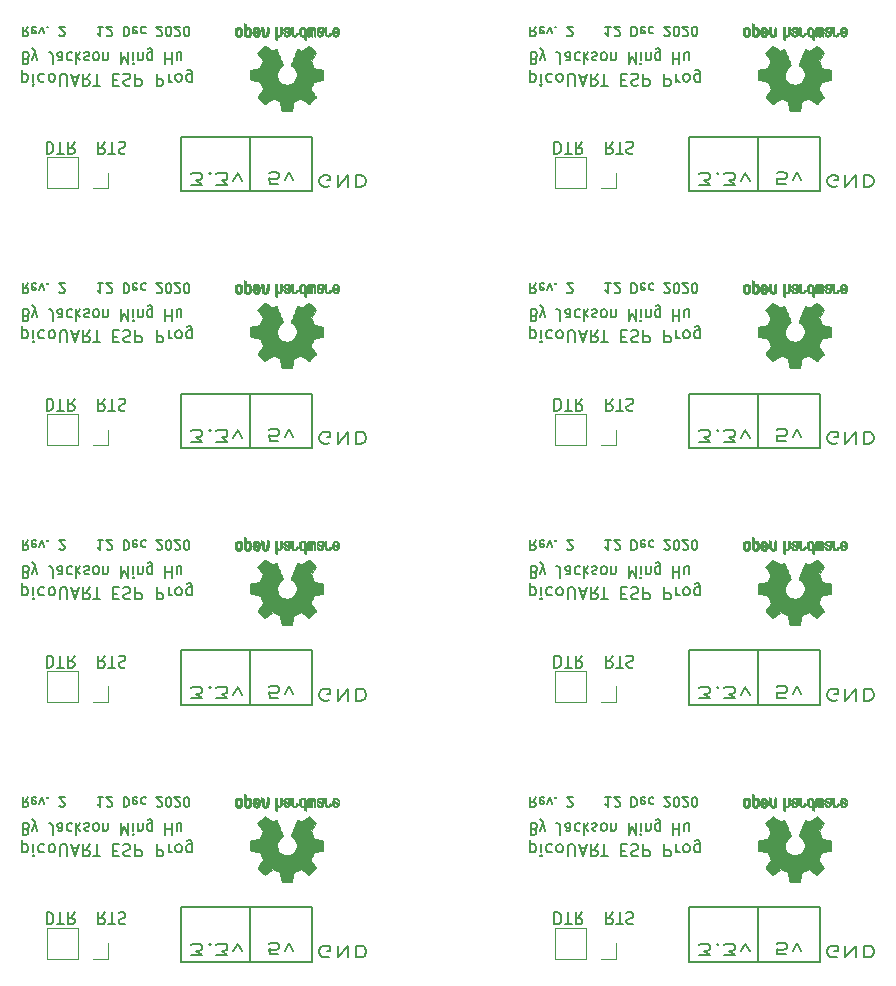
<source format=gbr>
G04 #@! TF.GenerationSoftware,KiCad,Pcbnew,5.1.7-a382d34a8~88~ubuntu20.04.1*
G04 #@! TF.CreationDate,2020-12-13T09:41:47+11:00*
G04 #@! TF.ProjectId,esp32-prog-panel,65737033-322d-4707-926f-672d70616e65,rev?*
G04 #@! TF.SameCoordinates,Original*
G04 #@! TF.FileFunction,Legend,Bot*
G04 #@! TF.FilePolarity,Positive*
%FSLAX46Y46*%
G04 Gerber Fmt 4.6, Leading zero omitted, Abs format (unit mm)*
G04 Created by KiCad (PCBNEW 5.1.7-a382d34a8~88~ubuntu20.04.1) date 2020-12-13 09:41:47*
%MOMM*%
%LPD*%
G01*
G04 APERTURE LIST*
%ADD10C,0.152400*%
%ADD11C,0.120000*%
%ADD12C,0.010000*%
G04 APERTURE END LIST*
D10*
X102585917Y-132140417D02*
X102585917Y-133156417D01*
X102827822Y-133156417D01*
X102972965Y-133108037D01*
X103069727Y-133011275D01*
X103118108Y-132914513D01*
X103166489Y-132720989D01*
X103166489Y-132575846D01*
X103118108Y-132382322D01*
X103069727Y-132285560D01*
X102972965Y-132188798D01*
X102827822Y-132140417D01*
X102585917Y-132140417D01*
X103456774Y-133156417D02*
X104037346Y-133156417D01*
X103747060Y-132140417D02*
X103747060Y-133156417D01*
X104956584Y-132140417D02*
X104617917Y-132624227D01*
X104376013Y-132140417D02*
X104376013Y-133156417D01*
X104763060Y-133156417D01*
X104859822Y-133108037D01*
X104908203Y-133059656D01*
X104956584Y-132962894D01*
X104956584Y-132817751D01*
X104908203Y-132720989D01*
X104859822Y-132672608D01*
X104763060Y-132624227D01*
X104376013Y-132624227D01*
X107520774Y-132140417D02*
X107182108Y-132624227D01*
X106940203Y-132140417D02*
X106940203Y-133156417D01*
X107327251Y-133156417D01*
X107424013Y-133108037D01*
X107472393Y-133059656D01*
X107520774Y-132962894D01*
X107520774Y-132817751D01*
X107472393Y-132720989D01*
X107424013Y-132672608D01*
X107327251Y-132624227D01*
X106940203Y-132624227D01*
X107811060Y-133156417D02*
X108391632Y-133156417D01*
X108101346Y-132140417D02*
X108101346Y-133156417D01*
X108681917Y-132188798D02*
X108827060Y-132140417D01*
X109068965Y-132140417D01*
X109165727Y-132188798D01*
X109214108Y-132237179D01*
X109262489Y-132333941D01*
X109262489Y-132430703D01*
X109214108Y-132527465D01*
X109165727Y-132575846D01*
X109068965Y-132624227D01*
X108875441Y-132672608D01*
X108778679Y-132720989D01*
X108730298Y-132769370D01*
X108681917Y-132866132D01*
X108681917Y-132962894D01*
X108730298Y-133059656D01*
X108778679Y-133108037D01*
X108875441Y-133156417D01*
X109117346Y-133156417D01*
X109262489Y-133108037D01*
X100528393Y-127042751D02*
X100528393Y-126026751D01*
X100528393Y-126994370D02*
X100625155Y-127042751D01*
X100818679Y-127042751D01*
X100915441Y-126994370D01*
X100963822Y-126945989D01*
X101012203Y-126849227D01*
X101012203Y-126558941D01*
X100963822Y-126462179D01*
X100915441Y-126413798D01*
X100818679Y-126365417D01*
X100625155Y-126365417D01*
X100528393Y-126413798D01*
X101447632Y-126365417D02*
X101447632Y-127042751D01*
X101447632Y-127381417D02*
X101399251Y-127333037D01*
X101447632Y-127284656D01*
X101496013Y-127333037D01*
X101447632Y-127381417D01*
X101447632Y-127284656D01*
X102366870Y-126413798D02*
X102270108Y-126365417D01*
X102076584Y-126365417D01*
X101979822Y-126413798D01*
X101931441Y-126462179D01*
X101883060Y-126558941D01*
X101883060Y-126849227D01*
X101931441Y-126945989D01*
X101979822Y-126994370D01*
X102076584Y-127042751D01*
X102270108Y-127042751D01*
X102366870Y-126994370D01*
X102947441Y-126365417D02*
X102850679Y-126413798D01*
X102802298Y-126462179D01*
X102753917Y-126558941D01*
X102753917Y-126849227D01*
X102802298Y-126945989D01*
X102850679Y-126994370D01*
X102947441Y-127042751D01*
X103092584Y-127042751D01*
X103189346Y-126994370D01*
X103237727Y-126945989D01*
X103286108Y-126849227D01*
X103286108Y-126558941D01*
X103237727Y-126462179D01*
X103189346Y-126413798D01*
X103092584Y-126365417D01*
X102947441Y-126365417D01*
X103721536Y-127381417D02*
X103721536Y-126558941D01*
X103769917Y-126462179D01*
X103818298Y-126413798D01*
X103915060Y-126365417D01*
X104108584Y-126365417D01*
X104205346Y-126413798D01*
X104253727Y-126462179D01*
X104302108Y-126558941D01*
X104302108Y-127381417D01*
X104737536Y-126655703D02*
X105221346Y-126655703D01*
X104640774Y-126365417D02*
X104979441Y-127381417D01*
X105318108Y-126365417D01*
X106237346Y-126365417D02*
X105898679Y-126849227D01*
X105656774Y-126365417D02*
X105656774Y-127381417D01*
X106043822Y-127381417D01*
X106140584Y-127333037D01*
X106188965Y-127284656D01*
X106237346Y-127187894D01*
X106237346Y-127042751D01*
X106188965Y-126945989D01*
X106140584Y-126897608D01*
X106043822Y-126849227D01*
X105656774Y-126849227D01*
X106527632Y-127381417D02*
X107108203Y-127381417D01*
X106817917Y-126365417D02*
X106817917Y-127381417D01*
X108220965Y-126897608D02*
X108559632Y-126897608D01*
X108704774Y-126365417D02*
X108220965Y-126365417D01*
X108220965Y-127381417D01*
X108704774Y-127381417D01*
X109091822Y-126413798D02*
X109236965Y-126365417D01*
X109478870Y-126365417D01*
X109575632Y-126413798D01*
X109624013Y-126462179D01*
X109672393Y-126558941D01*
X109672393Y-126655703D01*
X109624013Y-126752465D01*
X109575632Y-126800846D01*
X109478870Y-126849227D01*
X109285346Y-126897608D01*
X109188584Y-126945989D01*
X109140203Y-126994370D01*
X109091822Y-127091132D01*
X109091822Y-127187894D01*
X109140203Y-127284656D01*
X109188584Y-127333037D01*
X109285346Y-127381417D01*
X109527251Y-127381417D01*
X109672393Y-127333037D01*
X110107822Y-126365417D02*
X110107822Y-127381417D01*
X110494870Y-127381417D01*
X110591632Y-127333037D01*
X110640013Y-127284656D01*
X110688393Y-127187894D01*
X110688393Y-127042751D01*
X110640013Y-126945989D01*
X110591632Y-126897608D01*
X110494870Y-126849227D01*
X110107822Y-126849227D01*
X111897917Y-126365417D02*
X111897917Y-127381417D01*
X112284965Y-127381417D01*
X112381727Y-127333037D01*
X112430108Y-127284656D01*
X112478489Y-127187894D01*
X112478489Y-127042751D01*
X112430108Y-126945989D01*
X112381727Y-126897608D01*
X112284965Y-126849227D01*
X111897917Y-126849227D01*
X112913917Y-126365417D02*
X112913917Y-127042751D01*
X112913917Y-126849227D02*
X112962298Y-126945989D01*
X113010679Y-126994370D01*
X113107441Y-127042751D01*
X113204203Y-127042751D01*
X113688013Y-126365417D02*
X113591251Y-126413798D01*
X113542870Y-126462179D01*
X113494489Y-126558941D01*
X113494489Y-126849227D01*
X113542870Y-126945989D01*
X113591251Y-126994370D01*
X113688013Y-127042751D01*
X113833155Y-127042751D01*
X113929917Y-126994370D01*
X113978298Y-126945989D01*
X114026679Y-126849227D01*
X114026679Y-126558941D01*
X113978298Y-126462179D01*
X113929917Y-126413798D01*
X113833155Y-126365417D01*
X113688013Y-126365417D01*
X114897536Y-127042751D02*
X114897536Y-126220275D01*
X114849155Y-126123513D01*
X114800774Y-126075132D01*
X114704013Y-126026751D01*
X114558870Y-126026751D01*
X114462108Y-126075132D01*
X114897536Y-126413798D02*
X114800774Y-126365417D01*
X114607251Y-126365417D01*
X114510489Y-126413798D01*
X114462108Y-126462179D01*
X114413727Y-126558941D01*
X114413727Y-126849227D01*
X114462108Y-126945989D01*
X114510489Y-126994370D01*
X114607251Y-127042751D01*
X114800774Y-127042751D01*
X114897536Y-126994370D01*
X100867870Y-125097608D02*
X100996441Y-125049227D01*
X101039298Y-125000846D01*
X101082155Y-124904084D01*
X101082155Y-124758941D01*
X101039298Y-124662179D01*
X100996441Y-124613798D01*
X100910727Y-124565417D01*
X100567870Y-124565417D01*
X100567870Y-125581417D01*
X100867870Y-125581417D01*
X100953584Y-125533037D01*
X100996441Y-125484656D01*
X101039298Y-125387894D01*
X101039298Y-125291132D01*
X100996441Y-125194370D01*
X100953584Y-125145989D01*
X100867870Y-125097608D01*
X100567870Y-125097608D01*
X101382155Y-125242751D02*
X101596441Y-124565417D01*
X101810727Y-125242751D02*
X101596441Y-124565417D01*
X101510727Y-124323513D01*
X101467870Y-124275132D01*
X101382155Y-124226751D01*
X103096441Y-125581417D02*
X103096441Y-124855703D01*
X103053584Y-124710560D01*
X102967870Y-124613798D01*
X102839298Y-124565417D01*
X102753584Y-124565417D01*
X103910727Y-124565417D02*
X103910727Y-125097608D01*
X103867870Y-125194370D01*
X103782155Y-125242751D01*
X103610727Y-125242751D01*
X103525013Y-125194370D01*
X103910727Y-124613798D02*
X103825013Y-124565417D01*
X103610727Y-124565417D01*
X103525013Y-124613798D01*
X103482155Y-124710560D01*
X103482155Y-124807322D01*
X103525013Y-124904084D01*
X103610727Y-124952465D01*
X103825013Y-124952465D01*
X103910727Y-125000846D01*
X104725013Y-124613798D02*
X104639298Y-124565417D01*
X104467870Y-124565417D01*
X104382155Y-124613798D01*
X104339298Y-124662179D01*
X104296441Y-124758941D01*
X104296441Y-125049227D01*
X104339298Y-125145989D01*
X104382155Y-125194370D01*
X104467870Y-125242751D01*
X104639298Y-125242751D01*
X104725013Y-125194370D01*
X105110727Y-124565417D02*
X105110727Y-125581417D01*
X105196441Y-124952465D02*
X105453584Y-124565417D01*
X105453584Y-125242751D02*
X105110727Y-124855703D01*
X105796441Y-124613798D02*
X105882155Y-124565417D01*
X106053584Y-124565417D01*
X106139298Y-124613798D01*
X106182155Y-124710560D01*
X106182155Y-124758941D01*
X106139298Y-124855703D01*
X106053584Y-124904084D01*
X105925013Y-124904084D01*
X105839298Y-124952465D01*
X105796441Y-125049227D01*
X105796441Y-125097608D01*
X105839298Y-125194370D01*
X105925013Y-125242751D01*
X106053584Y-125242751D01*
X106139298Y-125194370D01*
X106696441Y-124565417D02*
X106610727Y-124613798D01*
X106567870Y-124662179D01*
X106525013Y-124758941D01*
X106525013Y-125049227D01*
X106567870Y-125145989D01*
X106610727Y-125194370D01*
X106696441Y-125242751D01*
X106825013Y-125242751D01*
X106910727Y-125194370D01*
X106953584Y-125145989D01*
X106996441Y-125049227D01*
X106996441Y-124758941D01*
X106953584Y-124662179D01*
X106910727Y-124613798D01*
X106825013Y-124565417D01*
X106696441Y-124565417D01*
X107382155Y-125242751D02*
X107382155Y-124565417D01*
X107382155Y-125145989D02*
X107425013Y-125194370D01*
X107510727Y-125242751D01*
X107639298Y-125242751D01*
X107725013Y-125194370D01*
X107767870Y-125097608D01*
X107767870Y-124565417D01*
X108882155Y-124565417D02*
X108882155Y-125581417D01*
X109182155Y-124855703D01*
X109482155Y-125581417D01*
X109482155Y-124565417D01*
X109910727Y-124565417D02*
X109910727Y-125242751D01*
X109910727Y-125581417D02*
X109867870Y-125533037D01*
X109910727Y-125484656D01*
X109953584Y-125533037D01*
X109910727Y-125581417D01*
X109910727Y-125484656D01*
X110339298Y-125242751D02*
X110339298Y-124565417D01*
X110339298Y-125145989D02*
X110382155Y-125194370D01*
X110467870Y-125242751D01*
X110596441Y-125242751D01*
X110682155Y-125194370D01*
X110725013Y-125097608D01*
X110725013Y-124565417D01*
X111539298Y-125242751D02*
X111539298Y-124420275D01*
X111496441Y-124323513D01*
X111453584Y-124275132D01*
X111367870Y-124226751D01*
X111239298Y-124226751D01*
X111153584Y-124275132D01*
X111539298Y-124613798D02*
X111453584Y-124565417D01*
X111282155Y-124565417D01*
X111196441Y-124613798D01*
X111153584Y-124662179D01*
X111110727Y-124758941D01*
X111110727Y-125049227D01*
X111153584Y-125145989D01*
X111196441Y-125194370D01*
X111282155Y-125242751D01*
X111453584Y-125242751D01*
X111539298Y-125194370D01*
X112653584Y-124565417D02*
X112653584Y-125581417D01*
X112653584Y-125097608D02*
X113167870Y-125097608D01*
X113167870Y-124565417D02*
X113167870Y-125581417D01*
X113982155Y-125242751D02*
X113982155Y-124565417D01*
X113596441Y-125242751D02*
X113596441Y-124710560D01*
X113639298Y-124613798D01*
X113725013Y-124565417D01*
X113853584Y-124565417D01*
X113939298Y-124613798D01*
X113982155Y-124662179D01*
X101020203Y-122382341D02*
X100749270Y-122769389D01*
X100555746Y-122382341D02*
X100555746Y-123195141D01*
X100865384Y-123195141D01*
X100942793Y-123156437D01*
X100981498Y-123117732D01*
X101020203Y-123040322D01*
X101020203Y-122924208D01*
X100981498Y-122846798D01*
X100942793Y-122808094D01*
X100865384Y-122769389D01*
X100555746Y-122769389D01*
X101678184Y-122421046D02*
X101600774Y-122382341D01*
X101445955Y-122382341D01*
X101368546Y-122421046D01*
X101329841Y-122498456D01*
X101329841Y-122808094D01*
X101368546Y-122885503D01*
X101445955Y-122924208D01*
X101600774Y-122924208D01*
X101678184Y-122885503D01*
X101716889Y-122808094D01*
X101716889Y-122730684D01*
X101329841Y-122653275D01*
X101987822Y-122924208D02*
X102181346Y-122382341D01*
X102374870Y-122924208D01*
X102684508Y-122459751D02*
X102723213Y-122421046D01*
X102684508Y-122382341D01*
X102645803Y-122421046D01*
X102684508Y-122459751D01*
X102684508Y-122382341D01*
X103652127Y-123117732D02*
X103690832Y-123156437D01*
X103768241Y-123195141D01*
X103961765Y-123195141D01*
X104039174Y-123156437D01*
X104077879Y-123117732D01*
X104116584Y-123040322D01*
X104116584Y-122962913D01*
X104077879Y-122846798D01*
X103613422Y-122382341D01*
X104116584Y-122382341D01*
X107367784Y-122382341D02*
X106903327Y-122382341D01*
X107135555Y-122382341D02*
X107135555Y-123195141D01*
X107058146Y-123079027D01*
X106980736Y-123001617D01*
X106903327Y-122962913D01*
X107677422Y-123117732D02*
X107716127Y-123156437D01*
X107793536Y-123195141D01*
X107987060Y-123195141D01*
X108064470Y-123156437D01*
X108103174Y-123117732D01*
X108141879Y-123040322D01*
X108141879Y-122962913D01*
X108103174Y-122846798D01*
X107638717Y-122382341D01*
X108141879Y-122382341D01*
X109109498Y-122382341D02*
X109109498Y-123195141D01*
X109303022Y-123195141D01*
X109419136Y-123156437D01*
X109496546Y-123079027D01*
X109535251Y-123001617D01*
X109573955Y-122846798D01*
X109573955Y-122730684D01*
X109535251Y-122575865D01*
X109496546Y-122498456D01*
X109419136Y-122421046D01*
X109303022Y-122382341D01*
X109109498Y-122382341D01*
X110231936Y-122421046D02*
X110154527Y-122382341D01*
X109999708Y-122382341D01*
X109922298Y-122421046D01*
X109883593Y-122498456D01*
X109883593Y-122808094D01*
X109922298Y-122885503D01*
X109999708Y-122924208D01*
X110154527Y-122924208D01*
X110231936Y-122885503D01*
X110270641Y-122808094D01*
X110270641Y-122730684D01*
X109883593Y-122653275D01*
X110967327Y-122421046D02*
X110889917Y-122382341D01*
X110735098Y-122382341D01*
X110657689Y-122421046D01*
X110618984Y-122459751D01*
X110580279Y-122537160D01*
X110580279Y-122769389D01*
X110618984Y-122846798D01*
X110657689Y-122885503D01*
X110735098Y-122924208D01*
X110889917Y-122924208D01*
X110967327Y-122885503D01*
X111896241Y-123117732D02*
X111934946Y-123156437D01*
X112012355Y-123195141D01*
X112205879Y-123195141D01*
X112283289Y-123156437D01*
X112321993Y-123117732D01*
X112360698Y-123040322D01*
X112360698Y-122962913D01*
X112321993Y-122846798D01*
X111857536Y-122382341D01*
X112360698Y-122382341D01*
X112863860Y-123195141D02*
X112941270Y-123195141D01*
X113018679Y-123156437D01*
X113057384Y-123117732D01*
X113096089Y-123040322D01*
X113134793Y-122885503D01*
X113134793Y-122691979D01*
X113096089Y-122537160D01*
X113057384Y-122459751D01*
X113018679Y-122421046D01*
X112941270Y-122382341D01*
X112863860Y-122382341D01*
X112786451Y-122421046D01*
X112747746Y-122459751D01*
X112709041Y-122537160D01*
X112670336Y-122691979D01*
X112670336Y-122885503D01*
X112709041Y-123040322D01*
X112747746Y-123117732D01*
X112786451Y-123156437D01*
X112863860Y-123195141D01*
X113444432Y-123117732D02*
X113483136Y-123156437D01*
X113560546Y-123195141D01*
X113754070Y-123195141D01*
X113831479Y-123156437D01*
X113870184Y-123117732D01*
X113908889Y-123040322D01*
X113908889Y-122962913D01*
X113870184Y-122846798D01*
X113405727Y-122382341D01*
X113908889Y-122382341D01*
X114412051Y-123195141D02*
X114489460Y-123195141D01*
X114566870Y-123156437D01*
X114605574Y-123117732D01*
X114644279Y-123040322D01*
X114682984Y-122885503D01*
X114682984Y-122691979D01*
X114644279Y-122537160D01*
X114605574Y-122459751D01*
X114566870Y-122421046D01*
X114489460Y-122382341D01*
X114412051Y-122382341D01*
X114334641Y-122421046D01*
X114295936Y-122459751D01*
X114257232Y-122537160D01*
X114218527Y-122691979D01*
X114218527Y-122885503D01*
X114257232Y-123040322D01*
X114295936Y-123117732D01*
X114334641Y-123156437D01*
X114412051Y-123195141D01*
X114832155Y-135772656D02*
X115760727Y-135772656D01*
X115260727Y-135391703D01*
X115475013Y-135391703D01*
X115617870Y-135344084D01*
X115689298Y-135296465D01*
X115760727Y-135201227D01*
X115760727Y-134963132D01*
X115689298Y-134867894D01*
X115617870Y-134820275D01*
X115475013Y-134772656D01*
X115046441Y-134772656D01*
X114903584Y-134820275D01*
X114832155Y-134867894D01*
X116403584Y-134867894D02*
X116475013Y-134820275D01*
X116403584Y-134772656D01*
X116332155Y-134820275D01*
X116403584Y-134867894D01*
X116403584Y-134772656D01*
X116975013Y-135772656D02*
X117903584Y-135772656D01*
X117403584Y-135391703D01*
X117617870Y-135391703D01*
X117760727Y-135344084D01*
X117832155Y-135296465D01*
X117903584Y-135201227D01*
X117903584Y-134963132D01*
X117832155Y-134867894D01*
X117760727Y-134820275D01*
X117617870Y-134772656D01*
X117189298Y-134772656D01*
X117046441Y-134820275D01*
X116975013Y-134867894D01*
X118403584Y-135439322D02*
X118760727Y-134772656D01*
X119117870Y-135439322D01*
X122185727Y-135697656D02*
X121471441Y-135697656D01*
X121400013Y-135221465D01*
X121471441Y-135269084D01*
X121614298Y-135316703D01*
X121971441Y-135316703D01*
X122114298Y-135269084D01*
X122185727Y-135221465D01*
X122257155Y-135126227D01*
X122257155Y-134888132D01*
X122185727Y-134792894D01*
X122114298Y-134745275D01*
X121971441Y-134697656D01*
X121614298Y-134697656D01*
X121471441Y-134745275D01*
X121400013Y-134792894D01*
X122757155Y-135364322D02*
X123114298Y-134697656D01*
X123471441Y-135364322D01*
X126507155Y-135900037D02*
X126364298Y-135947656D01*
X126150013Y-135947656D01*
X125935727Y-135900037D01*
X125792870Y-135804798D01*
X125721441Y-135709560D01*
X125650013Y-135519084D01*
X125650013Y-135376227D01*
X125721441Y-135185751D01*
X125792870Y-135090513D01*
X125935727Y-134995275D01*
X126150013Y-134947656D01*
X126292870Y-134947656D01*
X126507155Y-134995275D01*
X126578584Y-135042894D01*
X126578584Y-135376227D01*
X126292870Y-135376227D01*
X127221441Y-134947656D02*
X127221441Y-135947656D01*
X128078584Y-134947656D01*
X128078584Y-135947656D01*
X128792870Y-134947656D02*
X128792870Y-135947656D01*
X129150013Y-135947656D01*
X129364298Y-135900037D01*
X129507155Y-135804798D01*
X129578584Y-135709560D01*
X129650013Y-135519084D01*
X129650013Y-135376227D01*
X129578584Y-135185751D01*
X129507155Y-135090513D01*
X129364298Y-134995275D01*
X129150013Y-134947656D01*
X128792870Y-134947656D01*
X125050013Y-131900037D02*
X125050013Y-136300037D01*
X125050013Y-136300037D02*
X113950013Y-136300037D01*
X113950013Y-136300037D02*
X113950013Y-131700037D01*
X113950013Y-131700037D02*
X125050013Y-131700037D01*
X125050013Y-131700037D02*
X125050013Y-131900037D01*
X119850013Y-131700037D02*
X119850013Y-136300037D01*
X59585905Y-132140417D02*
X59585905Y-133156417D01*
X59827810Y-133156417D01*
X59972953Y-133108037D01*
X60069715Y-133011275D01*
X60118096Y-132914513D01*
X60166477Y-132720989D01*
X60166477Y-132575846D01*
X60118096Y-132382322D01*
X60069715Y-132285560D01*
X59972953Y-132188798D01*
X59827810Y-132140417D01*
X59585905Y-132140417D01*
X60456762Y-133156417D02*
X61037334Y-133156417D01*
X60747048Y-132140417D02*
X60747048Y-133156417D01*
X61956572Y-132140417D02*
X61617905Y-132624227D01*
X61376001Y-132140417D02*
X61376001Y-133156417D01*
X61763048Y-133156417D01*
X61859810Y-133108037D01*
X61908191Y-133059656D01*
X61956572Y-132962894D01*
X61956572Y-132817751D01*
X61908191Y-132720989D01*
X61859810Y-132672608D01*
X61763048Y-132624227D01*
X61376001Y-132624227D01*
X64520762Y-132140417D02*
X64182096Y-132624227D01*
X63940191Y-132140417D02*
X63940191Y-133156417D01*
X64327239Y-133156417D01*
X64424001Y-133108037D01*
X64472381Y-133059656D01*
X64520762Y-132962894D01*
X64520762Y-132817751D01*
X64472381Y-132720989D01*
X64424001Y-132672608D01*
X64327239Y-132624227D01*
X63940191Y-132624227D01*
X64811048Y-133156417D02*
X65391620Y-133156417D01*
X65101334Y-132140417D02*
X65101334Y-133156417D01*
X65681905Y-132188798D02*
X65827048Y-132140417D01*
X66068953Y-132140417D01*
X66165715Y-132188798D01*
X66214096Y-132237179D01*
X66262477Y-132333941D01*
X66262477Y-132430703D01*
X66214096Y-132527465D01*
X66165715Y-132575846D01*
X66068953Y-132624227D01*
X65875429Y-132672608D01*
X65778667Y-132720989D01*
X65730286Y-132769370D01*
X65681905Y-132866132D01*
X65681905Y-132962894D01*
X65730286Y-133059656D01*
X65778667Y-133108037D01*
X65875429Y-133156417D01*
X66117334Y-133156417D01*
X66262477Y-133108037D01*
X57528381Y-127042751D02*
X57528381Y-126026751D01*
X57528381Y-126994370D02*
X57625143Y-127042751D01*
X57818667Y-127042751D01*
X57915429Y-126994370D01*
X57963810Y-126945989D01*
X58012191Y-126849227D01*
X58012191Y-126558941D01*
X57963810Y-126462179D01*
X57915429Y-126413798D01*
X57818667Y-126365417D01*
X57625143Y-126365417D01*
X57528381Y-126413798D01*
X58447620Y-126365417D02*
X58447620Y-127042751D01*
X58447620Y-127381417D02*
X58399239Y-127333037D01*
X58447620Y-127284656D01*
X58496001Y-127333037D01*
X58447620Y-127381417D01*
X58447620Y-127284656D01*
X59366858Y-126413798D02*
X59270096Y-126365417D01*
X59076572Y-126365417D01*
X58979810Y-126413798D01*
X58931429Y-126462179D01*
X58883048Y-126558941D01*
X58883048Y-126849227D01*
X58931429Y-126945989D01*
X58979810Y-126994370D01*
X59076572Y-127042751D01*
X59270096Y-127042751D01*
X59366858Y-126994370D01*
X59947429Y-126365417D02*
X59850667Y-126413798D01*
X59802286Y-126462179D01*
X59753905Y-126558941D01*
X59753905Y-126849227D01*
X59802286Y-126945989D01*
X59850667Y-126994370D01*
X59947429Y-127042751D01*
X60092572Y-127042751D01*
X60189334Y-126994370D01*
X60237715Y-126945989D01*
X60286096Y-126849227D01*
X60286096Y-126558941D01*
X60237715Y-126462179D01*
X60189334Y-126413798D01*
X60092572Y-126365417D01*
X59947429Y-126365417D01*
X60721524Y-127381417D02*
X60721524Y-126558941D01*
X60769905Y-126462179D01*
X60818286Y-126413798D01*
X60915048Y-126365417D01*
X61108572Y-126365417D01*
X61205334Y-126413798D01*
X61253715Y-126462179D01*
X61302096Y-126558941D01*
X61302096Y-127381417D01*
X61737524Y-126655703D02*
X62221334Y-126655703D01*
X61640762Y-126365417D02*
X61979429Y-127381417D01*
X62318096Y-126365417D01*
X63237334Y-126365417D02*
X62898667Y-126849227D01*
X62656762Y-126365417D02*
X62656762Y-127381417D01*
X63043810Y-127381417D01*
X63140572Y-127333037D01*
X63188953Y-127284656D01*
X63237334Y-127187894D01*
X63237334Y-127042751D01*
X63188953Y-126945989D01*
X63140572Y-126897608D01*
X63043810Y-126849227D01*
X62656762Y-126849227D01*
X63527620Y-127381417D02*
X64108191Y-127381417D01*
X63817905Y-126365417D02*
X63817905Y-127381417D01*
X65220953Y-126897608D02*
X65559620Y-126897608D01*
X65704762Y-126365417D02*
X65220953Y-126365417D01*
X65220953Y-127381417D01*
X65704762Y-127381417D01*
X66091810Y-126413798D02*
X66236953Y-126365417D01*
X66478858Y-126365417D01*
X66575620Y-126413798D01*
X66624001Y-126462179D01*
X66672381Y-126558941D01*
X66672381Y-126655703D01*
X66624001Y-126752465D01*
X66575620Y-126800846D01*
X66478858Y-126849227D01*
X66285334Y-126897608D01*
X66188572Y-126945989D01*
X66140191Y-126994370D01*
X66091810Y-127091132D01*
X66091810Y-127187894D01*
X66140191Y-127284656D01*
X66188572Y-127333037D01*
X66285334Y-127381417D01*
X66527239Y-127381417D01*
X66672381Y-127333037D01*
X67107810Y-126365417D02*
X67107810Y-127381417D01*
X67494858Y-127381417D01*
X67591620Y-127333037D01*
X67640001Y-127284656D01*
X67688381Y-127187894D01*
X67688381Y-127042751D01*
X67640001Y-126945989D01*
X67591620Y-126897608D01*
X67494858Y-126849227D01*
X67107810Y-126849227D01*
X68897905Y-126365417D02*
X68897905Y-127381417D01*
X69284953Y-127381417D01*
X69381715Y-127333037D01*
X69430096Y-127284656D01*
X69478477Y-127187894D01*
X69478477Y-127042751D01*
X69430096Y-126945989D01*
X69381715Y-126897608D01*
X69284953Y-126849227D01*
X68897905Y-126849227D01*
X69913905Y-126365417D02*
X69913905Y-127042751D01*
X69913905Y-126849227D02*
X69962286Y-126945989D01*
X70010667Y-126994370D01*
X70107429Y-127042751D01*
X70204191Y-127042751D01*
X70688001Y-126365417D02*
X70591239Y-126413798D01*
X70542858Y-126462179D01*
X70494477Y-126558941D01*
X70494477Y-126849227D01*
X70542858Y-126945989D01*
X70591239Y-126994370D01*
X70688001Y-127042751D01*
X70833143Y-127042751D01*
X70929905Y-126994370D01*
X70978286Y-126945989D01*
X71026667Y-126849227D01*
X71026667Y-126558941D01*
X70978286Y-126462179D01*
X70929905Y-126413798D01*
X70833143Y-126365417D01*
X70688001Y-126365417D01*
X71897524Y-127042751D02*
X71897524Y-126220275D01*
X71849143Y-126123513D01*
X71800762Y-126075132D01*
X71704001Y-126026751D01*
X71558858Y-126026751D01*
X71462096Y-126075132D01*
X71897524Y-126413798D02*
X71800762Y-126365417D01*
X71607239Y-126365417D01*
X71510477Y-126413798D01*
X71462096Y-126462179D01*
X71413715Y-126558941D01*
X71413715Y-126849227D01*
X71462096Y-126945989D01*
X71510477Y-126994370D01*
X71607239Y-127042751D01*
X71800762Y-127042751D01*
X71897524Y-126994370D01*
X57867858Y-125097608D02*
X57996429Y-125049227D01*
X58039286Y-125000846D01*
X58082143Y-124904084D01*
X58082143Y-124758941D01*
X58039286Y-124662179D01*
X57996429Y-124613798D01*
X57910715Y-124565417D01*
X57567858Y-124565417D01*
X57567858Y-125581417D01*
X57867858Y-125581417D01*
X57953572Y-125533037D01*
X57996429Y-125484656D01*
X58039286Y-125387894D01*
X58039286Y-125291132D01*
X57996429Y-125194370D01*
X57953572Y-125145989D01*
X57867858Y-125097608D01*
X57567858Y-125097608D01*
X58382143Y-125242751D02*
X58596429Y-124565417D01*
X58810715Y-125242751D02*
X58596429Y-124565417D01*
X58510715Y-124323513D01*
X58467858Y-124275132D01*
X58382143Y-124226751D01*
X60096429Y-125581417D02*
X60096429Y-124855703D01*
X60053572Y-124710560D01*
X59967858Y-124613798D01*
X59839286Y-124565417D01*
X59753572Y-124565417D01*
X60910715Y-124565417D02*
X60910715Y-125097608D01*
X60867858Y-125194370D01*
X60782143Y-125242751D01*
X60610715Y-125242751D01*
X60525001Y-125194370D01*
X60910715Y-124613798D02*
X60825001Y-124565417D01*
X60610715Y-124565417D01*
X60525001Y-124613798D01*
X60482143Y-124710560D01*
X60482143Y-124807322D01*
X60525001Y-124904084D01*
X60610715Y-124952465D01*
X60825001Y-124952465D01*
X60910715Y-125000846D01*
X61725001Y-124613798D02*
X61639286Y-124565417D01*
X61467858Y-124565417D01*
X61382143Y-124613798D01*
X61339286Y-124662179D01*
X61296429Y-124758941D01*
X61296429Y-125049227D01*
X61339286Y-125145989D01*
X61382143Y-125194370D01*
X61467858Y-125242751D01*
X61639286Y-125242751D01*
X61725001Y-125194370D01*
X62110715Y-124565417D02*
X62110715Y-125581417D01*
X62196429Y-124952465D02*
X62453572Y-124565417D01*
X62453572Y-125242751D02*
X62110715Y-124855703D01*
X62796429Y-124613798D02*
X62882143Y-124565417D01*
X63053572Y-124565417D01*
X63139286Y-124613798D01*
X63182143Y-124710560D01*
X63182143Y-124758941D01*
X63139286Y-124855703D01*
X63053572Y-124904084D01*
X62925001Y-124904084D01*
X62839286Y-124952465D01*
X62796429Y-125049227D01*
X62796429Y-125097608D01*
X62839286Y-125194370D01*
X62925001Y-125242751D01*
X63053572Y-125242751D01*
X63139286Y-125194370D01*
X63696429Y-124565417D02*
X63610715Y-124613798D01*
X63567858Y-124662179D01*
X63525001Y-124758941D01*
X63525001Y-125049227D01*
X63567858Y-125145989D01*
X63610715Y-125194370D01*
X63696429Y-125242751D01*
X63825001Y-125242751D01*
X63910715Y-125194370D01*
X63953572Y-125145989D01*
X63996429Y-125049227D01*
X63996429Y-124758941D01*
X63953572Y-124662179D01*
X63910715Y-124613798D01*
X63825001Y-124565417D01*
X63696429Y-124565417D01*
X64382143Y-125242751D02*
X64382143Y-124565417D01*
X64382143Y-125145989D02*
X64425001Y-125194370D01*
X64510715Y-125242751D01*
X64639286Y-125242751D01*
X64725001Y-125194370D01*
X64767858Y-125097608D01*
X64767858Y-124565417D01*
X65882143Y-124565417D02*
X65882143Y-125581417D01*
X66182143Y-124855703D01*
X66482143Y-125581417D01*
X66482143Y-124565417D01*
X66910715Y-124565417D02*
X66910715Y-125242751D01*
X66910715Y-125581417D02*
X66867858Y-125533037D01*
X66910715Y-125484656D01*
X66953572Y-125533037D01*
X66910715Y-125581417D01*
X66910715Y-125484656D01*
X67339286Y-125242751D02*
X67339286Y-124565417D01*
X67339286Y-125145989D02*
X67382143Y-125194370D01*
X67467858Y-125242751D01*
X67596429Y-125242751D01*
X67682143Y-125194370D01*
X67725001Y-125097608D01*
X67725001Y-124565417D01*
X68539286Y-125242751D02*
X68539286Y-124420275D01*
X68496429Y-124323513D01*
X68453572Y-124275132D01*
X68367858Y-124226751D01*
X68239286Y-124226751D01*
X68153572Y-124275132D01*
X68539286Y-124613798D02*
X68453572Y-124565417D01*
X68282143Y-124565417D01*
X68196429Y-124613798D01*
X68153572Y-124662179D01*
X68110715Y-124758941D01*
X68110715Y-125049227D01*
X68153572Y-125145989D01*
X68196429Y-125194370D01*
X68282143Y-125242751D01*
X68453572Y-125242751D01*
X68539286Y-125194370D01*
X69653572Y-124565417D02*
X69653572Y-125581417D01*
X69653572Y-125097608D02*
X70167858Y-125097608D01*
X70167858Y-124565417D02*
X70167858Y-125581417D01*
X70982143Y-125242751D02*
X70982143Y-124565417D01*
X70596429Y-125242751D02*
X70596429Y-124710560D01*
X70639286Y-124613798D01*
X70725001Y-124565417D01*
X70853572Y-124565417D01*
X70939286Y-124613798D01*
X70982143Y-124662179D01*
X58020191Y-122382341D02*
X57749258Y-122769389D01*
X57555734Y-122382341D02*
X57555734Y-123195141D01*
X57865372Y-123195141D01*
X57942781Y-123156437D01*
X57981486Y-123117732D01*
X58020191Y-123040322D01*
X58020191Y-122924208D01*
X57981486Y-122846798D01*
X57942781Y-122808094D01*
X57865372Y-122769389D01*
X57555734Y-122769389D01*
X58678172Y-122421046D02*
X58600762Y-122382341D01*
X58445943Y-122382341D01*
X58368534Y-122421046D01*
X58329829Y-122498456D01*
X58329829Y-122808094D01*
X58368534Y-122885503D01*
X58445943Y-122924208D01*
X58600762Y-122924208D01*
X58678172Y-122885503D01*
X58716877Y-122808094D01*
X58716877Y-122730684D01*
X58329829Y-122653275D01*
X58987810Y-122924208D02*
X59181334Y-122382341D01*
X59374858Y-122924208D01*
X59684496Y-122459751D02*
X59723201Y-122421046D01*
X59684496Y-122382341D01*
X59645791Y-122421046D01*
X59684496Y-122459751D01*
X59684496Y-122382341D01*
X60652115Y-123117732D02*
X60690820Y-123156437D01*
X60768229Y-123195141D01*
X60961753Y-123195141D01*
X61039162Y-123156437D01*
X61077867Y-123117732D01*
X61116572Y-123040322D01*
X61116572Y-122962913D01*
X61077867Y-122846798D01*
X60613410Y-122382341D01*
X61116572Y-122382341D01*
X64367772Y-122382341D02*
X63903315Y-122382341D01*
X64135543Y-122382341D02*
X64135543Y-123195141D01*
X64058134Y-123079027D01*
X63980724Y-123001617D01*
X63903315Y-122962913D01*
X64677410Y-123117732D02*
X64716115Y-123156437D01*
X64793524Y-123195141D01*
X64987048Y-123195141D01*
X65064458Y-123156437D01*
X65103162Y-123117732D01*
X65141867Y-123040322D01*
X65141867Y-122962913D01*
X65103162Y-122846798D01*
X64638705Y-122382341D01*
X65141867Y-122382341D01*
X66109486Y-122382341D02*
X66109486Y-123195141D01*
X66303010Y-123195141D01*
X66419124Y-123156437D01*
X66496534Y-123079027D01*
X66535239Y-123001617D01*
X66573943Y-122846798D01*
X66573943Y-122730684D01*
X66535239Y-122575865D01*
X66496534Y-122498456D01*
X66419124Y-122421046D01*
X66303010Y-122382341D01*
X66109486Y-122382341D01*
X67231924Y-122421046D02*
X67154515Y-122382341D01*
X66999696Y-122382341D01*
X66922286Y-122421046D01*
X66883581Y-122498456D01*
X66883581Y-122808094D01*
X66922286Y-122885503D01*
X66999696Y-122924208D01*
X67154515Y-122924208D01*
X67231924Y-122885503D01*
X67270629Y-122808094D01*
X67270629Y-122730684D01*
X66883581Y-122653275D01*
X67967315Y-122421046D02*
X67889905Y-122382341D01*
X67735086Y-122382341D01*
X67657677Y-122421046D01*
X67618972Y-122459751D01*
X67580267Y-122537160D01*
X67580267Y-122769389D01*
X67618972Y-122846798D01*
X67657677Y-122885503D01*
X67735086Y-122924208D01*
X67889905Y-122924208D01*
X67967315Y-122885503D01*
X68896229Y-123117732D02*
X68934934Y-123156437D01*
X69012343Y-123195141D01*
X69205867Y-123195141D01*
X69283277Y-123156437D01*
X69321981Y-123117732D01*
X69360686Y-123040322D01*
X69360686Y-122962913D01*
X69321981Y-122846798D01*
X68857524Y-122382341D01*
X69360686Y-122382341D01*
X69863848Y-123195141D02*
X69941258Y-123195141D01*
X70018667Y-123156437D01*
X70057372Y-123117732D01*
X70096077Y-123040322D01*
X70134781Y-122885503D01*
X70134781Y-122691979D01*
X70096077Y-122537160D01*
X70057372Y-122459751D01*
X70018667Y-122421046D01*
X69941258Y-122382341D01*
X69863848Y-122382341D01*
X69786439Y-122421046D01*
X69747734Y-122459751D01*
X69709029Y-122537160D01*
X69670324Y-122691979D01*
X69670324Y-122885503D01*
X69709029Y-123040322D01*
X69747734Y-123117732D01*
X69786439Y-123156437D01*
X69863848Y-123195141D01*
X70444420Y-123117732D02*
X70483124Y-123156437D01*
X70560534Y-123195141D01*
X70754058Y-123195141D01*
X70831467Y-123156437D01*
X70870172Y-123117732D01*
X70908877Y-123040322D01*
X70908877Y-122962913D01*
X70870172Y-122846798D01*
X70405715Y-122382341D01*
X70908877Y-122382341D01*
X71412039Y-123195141D02*
X71489448Y-123195141D01*
X71566858Y-123156437D01*
X71605562Y-123117732D01*
X71644267Y-123040322D01*
X71682972Y-122885503D01*
X71682972Y-122691979D01*
X71644267Y-122537160D01*
X71605562Y-122459751D01*
X71566858Y-122421046D01*
X71489448Y-122382341D01*
X71412039Y-122382341D01*
X71334629Y-122421046D01*
X71295924Y-122459751D01*
X71257220Y-122537160D01*
X71218515Y-122691979D01*
X71218515Y-122885503D01*
X71257220Y-123040322D01*
X71295924Y-123117732D01*
X71334629Y-123156437D01*
X71412039Y-123195141D01*
X71832143Y-135772656D02*
X72760715Y-135772656D01*
X72260715Y-135391703D01*
X72475001Y-135391703D01*
X72617858Y-135344084D01*
X72689286Y-135296465D01*
X72760715Y-135201227D01*
X72760715Y-134963132D01*
X72689286Y-134867894D01*
X72617858Y-134820275D01*
X72475001Y-134772656D01*
X72046429Y-134772656D01*
X71903572Y-134820275D01*
X71832143Y-134867894D01*
X73403572Y-134867894D02*
X73475001Y-134820275D01*
X73403572Y-134772656D01*
X73332143Y-134820275D01*
X73403572Y-134867894D01*
X73403572Y-134772656D01*
X73975001Y-135772656D02*
X74903572Y-135772656D01*
X74403572Y-135391703D01*
X74617858Y-135391703D01*
X74760715Y-135344084D01*
X74832143Y-135296465D01*
X74903572Y-135201227D01*
X74903572Y-134963132D01*
X74832143Y-134867894D01*
X74760715Y-134820275D01*
X74617858Y-134772656D01*
X74189286Y-134772656D01*
X74046429Y-134820275D01*
X73975001Y-134867894D01*
X75403572Y-135439322D02*
X75760715Y-134772656D01*
X76117858Y-135439322D01*
X79185715Y-135697656D02*
X78471429Y-135697656D01*
X78400001Y-135221465D01*
X78471429Y-135269084D01*
X78614286Y-135316703D01*
X78971429Y-135316703D01*
X79114286Y-135269084D01*
X79185715Y-135221465D01*
X79257143Y-135126227D01*
X79257143Y-134888132D01*
X79185715Y-134792894D01*
X79114286Y-134745275D01*
X78971429Y-134697656D01*
X78614286Y-134697656D01*
X78471429Y-134745275D01*
X78400001Y-134792894D01*
X79757143Y-135364322D02*
X80114286Y-134697656D01*
X80471429Y-135364322D01*
X83507143Y-135900037D02*
X83364286Y-135947656D01*
X83150001Y-135947656D01*
X82935715Y-135900037D01*
X82792858Y-135804798D01*
X82721429Y-135709560D01*
X82650001Y-135519084D01*
X82650001Y-135376227D01*
X82721429Y-135185751D01*
X82792858Y-135090513D01*
X82935715Y-134995275D01*
X83150001Y-134947656D01*
X83292858Y-134947656D01*
X83507143Y-134995275D01*
X83578572Y-135042894D01*
X83578572Y-135376227D01*
X83292858Y-135376227D01*
X84221429Y-134947656D02*
X84221429Y-135947656D01*
X85078572Y-134947656D01*
X85078572Y-135947656D01*
X85792858Y-134947656D02*
X85792858Y-135947656D01*
X86150001Y-135947656D01*
X86364286Y-135900037D01*
X86507143Y-135804798D01*
X86578572Y-135709560D01*
X86650001Y-135519084D01*
X86650001Y-135376227D01*
X86578572Y-135185751D01*
X86507143Y-135090513D01*
X86364286Y-134995275D01*
X86150001Y-134947656D01*
X85792858Y-134947656D01*
X82050001Y-131900037D02*
X82050001Y-136300037D01*
X82050001Y-136300037D02*
X70950001Y-136300037D01*
X70950001Y-136300037D02*
X70950001Y-131700037D01*
X70950001Y-131700037D02*
X82050001Y-131700037D01*
X82050001Y-131700037D02*
X82050001Y-131900037D01*
X76850001Y-131700037D02*
X76850001Y-136300037D01*
X102585917Y-110390405D02*
X102585917Y-111406405D01*
X102827822Y-111406405D01*
X102972965Y-111358025D01*
X103069727Y-111261263D01*
X103118108Y-111164501D01*
X103166489Y-110970977D01*
X103166489Y-110825834D01*
X103118108Y-110632310D01*
X103069727Y-110535548D01*
X102972965Y-110438786D01*
X102827822Y-110390405D01*
X102585917Y-110390405D01*
X103456774Y-111406405D02*
X104037346Y-111406405D01*
X103747060Y-110390405D02*
X103747060Y-111406405D01*
X104956584Y-110390405D02*
X104617917Y-110874215D01*
X104376013Y-110390405D02*
X104376013Y-111406405D01*
X104763060Y-111406405D01*
X104859822Y-111358025D01*
X104908203Y-111309644D01*
X104956584Y-111212882D01*
X104956584Y-111067739D01*
X104908203Y-110970977D01*
X104859822Y-110922596D01*
X104763060Y-110874215D01*
X104376013Y-110874215D01*
X107520774Y-110390405D02*
X107182108Y-110874215D01*
X106940203Y-110390405D02*
X106940203Y-111406405D01*
X107327251Y-111406405D01*
X107424013Y-111358025D01*
X107472393Y-111309644D01*
X107520774Y-111212882D01*
X107520774Y-111067739D01*
X107472393Y-110970977D01*
X107424013Y-110922596D01*
X107327251Y-110874215D01*
X106940203Y-110874215D01*
X107811060Y-111406405D02*
X108391632Y-111406405D01*
X108101346Y-110390405D02*
X108101346Y-111406405D01*
X108681917Y-110438786D02*
X108827060Y-110390405D01*
X109068965Y-110390405D01*
X109165727Y-110438786D01*
X109214108Y-110487167D01*
X109262489Y-110583929D01*
X109262489Y-110680691D01*
X109214108Y-110777453D01*
X109165727Y-110825834D01*
X109068965Y-110874215D01*
X108875441Y-110922596D01*
X108778679Y-110970977D01*
X108730298Y-111019358D01*
X108681917Y-111116120D01*
X108681917Y-111212882D01*
X108730298Y-111309644D01*
X108778679Y-111358025D01*
X108875441Y-111406405D01*
X109117346Y-111406405D01*
X109262489Y-111358025D01*
X100528393Y-105292739D02*
X100528393Y-104276739D01*
X100528393Y-105244358D02*
X100625155Y-105292739D01*
X100818679Y-105292739D01*
X100915441Y-105244358D01*
X100963822Y-105195977D01*
X101012203Y-105099215D01*
X101012203Y-104808929D01*
X100963822Y-104712167D01*
X100915441Y-104663786D01*
X100818679Y-104615405D01*
X100625155Y-104615405D01*
X100528393Y-104663786D01*
X101447632Y-104615405D02*
X101447632Y-105292739D01*
X101447632Y-105631405D02*
X101399251Y-105583025D01*
X101447632Y-105534644D01*
X101496013Y-105583025D01*
X101447632Y-105631405D01*
X101447632Y-105534644D01*
X102366870Y-104663786D02*
X102270108Y-104615405D01*
X102076584Y-104615405D01*
X101979822Y-104663786D01*
X101931441Y-104712167D01*
X101883060Y-104808929D01*
X101883060Y-105099215D01*
X101931441Y-105195977D01*
X101979822Y-105244358D01*
X102076584Y-105292739D01*
X102270108Y-105292739D01*
X102366870Y-105244358D01*
X102947441Y-104615405D02*
X102850679Y-104663786D01*
X102802298Y-104712167D01*
X102753917Y-104808929D01*
X102753917Y-105099215D01*
X102802298Y-105195977D01*
X102850679Y-105244358D01*
X102947441Y-105292739D01*
X103092584Y-105292739D01*
X103189346Y-105244358D01*
X103237727Y-105195977D01*
X103286108Y-105099215D01*
X103286108Y-104808929D01*
X103237727Y-104712167D01*
X103189346Y-104663786D01*
X103092584Y-104615405D01*
X102947441Y-104615405D01*
X103721536Y-105631405D02*
X103721536Y-104808929D01*
X103769917Y-104712167D01*
X103818298Y-104663786D01*
X103915060Y-104615405D01*
X104108584Y-104615405D01*
X104205346Y-104663786D01*
X104253727Y-104712167D01*
X104302108Y-104808929D01*
X104302108Y-105631405D01*
X104737536Y-104905691D02*
X105221346Y-104905691D01*
X104640774Y-104615405D02*
X104979441Y-105631405D01*
X105318108Y-104615405D01*
X106237346Y-104615405D02*
X105898679Y-105099215D01*
X105656774Y-104615405D02*
X105656774Y-105631405D01*
X106043822Y-105631405D01*
X106140584Y-105583025D01*
X106188965Y-105534644D01*
X106237346Y-105437882D01*
X106237346Y-105292739D01*
X106188965Y-105195977D01*
X106140584Y-105147596D01*
X106043822Y-105099215D01*
X105656774Y-105099215D01*
X106527632Y-105631405D02*
X107108203Y-105631405D01*
X106817917Y-104615405D02*
X106817917Y-105631405D01*
X108220965Y-105147596D02*
X108559632Y-105147596D01*
X108704774Y-104615405D02*
X108220965Y-104615405D01*
X108220965Y-105631405D01*
X108704774Y-105631405D01*
X109091822Y-104663786D02*
X109236965Y-104615405D01*
X109478870Y-104615405D01*
X109575632Y-104663786D01*
X109624013Y-104712167D01*
X109672393Y-104808929D01*
X109672393Y-104905691D01*
X109624013Y-105002453D01*
X109575632Y-105050834D01*
X109478870Y-105099215D01*
X109285346Y-105147596D01*
X109188584Y-105195977D01*
X109140203Y-105244358D01*
X109091822Y-105341120D01*
X109091822Y-105437882D01*
X109140203Y-105534644D01*
X109188584Y-105583025D01*
X109285346Y-105631405D01*
X109527251Y-105631405D01*
X109672393Y-105583025D01*
X110107822Y-104615405D02*
X110107822Y-105631405D01*
X110494870Y-105631405D01*
X110591632Y-105583025D01*
X110640013Y-105534644D01*
X110688393Y-105437882D01*
X110688393Y-105292739D01*
X110640013Y-105195977D01*
X110591632Y-105147596D01*
X110494870Y-105099215D01*
X110107822Y-105099215D01*
X111897917Y-104615405D02*
X111897917Y-105631405D01*
X112284965Y-105631405D01*
X112381727Y-105583025D01*
X112430108Y-105534644D01*
X112478489Y-105437882D01*
X112478489Y-105292739D01*
X112430108Y-105195977D01*
X112381727Y-105147596D01*
X112284965Y-105099215D01*
X111897917Y-105099215D01*
X112913917Y-104615405D02*
X112913917Y-105292739D01*
X112913917Y-105099215D02*
X112962298Y-105195977D01*
X113010679Y-105244358D01*
X113107441Y-105292739D01*
X113204203Y-105292739D01*
X113688013Y-104615405D02*
X113591251Y-104663786D01*
X113542870Y-104712167D01*
X113494489Y-104808929D01*
X113494489Y-105099215D01*
X113542870Y-105195977D01*
X113591251Y-105244358D01*
X113688013Y-105292739D01*
X113833155Y-105292739D01*
X113929917Y-105244358D01*
X113978298Y-105195977D01*
X114026679Y-105099215D01*
X114026679Y-104808929D01*
X113978298Y-104712167D01*
X113929917Y-104663786D01*
X113833155Y-104615405D01*
X113688013Y-104615405D01*
X114897536Y-105292739D02*
X114897536Y-104470263D01*
X114849155Y-104373501D01*
X114800774Y-104325120D01*
X114704013Y-104276739D01*
X114558870Y-104276739D01*
X114462108Y-104325120D01*
X114897536Y-104663786D02*
X114800774Y-104615405D01*
X114607251Y-104615405D01*
X114510489Y-104663786D01*
X114462108Y-104712167D01*
X114413727Y-104808929D01*
X114413727Y-105099215D01*
X114462108Y-105195977D01*
X114510489Y-105244358D01*
X114607251Y-105292739D01*
X114800774Y-105292739D01*
X114897536Y-105244358D01*
X100867870Y-103347596D02*
X100996441Y-103299215D01*
X101039298Y-103250834D01*
X101082155Y-103154072D01*
X101082155Y-103008929D01*
X101039298Y-102912167D01*
X100996441Y-102863786D01*
X100910727Y-102815405D01*
X100567870Y-102815405D01*
X100567870Y-103831405D01*
X100867870Y-103831405D01*
X100953584Y-103783025D01*
X100996441Y-103734644D01*
X101039298Y-103637882D01*
X101039298Y-103541120D01*
X100996441Y-103444358D01*
X100953584Y-103395977D01*
X100867870Y-103347596D01*
X100567870Y-103347596D01*
X101382155Y-103492739D02*
X101596441Y-102815405D01*
X101810727Y-103492739D02*
X101596441Y-102815405D01*
X101510727Y-102573501D01*
X101467870Y-102525120D01*
X101382155Y-102476739D01*
X103096441Y-103831405D02*
X103096441Y-103105691D01*
X103053584Y-102960548D01*
X102967870Y-102863786D01*
X102839298Y-102815405D01*
X102753584Y-102815405D01*
X103910727Y-102815405D02*
X103910727Y-103347596D01*
X103867870Y-103444358D01*
X103782155Y-103492739D01*
X103610727Y-103492739D01*
X103525013Y-103444358D01*
X103910727Y-102863786D02*
X103825013Y-102815405D01*
X103610727Y-102815405D01*
X103525013Y-102863786D01*
X103482155Y-102960548D01*
X103482155Y-103057310D01*
X103525013Y-103154072D01*
X103610727Y-103202453D01*
X103825013Y-103202453D01*
X103910727Y-103250834D01*
X104725013Y-102863786D02*
X104639298Y-102815405D01*
X104467870Y-102815405D01*
X104382155Y-102863786D01*
X104339298Y-102912167D01*
X104296441Y-103008929D01*
X104296441Y-103299215D01*
X104339298Y-103395977D01*
X104382155Y-103444358D01*
X104467870Y-103492739D01*
X104639298Y-103492739D01*
X104725013Y-103444358D01*
X105110727Y-102815405D02*
X105110727Y-103831405D01*
X105196441Y-103202453D02*
X105453584Y-102815405D01*
X105453584Y-103492739D02*
X105110727Y-103105691D01*
X105796441Y-102863786D02*
X105882155Y-102815405D01*
X106053584Y-102815405D01*
X106139298Y-102863786D01*
X106182155Y-102960548D01*
X106182155Y-103008929D01*
X106139298Y-103105691D01*
X106053584Y-103154072D01*
X105925013Y-103154072D01*
X105839298Y-103202453D01*
X105796441Y-103299215D01*
X105796441Y-103347596D01*
X105839298Y-103444358D01*
X105925013Y-103492739D01*
X106053584Y-103492739D01*
X106139298Y-103444358D01*
X106696441Y-102815405D02*
X106610727Y-102863786D01*
X106567870Y-102912167D01*
X106525013Y-103008929D01*
X106525013Y-103299215D01*
X106567870Y-103395977D01*
X106610727Y-103444358D01*
X106696441Y-103492739D01*
X106825013Y-103492739D01*
X106910727Y-103444358D01*
X106953584Y-103395977D01*
X106996441Y-103299215D01*
X106996441Y-103008929D01*
X106953584Y-102912167D01*
X106910727Y-102863786D01*
X106825013Y-102815405D01*
X106696441Y-102815405D01*
X107382155Y-103492739D02*
X107382155Y-102815405D01*
X107382155Y-103395977D02*
X107425013Y-103444358D01*
X107510727Y-103492739D01*
X107639298Y-103492739D01*
X107725013Y-103444358D01*
X107767870Y-103347596D01*
X107767870Y-102815405D01*
X108882155Y-102815405D02*
X108882155Y-103831405D01*
X109182155Y-103105691D01*
X109482155Y-103831405D01*
X109482155Y-102815405D01*
X109910727Y-102815405D02*
X109910727Y-103492739D01*
X109910727Y-103831405D02*
X109867870Y-103783025D01*
X109910727Y-103734644D01*
X109953584Y-103783025D01*
X109910727Y-103831405D01*
X109910727Y-103734644D01*
X110339298Y-103492739D02*
X110339298Y-102815405D01*
X110339298Y-103395977D02*
X110382155Y-103444358D01*
X110467870Y-103492739D01*
X110596441Y-103492739D01*
X110682155Y-103444358D01*
X110725013Y-103347596D01*
X110725013Y-102815405D01*
X111539298Y-103492739D02*
X111539298Y-102670263D01*
X111496441Y-102573501D01*
X111453584Y-102525120D01*
X111367870Y-102476739D01*
X111239298Y-102476739D01*
X111153584Y-102525120D01*
X111539298Y-102863786D02*
X111453584Y-102815405D01*
X111282155Y-102815405D01*
X111196441Y-102863786D01*
X111153584Y-102912167D01*
X111110727Y-103008929D01*
X111110727Y-103299215D01*
X111153584Y-103395977D01*
X111196441Y-103444358D01*
X111282155Y-103492739D01*
X111453584Y-103492739D01*
X111539298Y-103444358D01*
X112653584Y-102815405D02*
X112653584Y-103831405D01*
X112653584Y-103347596D02*
X113167870Y-103347596D01*
X113167870Y-102815405D02*
X113167870Y-103831405D01*
X113982155Y-103492739D02*
X113982155Y-102815405D01*
X113596441Y-103492739D02*
X113596441Y-102960548D01*
X113639298Y-102863786D01*
X113725013Y-102815405D01*
X113853584Y-102815405D01*
X113939298Y-102863786D01*
X113982155Y-102912167D01*
X101020203Y-100632329D02*
X100749270Y-101019377D01*
X100555746Y-100632329D02*
X100555746Y-101445129D01*
X100865384Y-101445129D01*
X100942793Y-101406425D01*
X100981498Y-101367720D01*
X101020203Y-101290310D01*
X101020203Y-101174196D01*
X100981498Y-101096786D01*
X100942793Y-101058082D01*
X100865384Y-101019377D01*
X100555746Y-101019377D01*
X101678184Y-100671034D02*
X101600774Y-100632329D01*
X101445955Y-100632329D01*
X101368546Y-100671034D01*
X101329841Y-100748444D01*
X101329841Y-101058082D01*
X101368546Y-101135491D01*
X101445955Y-101174196D01*
X101600774Y-101174196D01*
X101678184Y-101135491D01*
X101716889Y-101058082D01*
X101716889Y-100980672D01*
X101329841Y-100903263D01*
X101987822Y-101174196D02*
X102181346Y-100632329D01*
X102374870Y-101174196D01*
X102684508Y-100709739D02*
X102723213Y-100671034D01*
X102684508Y-100632329D01*
X102645803Y-100671034D01*
X102684508Y-100709739D01*
X102684508Y-100632329D01*
X103652127Y-101367720D02*
X103690832Y-101406425D01*
X103768241Y-101445129D01*
X103961765Y-101445129D01*
X104039174Y-101406425D01*
X104077879Y-101367720D01*
X104116584Y-101290310D01*
X104116584Y-101212901D01*
X104077879Y-101096786D01*
X103613422Y-100632329D01*
X104116584Y-100632329D01*
X107367784Y-100632329D02*
X106903327Y-100632329D01*
X107135555Y-100632329D02*
X107135555Y-101445129D01*
X107058146Y-101329015D01*
X106980736Y-101251605D01*
X106903327Y-101212901D01*
X107677422Y-101367720D02*
X107716127Y-101406425D01*
X107793536Y-101445129D01*
X107987060Y-101445129D01*
X108064470Y-101406425D01*
X108103174Y-101367720D01*
X108141879Y-101290310D01*
X108141879Y-101212901D01*
X108103174Y-101096786D01*
X107638717Y-100632329D01*
X108141879Y-100632329D01*
X109109498Y-100632329D02*
X109109498Y-101445129D01*
X109303022Y-101445129D01*
X109419136Y-101406425D01*
X109496546Y-101329015D01*
X109535251Y-101251605D01*
X109573955Y-101096786D01*
X109573955Y-100980672D01*
X109535251Y-100825853D01*
X109496546Y-100748444D01*
X109419136Y-100671034D01*
X109303022Y-100632329D01*
X109109498Y-100632329D01*
X110231936Y-100671034D02*
X110154527Y-100632329D01*
X109999708Y-100632329D01*
X109922298Y-100671034D01*
X109883593Y-100748444D01*
X109883593Y-101058082D01*
X109922298Y-101135491D01*
X109999708Y-101174196D01*
X110154527Y-101174196D01*
X110231936Y-101135491D01*
X110270641Y-101058082D01*
X110270641Y-100980672D01*
X109883593Y-100903263D01*
X110967327Y-100671034D02*
X110889917Y-100632329D01*
X110735098Y-100632329D01*
X110657689Y-100671034D01*
X110618984Y-100709739D01*
X110580279Y-100787148D01*
X110580279Y-101019377D01*
X110618984Y-101096786D01*
X110657689Y-101135491D01*
X110735098Y-101174196D01*
X110889917Y-101174196D01*
X110967327Y-101135491D01*
X111896241Y-101367720D02*
X111934946Y-101406425D01*
X112012355Y-101445129D01*
X112205879Y-101445129D01*
X112283289Y-101406425D01*
X112321993Y-101367720D01*
X112360698Y-101290310D01*
X112360698Y-101212901D01*
X112321993Y-101096786D01*
X111857536Y-100632329D01*
X112360698Y-100632329D01*
X112863860Y-101445129D02*
X112941270Y-101445129D01*
X113018679Y-101406425D01*
X113057384Y-101367720D01*
X113096089Y-101290310D01*
X113134793Y-101135491D01*
X113134793Y-100941967D01*
X113096089Y-100787148D01*
X113057384Y-100709739D01*
X113018679Y-100671034D01*
X112941270Y-100632329D01*
X112863860Y-100632329D01*
X112786451Y-100671034D01*
X112747746Y-100709739D01*
X112709041Y-100787148D01*
X112670336Y-100941967D01*
X112670336Y-101135491D01*
X112709041Y-101290310D01*
X112747746Y-101367720D01*
X112786451Y-101406425D01*
X112863860Y-101445129D01*
X113444432Y-101367720D02*
X113483136Y-101406425D01*
X113560546Y-101445129D01*
X113754070Y-101445129D01*
X113831479Y-101406425D01*
X113870184Y-101367720D01*
X113908889Y-101290310D01*
X113908889Y-101212901D01*
X113870184Y-101096786D01*
X113405727Y-100632329D01*
X113908889Y-100632329D01*
X114412051Y-101445129D02*
X114489460Y-101445129D01*
X114566870Y-101406425D01*
X114605574Y-101367720D01*
X114644279Y-101290310D01*
X114682984Y-101135491D01*
X114682984Y-100941967D01*
X114644279Y-100787148D01*
X114605574Y-100709739D01*
X114566870Y-100671034D01*
X114489460Y-100632329D01*
X114412051Y-100632329D01*
X114334641Y-100671034D01*
X114295936Y-100709739D01*
X114257232Y-100787148D01*
X114218527Y-100941967D01*
X114218527Y-101135491D01*
X114257232Y-101290310D01*
X114295936Y-101367720D01*
X114334641Y-101406425D01*
X114412051Y-101445129D01*
X114832155Y-114022644D02*
X115760727Y-114022644D01*
X115260727Y-113641691D01*
X115475013Y-113641691D01*
X115617870Y-113594072D01*
X115689298Y-113546453D01*
X115760727Y-113451215D01*
X115760727Y-113213120D01*
X115689298Y-113117882D01*
X115617870Y-113070263D01*
X115475013Y-113022644D01*
X115046441Y-113022644D01*
X114903584Y-113070263D01*
X114832155Y-113117882D01*
X116403584Y-113117882D02*
X116475013Y-113070263D01*
X116403584Y-113022644D01*
X116332155Y-113070263D01*
X116403584Y-113117882D01*
X116403584Y-113022644D01*
X116975013Y-114022644D02*
X117903584Y-114022644D01*
X117403584Y-113641691D01*
X117617870Y-113641691D01*
X117760727Y-113594072D01*
X117832155Y-113546453D01*
X117903584Y-113451215D01*
X117903584Y-113213120D01*
X117832155Y-113117882D01*
X117760727Y-113070263D01*
X117617870Y-113022644D01*
X117189298Y-113022644D01*
X117046441Y-113070263D01*
X116975013Y-113117882D01*
X118403584Y-113689310D02*
X118760727Y-113022644D01*
X119117870Y-113689310D01*
X122185727Y-113947644D02*
X121471441Y-113947644D01*
X121400013Y-113471453D01*
X121471441Y-113519072D01*
X121614298Y-113566691D01*
X121971441Y-113566691D01*
X122114298Y-113519072D01*
X122185727Y-113471453D01*
X122257155Y-113376215D01*
X122257155Y-113138120D01*
X122185727Y-113042882D01*
X122114298Y-112995263D01*
X121971441Y-112947644D01*
X121614298Y-112947644D01*
X121471441Y-112995263D01*
X121400013Y-113042882D01*
X122757155Y-113614310D02*
X123114298Y-112947644D01*
X123471441Y-113614310D01*
X126507155Y-114150025D02*
X126364298Y-114197644D01*
X126150013Y-114197644D01*
X125935727Y-114150025D01*
X125792870Y-114054786D01*
X125721441Y-113959548D01*
X125650013Y-113769072D01*
X125650013Y-113626215D01*
X125721441Y-113435739D01*
X125792870Y-113340501D01*
X125935727Y-113245263D01*
X126150013Y-113197644D01*
X126292870Y-113197644D01*
X126507155Y-113245263D01*
X126578584Y-113292882D01*
X126578584Y-113626215D01*
X126292870Y-113626215D01*
X127221441Y-113197644D02*
X127221441Y-114197644D01*
X128078584Y-113197644D01*
X128078584Y-114197644D01*
X128792870Y-113197644D02*
X128792870Y-114197644D01*
X129150013Y-114197644D01*
X129364298Y-114150025D01*
X129507155Y-114054786D01*
X129578584Y-113959548D01*
X129650013Y-113769072D01*
X129650013Y-113626215D01*
X129578584Y-113435739D01*
X129507155Y-113340501D01*
X129364298Y-113245263D01*
X129150013Y-113197644D01*
X128792870Y-113197644D01*
X125050013Y-110150025D02*
X125050013Y-114550025D01*
X125050013Y-114550025D02*
X113950013Y-114550025D01*
X113950013Y-114550025D02*
X113950013Y-109950025D01*
X113950013Y-109950025D02*
X125050013Y-109950025D01*
X125050013Y-109950025D02*
X125050013Y-110150025D01*
X119850013Y-109950025D02*
X119850013Y-114550025D01*
X59585905Y-110390405D02*
X59585905Y-111406405D01*
X59827810Y-111406405D01*
X59972953Y-111358025D01*
X60069715Y-111261263D01*
X60118096Y-111164501D01*
X60166477Y-110970977D01*
X60166477Y-110825834D01*
X60118096Y-110632310D01*
X60069715Y-110535548D01*
X59972953Y-110438786D01*
X59827810Y-110390405D01*
X59585905Y-110390405D01*
X60456762Y-111406405D02*
X61037334Y-111406405D01*
X60747048Y-110390405D02*
X60747048Y-111406405D01*
X61956572Y-110390405D02*
X61617905Y-110874215D01*
X61376001Y-110390405D02*
X61376001Y-111406405D01*
X61763048Y-111406405D01*
X61859810Y-111358025D01*
X61908191Y-111309644D01*
X61956572Y-111212882D01*
X61956572Y-111067739D01*
X61908191Y-110970977D01*
X61859810Y-110922596D01*
X61763048Y-110874215D01*
X61376001Y-110874215D01*
X64520762Y-110390405D02*
X64182096Y-110874215D01*
X63940191Y-110390405D02*
X63940191Y-111406405D01*
X64327239Y-111406405D01*
X64424001Y-111358025D01*
X64472381Y-111309644D01*
X64520762Y-111212882D01*
X64520762Y-111067739D01*
X64472381Y-110970977D01*
X64424001Y-110922596D01*
X64327239Y-110874215D01*
X63940191Y-110874215D01*
X64811048Y-111406405D02*
X65391620Y-111406405D01*
X65101334Y-110390405D02*
X65101334Y-111406405D01*
X65681905Y-110438786D02*
X65827048Y-110390405D01*
X66068953Y-110390405D01*
X66165715Y-110438786D01*
X66214096Y-110487167D01*
X66262477Y-110583929D01*
X66262477Y-110680691D01*
X66214096Y-110777453D01*
X66165715Y-110825834D01*
X66068953Y-110874215D01*
X65875429Y-110922596D01*
X65778667Y-110970977D01*
X65730286Y-111019358D01*
X65681905Y-111116120D01*
X65681905Y-111212882D01*
X65730286Y-111309644D01*
X65778667Y-111358025D01*
X65875429Y-111406405D01*
X66117334Y-111406405D01*
X66262477Y-111358025D01*
X57528381Y-105292739D02*
X57528381Y-104276739D01*
X57528381Y-105244358D02*
X57625143Y-105292739D01*
X57818667Y-105292739D01*
X57915429Y-105244358D01*
X57963810Y-105195977D01*
X58012191Y-105099215D01*
X58012191Y-104808929D01*
X57963810Y-104712167D01*
X57915429Y-104663786D01*
X57818667Y-104615405D01*
X57625143Y-104615405D01*
X57528381Y-104663786D01*
X58447620Y-104615405D02*
X58447620Y-105292739D01*
X58447620Y-105631405D02*
X58399239Y-105583025D01*
X58447620Y-105534644D01*
X58496001Y-105583025D01*
X58447620Y-105631405D01*
X58447620Y-105534644D01*
X59366858Y-104663786D02*
X59270096Y-104615405D01*
X59076572Y-104615405D01*
X58979810Y-104663786D01*
X58931429Y-104712167D01*
X58883048Y-104808929D01*
X58883048Y-105099215D01*
X58931429Y-105195977D01*
X58979810Y-105244358D01*
X59076572Y-105292739D01*
X59270096Y-105292739D01*
X59366858Y-105244358D01*
X59947429Y-104615405D02*
X59850667Y-104663786D01*
X59802286Y-104712167D01*
X59753905Y-104808929D01*
X59753905Y-105099215D01*
X59802286Y-105195977D01*
X59850667Y-105244358D01*
X59947429Y-105292739D01*
X60092572Y-105292739D01*
X60189334Y-105244358D01*
X60237715Y-105195977D01*
X60286096Y-105099215D01*
X60286096Y-104808929D01*
X60237715Y-104712167D01*
X60189334Y-104663786D01*
X60092572Y-104615405D01*
X59947429Y-104615405D01*
X60721524Y-105631405D02*
X60721524Y-104808929D01*
X60769905Y-104712167D01*
X60818286Y-104663786D01*
X60915048Y-104615405D01*
X61108572Y-104615405D01*
X61205334Y-104663786D01*
X61253715Y-104712167D01*
X61302096Y-104808929D01*
X61302096Y-105631405D01*
X61737524Y-104905691D02*
X62221334Y-104905691D01*
X61640762Y-104615405D02*
X61979429Y-105631405D01*
X62318096Y-104615405D01*
X63237334Y-104615405D02*
X62898667Y-105099215D01*
X62656762Y-104615405D02*
X62656762Y-105631405D01*
X63043810Y-105631405D01*
X63140572Y-105583025D01*
X63188953Y-105534644D01*
X63237334Y-105437882D01*
X63237334Y-105292739D01*
X63188953Y-105195977D01*
X63140572Y-105147596D01*
X63043810Y-105099215D01*
X62656762Y-105099215D01*
X63527620Y-105631405D02*
X64108191Y-105631405D01*
X63817905Y-104615405D02*
X63817905Y-105631405D01*
X65220953Y-105147596D02*
X65559620Y-105147596D01*
X65704762Y-104615405D02*
X65220953Y-104615405D01*
X65220953Y-105631405D01*
X65704762Y-105631405D01*
X66091810Y-104663786D02*
X66236953Y-104615405D01*
X66478858Y-104615405D01*
X66575620Y-104663786D01*
X66624001Y-104712167D01*
X66672381Y-104808929D01*
X66672381Y-104905691D01*
X66624001Y-105002453D01*
X66575620Y-105050834D01*
X66478858Y-105099215D01*
X66285334Y-105147596D01*
X66188572Y-105195977D01*
X66140191Y-105244358D01*
X66091810Y-105341120D01*
X66091810Y-105437882D01*
X66140191Y-105534644D01*
X66188572Y-105583025D01*
X66285334Y-105631405D01*
X66527239Y-105631405D01*
X66672381Y-105583025D01*
X67107810Y-104615405D02*
X67107810Y-105631405D01*
X67494858Y-105631405D01*
X67591620Y-105583025D01*
X67640001Y-105534644D01*
X67688381Y-105437882D01*
X67688381Y-105292739D01*
X67640001Y-105195977D01*
X67591620Y-105147596D01*
X67494858Y-105099215D01*
X67107810Y-105099215D01*
X68897905Y-104615405D02*
X68897905Y-105631405D01*
X69284953Y-105631405D01*
X69381715Y-105583025D01*
X69430096Y-105534644D01*
X69478477Y-105437882D01*
X69478477Y-105292739D01*
X69430096Y-105195977D01*
X69381715Y-105147596D01*
X69284953Y-105099215D01*
X68897905Y-105099215D01*
X69913905Y-104615405D02*
X69913905Y-105292739D01*
X69913905Y-105099215D02*
X69962286Y-105195977D01*
X70010667Y-105244358D01*
X70107429Y-105292739D01*
X70204191Y-105292739D01*
X70688001Y-104615405D02*
X70591239Y-104663786D01*
X70542858Y-104712167D01*
X70494477Y-104808929D01*
X70494477Y-105099215D01*
X70542858Y-105195977D01*
X70591239Y-105244358D01*
X70688001Y-105292739D01*
X70833143Y-105292739D01*
X70929905Y-105244358D01*
X70978286Y-105195977D01*
X71026667Y-105099215D01*
X71026667Y-104808929D01*
X70978286Y-104712167D01*
X70929905Y-104663786D01*
X70833143Y-104615405D01*
X70688001Y-104615405D01*
X71897524Y-105292739D02*
X71897524Y-104470263D01*
X71849143Y-104373501D01*
X71800762Y-104325120D01*
X71704001Y-104276739D01*
X71558858Y-104276739D01*
X71462096Y-104325120D01*
X71897524Y-104663786D02*
X71800762Y-104615405D01*
X71607239Y-104615405D01*
X71510477Y-104663786D01*
X71462096Y-104712167D01*
X71413715Y-104808929D01*
X71413715Y-105099215D01*
X71462096Y-105195977D01*
X71510477Y-105244358D01*
X71607239Y-105292739D01*
X71800762Y-105292739D01*
X71897524Y-105244358D01*
X57867858Y-103347596D02*
X57996429Y-103299215D01*
X58039286Y-103250834D01*
X58082143Y-103154072D01*
X58082143Y-103008929D01*
X58039286Y-102912167D01*
X57996429Y-102863786D01*
X57910715Y-102815405D01*
X57567858Y-102815405D01*
X57567858Y-103831405D01*
X57867858Y-103831405D01*
X57953572Y-103783025D01*
X57996429Y-103734644D01*
X58039286Y-103637882D01*
X58039286Y-103541120D01*
X57996429Y-103444358D01*
X57953572Y-103395977D01*
X57867858Y-103347596D01*
X57567858Y-103347596D01*
X58382143Y-103492739D02*
X58596429Y-102815405D01*
X58810715Y-103492739D02*
X58596429Y-102815405D01*
X58510715Y-102573501D01*
X58467858Y-102525120D01*
X58382143Y-102476739D01*
X60096429Y-103831405D02*
X60096429Y-103105691D01*
X60053572Y-102960548D01*
X59967858Y-102863786D01*
X59839286Y-102815405D01*
X59753572Y-102815405D01*
X60910715Y-102815405D02*
X60910715Y-103347596D01*
X60867858Y-103444358D01*
X60782143Y-103492739D01*
X60610715Y-103492739D01*
X60525001Y-103444358D01*
X60910715Y-102863786D02*
X60825001Y-102815405D01*
X60610715Y-102815405D01*
X60525001Y-102863786D01*
X60482143Y-102960548D01*
X60482143Y-103057310D01*
X60525001Y-103154072D01*
X60610715Y-103202453D01*
X60825001Y-103202453D01*
X60910715Y-103250834D01*
X61725001Y-102863786D02*
X61639286Y-102815405D01*
X61467858Y-102815405D01*
X61382143Y-102863786D01*
X61339286Y-102912167D01*
X61296429Y-103008929D01*
X61296429Y-103299215D01*
X61339286Y-103395977D01*
X61382143Y-103444358D01*
X61467858Y-103492739D01*
X61639286Y-103492739D01*
X61725001Y-103444358D01*
X62110715Y-102815405D02*
X62110715Y-103831405D01*
X62196429Y-103202453D02*
X62453572Y-102815405D01*
X62453572Y-103492739D02*
X62110715Y-103105691D01*
X62796429Y-102863786D02*
X62882143Y-102815405D01*
X63053572Y-102815405D01*
X63139286Y-102863786D01*
X63182143Y-102960548D01*
X63182143Y-103008929D01*
X63139286Y-103105691D01*
X63053572Y-103154072D01*
X62925001Y-103154072D01*
X62839286Y-103202453D01*
X62796429Y-103299215D01*
X62796429Y-103347596D01*
X62839286Y-103444358D01*
X62925001Y-103492739D01*
X63053572Y-103492739D01*
X63139286Y-103444358D01*
X63696429Y-102815405D02*
X63610715Y-102863786D01*
X63567858Y-102912167D01*
X63525001Y-103008929D01*
X63525001Y-103299215D01*
X63567858Y-103395977D01*
X63610715Y-103444358D01*
X63696429Y-103492739D01*
X63825001Y-103492739D01*
X63910715Y-103444358D01*
X63953572Y-103395977D01*
X63996429Y-103299215D01*
X63996429Y-103008929D01*
X63953572Y-102912167D01*
X63910715Y-102863786D01*
X63825001Y-102815405D01*
X63696429Y-102815405D01*
X64382143Y-103492739D02*
X64382143Y-102815405D01*
X64382143Y-103395977D02*
X64425001Y-103444358D01*
X64510715Y-103492739D01*
X64639286Y-103492739D01*
X64725001Y-103444358D01*
X64767858Y-103347596D01*
X64767858Y-102815405D01*
X65882143Y-102815405D02*
X65882143Y-103831405D01*
X66182143Y-103105691D01*
X66482143Y-103831405D01*
X66482143Y-102815405D01*
X66910715Y-102815405D02*
X66910715Y-103492739D01*
X66910715Y-103831405D02*
X66867858Y-103783025D01*
X66910715Y-103734644D01*
X66953572Y-103783025D01*
X66910715Y-103831405D01*
X66910715Y-103734644D01*
X67339286Y-103492739D02*
X67339286Y-102815405D01*
X67339286Y-103395977D02*
X67382143Y-103444358D01*
X67467858Y-103492739D01*
X67596429Y-103492739D01*
X67682143Y-103444358D01*
X67725001Y-103347596D01*
X67725001Y-102815405D01*
X68539286Y-103492739D02*
X68539286Y-102670263D01*
X68496429Y-102573501D01*
X68453572Y-102525120D01*
X68367858Y-102476739D01*
X68239286Y-102476739D01*
X68153572Y-102525120D01*
X68539286Y-102863786D02*
X68453572Y-102815405D01*
X68282143Y-102815405D01*
X68196429Y-102863786D01*
X68153572Y-102912167D01*
X68110715Y-103008929D01*
X68110715Y-103299215D01*
X68153572Y-103395977D01*
X68196429Y-103444358D01*
X68282143Y-103492739D01*
X68453572Y-103492739D01*
X68539286Y-103444358D01*
X69653572Y-102815405D02*
X69653572Y-103831405D01*
X69653572Y-103347596D02*
X70167858Y-103347596D01*
X70167858Y-102815405D02*
X70167858Y-103831405D01*
X70982143Y-103492739D02*
X70982143Y-102815405D01*
X70596429Y-103492739D02*
X70596429Y-102960548D01*
X70639286Y-102863786D01*
X70725001Y-102815405D01*
X70853572Y-102815405D01*
X70939286Y-102863786D01*
X70982143Y-102912167D01*
X58020191Y-100632329D02*
X57749258Y-101019377D01*
X57555734Y-100632329D02*
X57555734Y-101445129D01*
X57865372Y-101445129D01*
X57942781Y-101406425D01*
X57981486Y-101367720D01*
X58020191Y-101290310D01*
X58020191Y-101174196D01*
X57981486Y-101096786D01*
X57942781Y-101058082D01*
X57865372Y-101019377D01*
X57555734Y-101019377D01*
X58678172Y-100671034D02*
X58600762Y-100632329D01*
X58445943Y-100632329D01*
X58368534Y-100671034D01*
X58329829Y-100748444D01*
X58329829Y-101058082D01*
X58368534Y-101135491D01*
X58445943Y-101174196D01*
X58600762Y-101174196D01*
X58678172Y-101135491D01*
X58716877Y-101058082D01*
X58716877Y-100980672D01*
X58329829Y-100903263D01*
X58987810Y-101174196D02*
X59181334Y-100632329D01*
X59374858Y-101174196D01*
X59684496Y-100709739D02*
X59723201Y-100671034D01*
X59684496Y-100632329D01*
X59645791Y-100671034D01*
X59684496Y-100709739D01*
X59684496Y-100632329D01*
X60652115Y-101367720D02*
X60690820Y-101406425D01*
X60768229Y-101445129D01*
X60961753Y-101445129D01*
X61039162Y-101406425D01*
X61077867Y-101367720D01*
X61116572Y-101290310D01*
X61116572Y-101212901D01*
X61077867Y-101096786D01*
X60613410Y-100632329D01*
X61116572Y-100632329D01*
X64367772Y-100632329D02*
X63903315Y-100632329D01*
X64135543Y-100632329D02*
X64135543Y-101445129D01*
X64058134Y-101329015D01*
X63980724Y-101251605D01*
X63903315Y-101212901D01*
X64677410Y-101367720D02*
X64716115Y-101406425D01*
X64793524Y-101445129D01*
X64987048Y-101445129D01*
X65064458Y-101406425D01*
X65103162Y-101367720D01*
X65141867Y-101290310D01*
X65141867Y-101212901D01*
X65103162Y-101096786D01*
X64638705Y-100632329D01*
X65141867Y-100632329D01*
X66109486Y-100632329D02*
X66109486Y-101445129D01*
X66303010Y-101445129D01*
X66419124Y-101406425D01*
X66496534Y-101329015D01*
X66535239Y-101251605D01*
X66573943Y-101096786D01*
X66573943Y-100980672D01*
X66535239Y-100825853D01*
X66496534Y-100748444D01*
X66419124Y-100671034D01*
X66303010Y-100632329D01*
X66109486Y-100632329D01*
X67231924Y-100671034D02*
X67154515Y-100632329D01*
X66999696Y-100632329D01*
X66922286Y-100671034D01*
X66883581Y-100748444D01*
X66883581Y-101058082D01*
X66922286Y-101135491D01*
X66999696Y-101174196D01*
X67154515Y-101174196D01*
X67231924Y-101135491D01*
X67270629Y-101058082D01*
X67270629Y-100980672D01*
X66883581Y-100903263D01*
X67967315Y-100671034D02*
X67889905Y-100632329D01*
X67735086Y-100632329D01*
X67657677Y-100671034D01*
X67618972Y-100709739D01*
X67580267Y-100787148D01*
X67580267Y-101019377D01*
X67618972Y-101096786D01*
X67657677Y-101135491D01*
X67735086Y-101174196D01*
X67889905Y-101174196D01*
X67967315Y-101135491D01*
X68896229Y-101367720D02*
X68934934Y-101406425D01*
X69012343Y-101445129D01*
X69205867Y-101445129D01*
X69283277Y-101406425D01*
X69321981Y-101367720D01*
X69360686Y-101290310D01*
X69360686Y-101212901D01*
X69321981Y-101096786D01*
X68857524Y-100632329D01*
X69360686Y-100632329D01*
X69863848Y-101445129D02*
X69941258Y-101445129D01*
X70018667Y-101406425D01*
X70057372Y-101367720D01*
X70096077Y-101290310D01*
X70134781Y-101135491D01*
X70134781Y-100941967D01*
X70096077Y-100787148D01*
X70057372Y-100709739D01*
X70018667Y-100671034D01*
X69941258Y-100632329D01*
X69863848Y-100632329D01*
X69786439Y-100671034D01*
X69747734Y-100709739D01*
X69709029Y-100787148D01*
X69670324Y-100941967D01*
X69670324Y-101135491D01*
X69709029Y-101290310D01*
X69747734Y-101367720D01*
X69786439Y-101406425D01*
X69863848Y-101445129D01*
X70444420Y-101367720D02*
X70483124Y-101406425D01*
X70560534Y-101445129D01*
X70754058Y-101445129D01*
X70831467Y-101406425D01*
X70870172Y-101367720D01*
X70908877Y-101290310D01*
X70908877Y-101212901D01*
X70870172Y-101096786D01*
X70405715Y-100632329D01*
X70908877Y-100632329D01*
X71412039Y-101445129D02*
X71489448Y-101445129D01*
X71566858Y-101406425D01*
X71605562Y-101367720D01*
X71644267Y-101290310D01*
X71682972Y-101135491D01*
X71682972Y-100941967D01*
X71644267Y-100787148D01*
X71605562Y-100709739D01*
X71566858Y-100671034D01*
X71489448Y-100632329D01*
X71412039Y-100632329D01*
X71334629Y-100671034D01*
X71295924Y-100709739D01*
X71257220Y-100787148D01*
X71218515Y-100941967D01*
X71218515Y-101135491D01*
X71257220Y-101290310D01*
X71295924Y-101367720D01*
X71334629Y-101406425D01*
X71412039Y-101445129D01*
X71832143Y-114022644D02*
X72760715Y-114022644D01*
X72260715Y-113641691D01*
X72475001Y-113641691D01*
X72617858Y-113594072D01*
X72689286Y-113546453D01*
X72760715Y-113451215D01*
X72760715Y-113213120D01*
X72689286Y-113117882D01*
X72617858Y-113070263D01*
X72475001Y-113022644D01*
X72046429Y-113022644D01*
X71903572Y-113070263D01*
X71832143Y-113117882D01*
X73403572Y-113117882D02*
X73475001Y-113070263D01*
X73403572Y-113022644D01*
X73332143Y-113070263D01*
X73403572Y-113117882D01*
X73403572Y-113022644D01*
X73975001Y-114022644D02*
X74903572Y-114022644D01*
X74403572Y-113641691D01*
X74617858Y-113641691D01*
X74760715Y-113594072D01*
X74832143Y-113546453D01*
X74903572Y-113451215D01*
X74903572Y-113213120D01*
X74832143Y-113117882D01*
X74760715Y-113070263D01*
X74617858Y-113022644D01*
X74189286Y-113022644D01*
X74046429Y-113070263D01*
X73975001Y-113117882D01*
X75403572Y-113689310D02*
X75760715Y-113022644D01*
X76117858Y-113689310D01*
X79185715Y-113947644D02*
X78471429Y-113947644D01*
X78400001Y-113471453D01*
X78471429Y-113519072D01*
X78614286Y-113566691D01*
X78971429Y-113566691D01*
X79114286Y-113519072D01*
X79185715Y-113471453D01*
X79257143Y-113376215D01*
X79257143Y-113138120D01*
X79185715Y-113042882D01*
X79114286Y-112995263D01*
X78971429Y-112947644D01*
X78614286Y-112947644D01*
X78471429Y-112995263D01*
X78400001Y-113042882D01*
X79757143Y-113614310D02*
X80114286Y-112947644D01*
X80471429Y-113614310D01*
X83507143Y-114150025D02*
X83364286Y-114197644D01*
X83150001Y-114197644D01*
X82935715Y-114150025D01*
X82792858Y-114054786D01*
X82721429Y-113959548D01*
X82650001Y-113769072D01*
X82650001Y-113626215D01*
X82721429Y-113435739D01*
X82792858Y-113340501D01*
X82935715Y-113245263D01*
X83150001Y-113197644D01*
X83292858Y-113197644D01*
X83507143Y-113245263D01*
X83578572Y-113292882D01*
X83578572Y-113626215D01*
X83292858Y-113626215D01*
X84221429Y-113197644D02*
X84221429Y-114197644D01*
X85078572Y-113197644D01*
X85078572Y-114197644D01*
X85792858Y-113197644D02*
X85792858Y-114197644D01*
X86150001Y-114197644D01*
X86364286Y-114150025D01*
X86507143Y-114054786D01*
X86578572Y-113959548D01*
X86650001Y-113769072D01*
X86650001Y-113626215D01*
X86578572Y-113435739D01*
X86507143Y-113340501D01*
X86364286Y-113245263D01*
X86150001Y-113197644D01*
X85792858Y-113197644D01*
X82050001Y-110150025D02*
X82050001Y-114550025D01*
X82050001Y-114550025D02*
X70950001Y-114550025D01*
X70950001Y-114550025D02*
X70950001Y-109950025D01*
X70950001Y-109950025D02*
X82050001Y-109950025D01*
X82050001Y-109950025D02*
X82050001Y-110150025D01*
X76850001Y-109950025D02*
X76850001Y-114550025D01*
X102585917Y-88640393D02*
X102585917Y-89656393D01*
X102827822Y-89656393D01*
X102972965Y-89608013D01*
X103069727Y-89511251D01*
X103118108Y-89414489D01*
X103166489Y-89220965D01*
X103166489Y-89075822D01*
X103118108Y-88882298D01*
X103069727Y-88785536D01*
X102972965Y-88688774D01*
X102827822Y-88640393D01*
X102585917Y-88640393D01*
X103456774Y-89656393D02*
X104037346Y-89656393D01*
X103747060Y-88640393D02*
X103747060Y-89656393D01*
X104956584Y-88640393D02*
X104617917Y-89124203D01*
X104376013Y-88640393D02*
X104376013Y-89656393D01*
X104763060Y-89656393D01*
X104859822Y-89608013D01*
X104908203Y-89559632D01*
X104956584Y-89462870D01*
X104956584Y-89317727D01*
X104908203Y-89220965D01*
X104859822Y-89172584D01*
X104763060Y-89124203D01*
X104376013Y-89124203D01*
X107520774Y-88640393D02*
X107182108Y-89124203D01*
X106940203Y-88640393D02*
X106940203Y-89656393D01*
X107327251Y-89656393D01*
X107424013Y-89608013D01*
X107472393Y-89559632D01*
X107520774Y-89462870D01*
X107520774Y-89317727D01*
X107472393Y-89220965D01*
X107424013Y-89172584D01*
X107327251Y-89124203D01*
X106940203Y-89124203D01*
X107811060Y-89656393D02*
X108391632Y-89656393D01*
X108101346Y-88640393D02*
X108101346Y-89656393D01*
X108681917Y-88688774D02*
X108827060Y-88640393D01*
X109068965Y-88640393D01*
X109165727Y-88688774D01*
X109214108Y-88737155D01*
X109262489Y-88833917D01*
X109262489Y-88930679D01*
X109214108Y-89027441D01*
X109165727Y-89075822D01*
X109068965Y-89124203D01*
X108875441Y-89172584D01*
X108778679Y-89220965D01*
X108730298Y-89269346D01*
X108681917Y-89366108D01*
X108681917Y-89462870D01*
X108730298Y-89559632D01*
X108778679Y-89608013D01*
X108875441Y-89656393D01*
X109117346Y-89656393D01*
X109262489Y-89608013D01*
X100528393Y-83542727D02*
X100528393Y-82526727D01*
X100528393Y-83494346D02*
X100625155Y-83542727D01*
X100818679Y-83542727D01*
X100915441Y-83494346D01*
X100963822Y-83445965D01*
X101012203Y-83349203D01*
X101012203Y-83058917D01*
X100963822Y-82962155D01*
X100915441Y-82913774D01*
X100818679Y-82865393D01*
X100625155Y-82865393D01*
X100528393Y-82913774D01*
X101447632Y-82865393D02*
X101447632Y-83542727D01*
X101447632Y-83881393D02*
X101399251Y-83833013D01*
X101447632Y-83784632D01*
X101496013Y-83833013D01*
X101447632Y-83881393D01*
X101447632Y-83784632D01*
X102366870Y-82913774D02*
X102270108Y-82865393D01*
X102076584Y-82865393D01*
X101979822Y-82913774D01*
X101931441Y-82962155D01*
X101883060Y-83058917D01*
X101883060Y-83349203D01*
X101931441Y-83445965D01*
X101979822Y-83494346D01*
X102076584Y-83542727D01*
X102270108Y-83542727D01*
X102366870Y-83494346D01*
X102947441Y-82865393D02*
X102850679Y-82913774D01*
X102802298Y-82962155D01*
X102753917Y-83058917D01*
X102753917Y-83349203D01*
X102802298Y-83445965D01*
X102850679Y-83494346D01*
X102947441Y-83542727D01*
X103092584Y-83542727D01*
X103189346Y-83494346D01*
X103237727Y-83445965D01*
X103286108Y-83349203D01*
X103286108Y-83058917D01*
X103237727Y-82962155D01*
X103189346Y-82913774D01*
X103092584Y-82865393D01*
X102947441Y-82865393D01*
X103721536Y-83881393D02*
X103721536Y-83058917D01*
X103769917Y-82962155D01*
X103818298Y-82913774D01*
X103915060Y-82865393D01*
X104108584Y-82865393D01*
X104205346Y-82913774D01*
X104253727Y-82962155D01*
X104302108Y-83058917D01*
X104302108Y-83881393D01*
X104737536Y-83155679D02*
X105221346Y-83155679D01*
X104640774Y-82865393D02*
X104979441Y-83881393D01*
X105318108Y-82865393D01*
X106237346Y-82865393D02*
X105898679Y-83349203D01*
X105656774Y-82865393D02*
X105656774Y-83881393D01*
X106043822Y-83881393D01*
X106140584Y-83833013D01*
X106188965Y-83784632D01*
X106237346Y-83687870D01*
X106237346Y-83542727D01*
X106188965Y-83445965D01*
X106140584Y-83397584D01*
X106043822Y-83349203D01*
X105656774Y-83349203D01*
X106527632Y-83881393D02*
X107108203Y-83881393D01*
X106817917Y-82865393D02*
X106817917Y-83881393D01*
X108220965Y-83397584D02*
X108559632Y-83397584D01*
X108704774Y-82865393D02*
X108220965Y-82865393D01*
X108220965Y-83881393D01*
X108704774Y-83881393D01*
X109091822Y-82913774D02*
X109236965Y-82865393D01*
X109478870Y-82865393D01*
X109575632Y-82913774D01*
X109624013Y-82962155D01*
X109672393Y-83058917D01*
X109672393Y-83155679D01*
X109624013Y-83252441D01*
X109575632Y-83300822D01*
X109478870Y-83349203D01*
X109285346Y-83397584D01*
X109188584Y-83445965D01*
X109140203Y-83494346D01*
X109091822Y-83591108D01*
X109091822Y-83687870D01*
X109140203Y-83784632D01*
X109188584Y-83833013D01*
X109285346Y-83881393D01*
X109527251Y-83881393D01*
X109672393Y-83833013D01*
X110107822Y-82865393D02*
X110107822Y-83881393D01*
X110494870Y-83881393D01*
X110591632Y-83833013D01*
X110640013Y-83784632D01*
X110688393Y-83687870D01*
X110688393Y-83542727D01*
X110640013Y-83445965D01*
X110591632Y-83397584D01*
X110494870Y-83349203D01*
X110107822Y-83349203D01*
X111897917Y-82865393D02*
X111897917Y-83881393D01*
X112284965Y-83881393D01*
X112381727Y-83833013D01*
X112430108Y-83784632D01*
X112478489Y-83687870D01*
X112478489Y-83542727D01*
X112430108Y-83445965D01*
X112381727Y-83397584D01*
X112284965Y-83349203D01*
X111897917Y-83349203D01*
X112913917Y-82865393D02*
X112913917Y-83542727D01*
X112913917Y-83349203D02*
X112962298Y-83445965D01*
X113010679Y-83494346D01*
X113107441Y-83542727D01*
X113204203Y-83542727D01*
X113688013Y-82865393D02*
X113591251Y-82913774D01*
X113542870Y-82962155D01*
X113494489Y-83058917D01*
X113494489Y-83349203D01*
X113542870Y-83445965D01*
X113591251Y-83494346D01*
X113688013Y-83542727D01*
X113833155Y-83542727D01*
X113929917Y-83494346D01*
X113978298Y-83445965D01*
X114026679Y-83349203D01*
X114026679Y-83058917D01*
X113978298Y-82962155D01*
X113929917Y-82913774D01*
X113833155Y-82865393D01*
X113688013Y-82865393D01*
X114897536Y-83542727D02*
X114897536Y-82720251D01*
X114849155Y-82623489D01*
X114800774Y-82575108D01*
X114704013Y-82526727D01*
X114558870Y-82526727D01*
X114462108Y-82575108D01*
X114897536Y-82913774D02*
X114800774Y-82865393D01*
X114607251Y-82865393D01*
X114510489Y-82913774D01*
X114462108Y-82962155D01*
X114413727Y-83058917D01*
X114413727Y-83349203D01*
X114462108Y-83445965D01*
X114510489Y-83494346D01*
X114607251Y-83542727D01*
X114800774Y-83542727D01*
X114897536Y-83494346D01*
X100867870Y-81597584D02*
X100996441Y-81549203D01*
X101039298Y-81500822D01*
X101082155Y-81404060D01*
X101082155Y-81258917D01*
X101039298Y-81162155D01*
X100996441Y-81113774D01*
X100910727Y-81065393D01*
X100567870Y-81065393D01*
X100567870Y-82081393D01*
X100867870Y-82081393D01*
X100953584Y-82033013D01*
X100996441Y-81984632D01*
X101039298Y-81887870D01*
X101039298Y-81791108D01*
X100996441Y-81694346D01*
X100953584Y-81645965D01*
X100867870Y-81597584D01*
X100567870Y-81597584D01*
X101382155Y-81742727D02*
X101596441Y-81065393D01*
X101810727Y-81742727D02*
X101596441Y-81065393D01*
X101510727Y-80823489D01*
X101467870Y-80775108D01*
X101382155Y-80726727D01*
X103096441Y-82081393D02*
X103096441Y-81355679D01*
X103053584Y-81210536D01*
X102967870Y-81113774D01*
X102839298Y-81065393D01*
X102753584Y-81065393D01*
X103910727Y-81065393D02*
X103910727Y-81597584D01*
X103867870Y-81694346D01*
X103782155Y-81742727D01*
X103610727Y-81742727D01*
X103525013Y-81694346D01*
X103910727Y-81113774D02*
X103825013Y-81065393D01*
X103610727Y-81065393D01*
X103525013Y-81113774D01*
X103482155Y-81210536D01*
X103482155Y-81307298D01*
X103525013Y-81404060D01*
X103610727Y-81452441D01*
X103825013Y-81452441D01*
X103910727Y-81500822D01*
X104725013Y-81113774D02*
X104639298Y-81065393D01*
X104467870Y-81065393D01*
X104382155Y-81113774D01*
X104339298Y-81162155D01*
X104296441Y-81258917D01*
X104296441Y-81549203D01*
X104339298Y-81645965D01*
X104382155Y-81694346D01*
X104467870Y-81742727D01*
X104639298Y-81742727D01*
X104725013Y-81694346D01*
X105110727Y-81065393D02*
X105110727Y-82081393D01*
X105196441Y-81452441D02*
X105453584Y-81065393D01*
X105453584Y-81742727D02*
X105110727Y-81355679D01*
X105796441Y-81113774D02*
X105882155Y-81065393D01*
X106053584Y-81065393D01*
X106139298Y-81113774D01*
X106182155Y-81210536D01*
X106182155Y-81258917D01*
X106139298Y-81355679D01*
X106053584Y-81404060D01*
X105925013Y-81404060D01*
X105839298Y-81452441D01*
X105796441Y-81549203D01*
X105796441Y-81597584D01*
X105839298Y-81694346D01*
X105925013Y-81742727D01*
X106053584Y-81742727D01*
X106139298Y-81694346D01*
X106696441Y-81065393D02*
X106610727Y-81113774D01*
X106567870Y-81162155D01*
X106525013Y-81258917D01*
X106525013Y-81549203D01*
X106567870Y-81645965D01*
X106610727Y-81694346D01*
X106696441Y-81742727D01*
X106825013Y-81742727D01*
X106910727Y-81694346D01*
X106953584Y-81645965D01*
X106996441Y-81549203D01*
X106996441Y-81258917D01*
X106953584Y-81162155D01*
X106910727Y-81113774D01*
X106825013Y-81065393D01*
X106696441Y-81065393D01*
X107382155Y-81742727D02*
X107382155Y-81065393D01*
X107382155Y-81645965D02*
X107425013Y-81694346D01*
X107510727Y-81742727D01*
X107639298Y-81742727D01*
X107725013Y-81694346D01*
X107767870Y-81597584D01*
X107767870Y-81065393D01*
X108882155Y-81065393D02*
X108882155Y-82081393D01*
X109182155Y-81355679D01*
X109482155Y-82081393D01*
X109482155Y-81065393D01*
X109910727Y-81065393D02*
X109910727Y-81742727D01*
X109910727Y-82081393D02*
X109867870Y-82033013D01*
X109910727Y-81984632D01*
X109953584Y-82033013D01*
X109910727Y-82081393D01*
X109910727Y-81984632D01*
X110339298Y-81742727D02*
X110339298Y-81065393D01*
X110339298Y-81645965D02*
X110382155Y-81694346D01*
X110467870Y-81742727D01*
X110596441Y-81742727D01*
X110682155Y-81694346D01*
X110725013Y-81597584D01*
X110725013Y-81065393D01*
X111539298Y-81742727D02*
X111539298Y-80920251D01*
X111496441Y-80823489D01*
X111453584Y-80775108D01*
X111367870Y-80726727D01*
X111239298Y-80726727D01*
X111153584Y-80775108D01*
X111539298Y-81113774D02*
X111453584Y-81065393D01*
X111282155Y-81065393D01*
X111196441Y-81113774D01*
X111153584Y-81162155D01*
X111110727Y-81258917D01*
X111110727Y-81549203D01*
X111153584Y-81645965D01*
X111196441Y-81694346D01*
X111282155Y-81742727D01*
X111453584Y-81742727D01*
X111539298Y-81694346D01*
X112653584Y-81065393D02*
X112653584Y-82081393D01*
X112653584Y-81597584D02*
X113167870Y-81597584D01*
X113167870Y-81065393D02*
X113167870Y-82081393D01*
X113982155Y-81742727D02*
X113982155Y-81065393D01*
X113596441Y-81742727D02*
X113596441Y-81210536D01*
X113639298Y-81113774D01*
X113725013Y-81065393D01*
X113853584Y-81065393D01*
X113939298Y-81113774D01*
X113982155Y-81162155D01*
X101020203Y-78882317D02*
X100749270Y-79269365D01*
X100555746Y-78882317D02*
X100555746Y-79695117D01*
X100865384Y-79695117D01*
X100942793Y-79656413D01*
X100981498Y-79617708D01*
X101020203Y-79540298D01*
X101020203Y-79424184D01*
X100981498Y-79346774D01*
X100942793Y-79308070D01*
X100865384Y-79269365D01*
X100555746Y-79269365D01*
X101678184Y-78921022D02*
X101600774Y-78882317D01*
X101445955Y-78882317D01*
X101368546Y-78921022D01*
X101329841Y-78998432D01*
X101329841Y-79308070D01*
X101368546Y-79385479D01*
X101445955Y-79424184D01*
X101600774Y-79424184D01*
X101678184Y-79385479D01*
X101716889Y-79308070D01*
X101716889Y-79230660D01*
X101329841Y-79153251D01*
X101987822Y-79424184D02*
X102181346Y-78882317D01*
X102374870Y-79424184D01*
X102684508Y-78959727D02*
X102723213Y-78921022D01*
X102684508Y-78882317D01*
X102645803Y-78921022D01*
X102684508Y-78959727D01*
X102684508Y-78882317D01*
X103652127Y-79617708D02*
X103690832Y-79656413D01*
X103768241Y-79695117D01*
X103961765Y-79695117D01*
X104039174Y-79656413D01*
X104077879Y-79617708D01*
X104116584Y-79540298D01*
X104116584Y-79462889D01*
X104077879Y-79346774D01*
X103613422Y-78882317D01*
X104116584Y-78882317D01*
X107367784Y-78882317D02*
X106903327Y-78882317D01*
X107135555Y-78882317D02*
X107135555Y-79695117D01*
X107058146Y-79579003D01*
X106980736Y-79501593D01*
X106903327Y-79462889D01*
X107677422Y-79617708D02*
X107716127Y-79656413D01*
X107793536Y-79695117D01*
X107987060Y-79695117D01*
X108064470Y-79656413D01*
X108103174Y-79617708D01*
X108141879Y-79540298D01*
X108141879Y-79462889D01*
X108103174Y-79346774D01*
X107638717Y-78882317D01*
X108141879Y-78882317D01*
X109109498Y-78882317D02*
X109109498Y-79695117D01*
X109303022Y-79695117D01*
X109419136Y-79656413D01*
X109496546Y-79579003D01*
X109535251Y-79501593D01*
X109573955Y-79346774D01*
X109573955Y-79230660D01*
X109535251Y-79075841D01*
X109496546Y-78998432D01*
X109419136Y-78921022D01*
X109303022Y-78882317D01*
X109109498Y-78882317D01*
X110231936Y-78921022D02*
X110154527Y-78882317D01*
X109999708Y-78882317D01*
X109922298Y-78921022D01*
X109883593Y-78998432D01*
X109883593Y-79308070D01*
X109922298Y-79385479D01*
X109999708Y-79424184D01*
X110154527Y-79424184D01*
X110231936Y-79385479D01*
X110270641Y-79308070D01*
X110270641Y-79230660D01*
X109883593Y-79153251D01*
X110967327Y-78921022D02*
X110889917Y-78882317D01*
X110735098Y-78882317D01*
X110657689Y-78921022D01*
X110618984Y-78959727D01*
X110580279Y-79037136D01*
X110580279Y-79269365D01*
X110618984Y-79346774D01*
X110657689Y-79385479D01*
X110735098Y-79424184D01*
X110889917Y-79424184D01*
X110967327Y-79385479D01*
X111896241Y-79617708D02*
X111934946Y-79656413D01*
X112012355Y-79695117D01*
X112205879Y-79695117D01*
X112283289Y-79656413D01*
X112321993Y-79617708D01*
X112360698Y-79540298D01*
X112360698Y-79462889D01*
X112321993Y-79346774D01*
X111857536Y-78882317D01*
X112360698Y-78882317D01*
X112863860Y-79695117D02*
X112941270Y-79695117D01*
X113018679Y-79656413D01*
X113057384Y-79617708D01*
X113096089Y-79540298D01*
X113134793Y-79385479D01*
X113134793Y-79191955D01*
X113096089Y-79037136D01*
X113057384Y-78959727D01*
X113018679Y-78921022D01*
X112941270Y-78882317D01*
X112863860Y-78882317D01*
X112786451Y-78921022D01*
X112747746Y-78959727D01*
X112709041Y-79037136D01*
X112670336Y-79191955D01*
X112670336Y-79385479D01*
X112709041Y-79540298D01*
X112747746Y-79617708D01*
X112786451Y-79656413D01*
X112863860Y-79695117D01*
X113444432Y-79617708D02*
X113483136Y-79656413D01*
X113560546Y-79695117D01*
X113754070Y-79695117D01*
X113831479Y-79656413D01*
X113870184Y-79617708D01*
X113908889Y-79540298D01*
X113908889Y-79462889D01*
X113870184Y-79346774D01*
X113405727Y-78882317D01*
X113908889Y-78882317D01*
X114412051Y-79695117D02*
X114489460Y-79695117D01*
X114566870Y-79656413D01*
X114605574Y-79617708D01*
X114644279Y-79540298D01*
X114682984Y-79385479D01*
X114682984Y-79191955D01*
X114644279Y-79037136D01*
X114605574Y-78959727D01*
X114566870Y-78921022D01*
X114489460Y-78882317D01*
X114412051Y-78882317D01*
X114334641Y-78921022D01*
X114295936Y-78959727D01*
X114257232Y-79037136D01*
X114218527Y-79191955D01*
X114218527Y-79385479D01*
X114257232Y-79540298D01*
X114295936Y-79617708D01*
X114334641Y-79656413D01*
X114412051Y-79695117D01*
X114832155Y-92272632D02*
X115760727Y-92272632D01*
X115260727Y-91891679D01*
X115475013Y-91891679D01*
X115617870Y-91844060D01*
X115689298Y-91796441D01*
X115760727Y-91701203D01*
X115760727Y-91463108D01*
X115689298Y-91367870D01*
X115617870Y-91320251D01*
X115475013Y-91272632D01*
X115046441Y-91272632D01*
X114903584Y-91320251D01*
X114832155Y-91367870D01*
X116403584Y-91367870D02*
X116475013Y-91320251D01*
X116403584Y-91272632D01*
X116332155Y-91320251D01*
X116403584Y-91367870D01*
X116403584Y-91272632D01*
X116975013Y-92272632D02*
X117903584Y-92272632D01*
X117403584Y-91891679D01*
X117617870Y-91891679D01*
X117760727Y-91844060D01*
X117832155Y-91796441D01*
X117903584Y-91701203D01*
X117903584Y-91463108D01*
X117832155Y-91367870D01*
X117760727Y-91320251D01*
X117617870Y-91272632D01*
X117189298Y-91272632D01*
X117046441Y-91320251D01*
X116975013Y-91367870D01*
X118403584Y-91939298D02*
X118760727Y-91272632D01*
X119117870Y-91939298D01*
X122185727Y-92197632D02*
X121471441Y-92197632D01*
X121400013Y-91721441D01*
X121471441Y-91769060D01*
X121614298Y-91816679D01*
X121971441Y-91816679D01*
X122114298Y-91769060D01*
X122185727Y-91721441D01*
X122257155Y-91626203D01*
X122257155Y-91388108D01*
X122185727Y-91292870D01*
X122114298Y-91245251D01*
X121971441Y-91197632D01*
X121614298Y-91197632D01*
X121471441Y-91245251D01*
X121400013Y-91292870D01*
X122757155Y-91864298D02*
X123114298Y-91197632D01*
X123471441Y-91864298D01*
X126507155Y-92400013D02*
X126364298Y-92447632D01*
X126150013Y-92447632D01*
X125935727Y-92400013D01*
X125792870Y-92304774D01*
X125721441Y-92209536D01*
X125650013Y-92019060D01*
X125650013Y-91876203D01*
X125721441Y-91685727D01*
X125792870Y-91590489D01*
X125935727Y-91495251D01*
X126150013Y-91447632D01*
X126292870Y-91447632D01*
X126507155Y-91495251D01*
X126578584Y-91542870D01*
X126578584Y-91876203D01*
X126292870Y-91876203D01*
X127221441Y-91447632D02*
X127221441Y-92447632D01*
X128078584Y-91447632D01*
X128078584Y-92447632D01*
X128792870Y-91447632D02*
X128792870Y-92447632D01*
X129150013Y-92447632D01*
X129364298Y-92400013D01*
X129507155Y-92304774D01*
X129578584Y-92209536D01*
X129650013Y-92019060D01*
X129650013Y-91876203D01*
X129578584Y-91685727D01*
X129507155Y-91590489D01*
X129364298Y-91495251D01*
X129150013Y-91447632D01*
X128792870Y-91447632D01*
X125050013Y-88400013D02*
X125050013Y-92800013D01*
X125050013Y-92800013D02*
X113950013Y-92800013D01*
X113950013Y-92800013D02*
X113950013Y-88200013D01*
X113950013Y-88200013D02*
X125050013Y-88200013D01*
X125050013Y-88200013D02*
X125050013Y-88400013D01*
X119850013Y-88200013D02*
X119850013Y-92800013D01*
X59585905Y-88640393D02*
X59585905Y-89656393D01*
X59827810Y-89656393D01*
X59972953Y-89608013D01*
X60069715Y-89511251D01*
X60118096Y-89414489D01*
X60166477Y-89220965D01*
X60166477Y-89075822D01*
X60118096Y-88882298D01*
X60069715Y-88785536D01*
X59972953Y-88688774D01*
X59827810Y-88640393D01*
X59585905Y-88640393D01*
X60456762Y-89656393D02*
X61037334Y-89656393D01*
X60747048Y-88640393D02*
X60747048Y-89656393D01*
X61956572Y-88640393D02*
X61617905Y-89124203D01*
X61376001Y-88640393D02*
X61376001Y-89656393D01*
X61763048Y-89656393D01*
X61859810Y-89608013D01*
X61908191Y-89559632D01*
X61956572Y-89462870D01*
X61956572Y-89317727D01*
X61908191Y-89220965D01*
X61859810Y-89172584D01*
X61763048Y-89124203D01*
X61376001Y-89124203D01*
X64520762Y-88640393D02*
X64182096Y-89124203D01*
X63940191Y-88640393D02*
X63940191Y-89656393D01*
X64327239Y-89656393D01*
X64424001Y-89608013D01*
X64472381Y-89559632D01*
X64520762Y-89462870D01*
X64520762Y-89317727D01*
X64472381Y-89220965D01*
X64424001Y-89172584D01*
X64327239Y-89124203D01*
X63940191Y-89124203D01*
X64811048Y-89656393D02*
X65391620Y-89656393D01*
X65101334Y-88640393D02*
X65101334Y-89656393D01*
X65681905Y-88688774D02*
X65827048Y-88640393D01*
X66068953Y-88640393D01*
X66165715Y-88688774D01*
X66214096Y-88737155D01*
X66262477Y-88833917D01*
X66262477Y-88930679D01*
X66214096Y-89027441D01*
X66165715Y-89075822D01*
X66068953Y-89124203D01*
X65875429Y-89172584D01*
X65778667Y-89220965D01*
X65730286Y-89269346D01*
X65681905Y-89366108D01*
X65681905Y-89462870D01*
X65730286Y-89559632D01*
X65778667Y-89608013D01*
X65875429Y-89656393D01*
X66117334Y-89656393D01*
X66262477Y-89608013D01*
X57528381Y-83542727D02*
X57528381Y-82526727D01*
X57528381Y-83494346D02*
X57625143Y-83542727D01*
X57818667Y-83542727D01*
X57915429Y-83494346D01*
X57963810Y-83445965D01*
X58012191Y-83349203D01*
X58012191Y-83058917D01*
X57963810Y-82962155D01*
X57915429Y-82913774D01*
X57818667Y-82865393D01*
X57625143Y-82865393D01*
X57528381Y-82913774D01*
X58447620Y-82865393D02*
X58447620Y-83542727D01*
X58447620Y-83881393D02*
X58399239Y-83833013D01*
X58447620Y-83784632D01*
X58496001Y-83833013D01*
X58447620Y-83881393D01*
X58447620Y-83784632D01*
X59366858Y-82913774D02*
X59270096Y-82865393D01*
X59076572Y-82865393D01*
X58979810Y-82913774D01*
X58931429Y-82962155D01*
X58883048Y-83058917D01*
X58883048Y-83349203D01*
X58931429Y-83445965D01*
X58979810Y-83494346D01*
X59076572Y-83542727D01*
X59270096Y-83542727D01*
X59366858Y-83494346D01*
X59947429Y-82865393D02*
X59850667Y-82913774D01*
X59802286Y-82962155D01*
X59753905Y-83058917D01*
X59753905Y-83349203D01*
X59802286Y-83445965D01*
X59850667Y-83494346D01*
X59947429Y-83542727D01*
X60092572Y-83542727D01*
X60189334Y-83494346D01*
X60237715Y-83445965D01*
X60286096Y-83349203D01*
X60286096Y-83058917D01*
X60237715Y-82962155D01*
X60189334Y-82913774D01*
X60092572Y-82865393D01*
X59947429Y-82865393D01*
X60721524Y-83881393D02*
X60721524Y-83058917D01*
X60769905Y-82962155D01*
X60818286Y-82913774D01*
X60915048Y-82865393D01*
X61108572Y-82865393D01*
X61205334Y-82913774D01*
X61253715Y-82962155D01*
X61302096Y-83058917D01*
X61302096Y-83881393D01*
X61737524Y-83155679D02*
X62221334Y-83155679D01*
X61640762Y-82865393D02*
X61979429Y-83881393D01*
X62318096Y-82865393D01*
X63237334Y-82865393D02*
X62898667Y-83349203D01*
X62656762Y-82865393D02*
X62656762Y-83881393D01*
X63043810Y-83881393D01*
X63140572Y-83833013D01*
X63188953Y-83784632D01*
X63237334Y-83687870D01*
X63237334Y-83542727D01*
X63188953Y-83445965D01*
X63140572Y-83397584D01*
X63043810Y-83349203D01*
X62656762Y-83349203D01*
X63527620Y-83881393D02*
X64108191Y-83881393D01*
X63817905Y-82865393D02*
X63817905Y-83881393D01*
X65220953Y-83397584D02*
X65559620Y-83397584D01*
X65704762Y-82865393D02*
X65220953Y-82865393D01*
X65220953Y-83881393D01*
X65704762Y-83881393D01*
X66091810Y-82913774D02*
X66236953Y-82865393D01*
X66478858Y-82865393D01*
X66575620Y-82913774D01*
X66624001Y-82962155D01*
X66672381Y-83058917D01*
X66672381Y-83155679D01*
X66624001Y-83252441D01*
X66575620Y-83300822D01*
X66478858Y-83349203D01*
X66285334Y-83397584D01*
X66188572Y-83445965D01*
X66140191Y-83494346D01*
X66091810Y-83591108D01*
X66091810Y-83687870D01*
X66140191Y-83784632D01*
X66188572Y-83833013D01*
X66285334Y-83881393D01*
X66527239Y-83881393D01*
X66672381Y-83833013D01*
X67107810Y-82865393D02*
X67107810Y-83881393D01*
X67494858Y-83881393D01*
X67591620Y-83833013D01*
X67640001Y-83784632D01*
X67688381Y-83687870D01*
X67688381Y-83542727D01*
X67640001Y-83445965D01*
X67591620Y-83397584D01*
X67494858Y-83349203D01*
X67107810Y-83349203D01*
X68897905Y-82865393D02*
X68897905Y-83881393D01*
X69284953Y-83881393D01*
X69381715Y-83833013D01*
X69430096Y-83784632D01*
X69478477Y-83687870D01*
X69478477Y-83542727D01*
X69430096Y-83445965D01*
X69381715Y-83397584D01*
X69284953Y-83349203D01*
X68897905Y-83349203D01*
X69913905Y-82865393D02*
X69913905Y-83542727D01*
X69913905Y-83349203D02*
X69962286Y-83445965D01*
X70010667Y-83494346D01*
X70107429Y-83542727D01*
X70204191Y-83542727D01*
X70688001Y-82865393D02*
X70591239Y-82913774D01*
X70542858Y-82962155D01*
X70494477Y-83058917D01*
X70494477Y-83349203D01*
X70542858Y-83445965D01*
X70591239Y-83494346D01*
X70688001Y-83542727D01*
X70833143Y-83542727D01*
X70929905Y-83494346D01*
X70978286Y-83445965D01*
X71026667Y-83349203D01*
X71026667Y-83058917D01*
X70978286Y-82962155D01*
X70929905Y-82913774D01*
X70833143Y-82865393D01*
X70688001Y-82865393D01*
X71897524Y-83542727D02*
X71897524Y-82720251D01*
X71849143Y-82623489D01*
X71800762Y-82575108D01*
X71704001Y-82526727D01*
X71558858Y-82526727D01*
X71462096Y-82575108D01*
X71897524Y-82913774D02*
X71800762Y-82865393D01*
X71607239Y-82865393D01*
X71510477Y-82913774D01*
X71462096Y-82962155D01*
X71413715Y-83058917D01*
X71413715Y-83349203D01*
X71462096Y-83445965D01*
X71510477Y-83494346D01*
X71607239Y-83542727D01*
X71800762Y-83542727D01*
X71897524Y-83494346D01*
X57867858Y-81597584D02*
X57996429Y-81549203D01*
X58039286Y-81500822D01*
X58082143Y-81404060D01*
X58082143Y-81258917D01*
X58039286Y-81162155D01*
X57996429Y-81113774D01*
X57910715Y-81065393D01*
X57567858Y-81065393D01*
X57567858Y-82081393D01*
X57867858Y-82081393D01*
X57953572Y-82033013D01*
X57996429Y-81984632D01*
X58039286Y-81887870D01*
X58039286Y-81791108D01*
X57996429Y-81694346D01*
X57953572Y-81645965D01*
X57867858Y-81597584D01*
X57567858Y-81597584D01*
X58382143Y-81742727D02*
X58596429Y-81065393D01*
X58810715Y-81742727D02*
X58596429Y-81065393D01*
X58510715Y-80823489D01*
X58467858Y-80775108D01*
X58382143Y-80726727D01*
X60096429Y-82081393D02*
X60096429Y-81355679D01*
X60053572Y-81210536D01*
X59967858Y-81113774D01*
X59839286Y-81065393D01*
X59753572Y-81065393D01*
X60910715Y-81065393D02*
X60910715Y-81597584D01*
X60867858Y-81694346D01*
X60782143Y-81742727D01*
X60610715Y-81742727D01*
X60525001Y-81694346D01*
X60910715Y-81113774D02*
X60825001Y-81065393D01*
X60610715Y-81065393D01*
X60525001Y-81113774D01*
X60482143Y-81210536D01*
X60482143Y-81307298D01*
X60525001Y-81404060D01*
X60610715Y-81452441D01*
X60825001Y-81452441D01*
X60910715Y-81500822D01*
X61725001Y-81113774D02*
X61639286Y-81065393D01*
X61467858Y-81065393D01*
X61382143Y-81113774D01*
X61339286Y-81162155D01*
X61296429Y-81258917D01*
X61296429Y-81549203D01*
X61339286Y-81645965D01*
X61382143Y-81694346D01*
X61467858Y-81742727D01*
X61639286Y-81742727D01*
X61725001Y-81694346D01*
X62110715Y-81065393D02*
X62110715Y-82081393D01*
X62196429Y-81452441D02*
X62453572Y-81065393D01*
X62453572Y-81742727D02*
X62110715Y-81355679D01*
X62796429Y-81113774D02*
X62882143Y-81065393D01*
X63053572Y-81065393D01*
X63139286Y-81113774D01*
X63182143Y-81210536D01*
X63182143Y-81258917D01*
X63139286Y-81355679D01*
X63053572Y-81404060D01*
X62925001Y-81404060D01*
X62839286Y-81452441D01*
X62796429Y-81549203D01*
X62796429Y-81597584D01*
X62839286Y-81694346D01*
X62925001Y-81742727D01*
X63053572Y-81742727D01*
X63139286Y-81694346D01*
X63696429Y-81065393D02*
X63610715Y-81113774D01*
X63567858Y-81162155D01*
X63525001Y-81258917D01*
X63525001Y-81549203D01*
X63567858Y-81645965D01*
X63610715Y-81694346D01*
X63696429Y-81742727D01*
X63825001Y-81742727D01*
X63910715Y-81694346D01*
X63953572Y-81645965D01*
X63996429Y-81549203D01*
X63996429Y-81258917D01*
X63953572Y-81162155D01*
X63910715Y-81113774D01*
X63825001Y-81065393D01*
X63696429Y-81065393D01*
X64382143Y-81742727D02*
X64382143Y-81065393D01*
X64382143Y-81645965D02*
X64425001Y-81694346D01*
X64510715Y-81742727D01*
X64639286Y-81742727D01*
X64725001Y-81694346D01*
X64767858Y-81597584D01*
X64767858Y-81065393D01*
X65882143Y-81065393D02*
X65882143Y-82081393D01*
X66182143Y-81355679D01*
X66482143Y-82081393D01*
X66482143Y-81065393D01*
X66910715Y-81065393D02*
X66910715Y-81742727D01*
X66910715Y-82081393D02*
X66867858Y-82033013D01*
X66910715Y-81984632D01*
X66953572Y-82033013D01*
X66910715Y-82081393D01*
X66910715Y-81984632D01*
X67339286Y-81742727D02*
X67339286Y-81065393D01*
X67339286Y-81645965D02*
X67382143Y-81694346D01*
X67467858Y-81742727D01*
X67596429Y-81742727D01*
X67682143Y-81694346D01*
X67725001Y-81597584D01*
X67725001Y-81065393D01*
X68539286Y-81742727D02*
X68539286Y-80920251D01*
X68496429Y-80823489D01*
X68453572Y-80775108D01*
X68367858Y-80726727D01*
X68239286Y-80726727D01*
X68153572Y-80775108D01*
X68539286Y-81113774D02*
X68453572Y-81065393D01*
X68282143Y-81065393D01*
X68196429Y-81113774D01*
X68153572Y-81162155D01*
X68110715Y-81258917D01*
X68110715Y-81549203D01*
X68153572Y-81645965D01*
X68196429Y-81694346D01*
X68282143Y-81742727D01*
X68453572Y-81742727D01*
X68539286Y-81694346D01*
X69653572Y-81065393D02*
X69653572Y-82081393D01*
X69653572Y-81597584D02*
X70167858Y-81597584D01*
X70167858Y-81065393D02*
X70167858Y-82081393D01*
X70982143Y-81742727D02*
X70982143Y-81065393D01*
X70596429Y-81742727D02*
X70596429Y-81210536D01*
X70639286Y-81113774D01*
X70725001Y-81065393D01*
X70853572Y-81065393D01*
X70939286Y-81113774D01*
X70982143Y-81162155D01*
X58020191Y-78882317D02*
X57749258Y-79269365D01*
X57555734Y-78882317D02*
X57555734Y-79695117D01*
X57865372Y-79695117D01*
X57942781Y-79656413D01*
X57981486Y-79617708D01*
X58020191Y-79540298D01*
X58020191Y-79424184D01*
X57981486Y-79346774D01*
X57942781Y-79308070D01*
X57865372Y-79269365D01*
X57555734Y-79269365D01*
X58678172Y-78921022D02*
X58600762Y-78882317D01*
X58445943Y-78882317D01*
X58368534Y-78921022D01*
X58329829Y-78998432D01*
X58329829Y-79308070D01*
X58368534Y-79385479D01*
X58445943Y-79424184D01*
X58600762Y-79424184D01*
X58678172Y-79385479D01*
X58716877Y-79308070D01*
X58716877Y-79230660D01*
X58329829Y-79153251D01*
X58987810Y-79424184D02*
X59181334Y-78882317D01*
X59374858Y-79424184D01*
X59684496Y-78959727D02*
X59723201Y-78921022D01*
X59684496Y-78882317D01*
X59645791Y-78921022D01*
X59684496Y-78959727D01*
X59684496Y-78882317D01*
X60652115Y-79617708D02*
X60690820Y-79656413D01*
X60768229Y-79695117D01*
X60961753Y-79695117D01*
X61039162Y-79656413D01*
X61077867Y-79617708D01*
X61116572Y-79540298D01*
X61116572Y-79462889D01*
X61077867Y-79346774D01*
X60613410Y-78882317D01*
X61116572Y-78882317D01*
X64367772Y-78882317D02*
X63903315Y-78882317D01*
X64135543Y-78882317D02*
X64135543Y-79695117D01*
X64058134Y-79579003D01*
X63980724Y-79501593D01*
X63903315Y-79462889D01*
X64677410Y-79617708D02*
X64716115Y-79656413D01*
X64793524Y-79695117D01*
X64987048Y-79695117D01*
X65064458Y-79656413D01*
X65103162Y-79617708D01*
X65141867Y-79540298D01*
X65141867Y-79462889D01*
X65103162Y-79346774D01*
X64638705Y-78882317D01*
X65141867Y-78882317D01*
X66109486Y-78882317D02*
X66109486Y-79695117D01*
X66303010Y-79695117D01*
X66419124Y-79656413D01*
X66496534Y-79579003D01*
X66535239Y-79501593D01*
X66573943Y-79346774D01*
X66573943Y-79230660D01*
X66535239Y-79075841D01*
X66496534Y-78998432D01*
X66419124Y-78921022D01*
X66303010Y-78882317D01*
X66109486Y-78882317D01*
X67231924Y-78921022D02*
X67154515Y-78882317D01*
X66999696Y-78882317D01*
X66922286Y-78921022D01*
X66883581Y-78998432D01*
X66883581Y-79308070D01*
X66922286Y-79385479D01*
X66999696Y-79424184D01*
X67154515Y-79424184D01*
X67231924Y-79385479D01*
X67270629Y-79308070D01*
X67270629Y-79230660D01*
X66883581Y-79153251D01*
X67967315Y-78921022D02*
X67889905Y-78882317D01*
X67735086Y-78882317D01*
X67657677Y-78921022D01*
X67618972Y-78959727D01*
X67580267Y-79037136D01*
X67580267Y-79269365D01*
X67618972Y-79346774D01*
X67657677Y-79385479D01*
X67735086Y-79424184D01*
X67889905Y-79424184D01*
X67967315Y-79385479D01*
X68896229Y-79617708D02*
X68934934Y-79656413D01*
X69012343Y-79695117D01*
X69205867Y-79695117D01*
X69283277Y-79656413D01*
X69321981Y-79617708D01*
X69360686Y-79540298D01*
X69360686Y-79462889D01*
X69321981Y-79346774D01*
X68857524Y-78882317D01*
X69360686Y-78882317D01*
X69863848Y-79695117D02*
X69941258Y-79695117D01*
X70018667Y-79656413D01*
X70057372Y-79617708D01*
X70096077Y-79540298D01*
X70134781Y-79385479D01*
X70134781Y-79191955D01*
X70096077Y-79037136D01*
X70057372Y-78959727D01*
X70018667Y-78921022D01*
X69941258Y-78882317D01*
X69863848Y-78882317D01*
X69786439Y-78921022D01*
X69747734Y-78959727D01*
X69709029Y-79037136D01*
X69670324Y-79191955D01*
X69670324Y-79385479D01*
X69709029Y-79540298D01*
X69747734Y-79617708D01*
X69786439Y-79656413D01*
X69863848Y-79695117D01*
X70444420Y-79617708D02*
X70483124Y-79656413D01*
X70560534Y-79695117D01*
X70754058Y-79695117D01*
X70831467Y-79656413D01*
X70870172Y-79617708D01*
X70908877Y-79540298D01*
X70908877Y-79462889D01*
X70870172Y-79346774D01*
X70405715Y-78882317D01*
X70908877Y-78882317D01*
X71412039Y-79695117D02*
X71489448Y-79695117D01*
X71566858Y-79656413D01*
X71605562Y-79617708D01*
X71644267Y-79540298D01*
X71682972Y-79385479D01*
X71682972Y-79191955D01*
X71644267Y-79037136D01*
X71605562Y-78959727D01*
X71566858Y-78921022D01*
X71489448Y-78882317D01*
X71412039Y-78882317D01*
X71334629Y-78921022D01*
X71295924Y-78959727D01*
X71257220Y-79037136D01*
X71218515Y-79191955D01*
X71218515Y-79385479D01*
X71257220Y-79540298D01*
X71295924Y-79617708D01*
X71334629Y-79656413D01*
X71412039Y-79695117D01*
X71832143Y-92272632D02*
X72760715Y-92272632D01*
X72260715Y-91891679D01*
X72475001Y-91891679D01*
X72617858Y-91844060D01*
X72689286Y-91796441D01*
X72760715Y-91701203D01*
X72760715Y-91463108D01*
X72689286Y-91367870D01*
X72617858Y-91320251D01*
X72475001Y-91272632D01*
X72046429Y-91272632D01*
X71903572Y-91320251D01*
X71832143Y-91367870D01*
X73403572Y-91367870D02*
X73475001Y-91320251D01*
X73403572Y-91272632D01*
X73332143Y-91320251D01*
X73403572Y-91367870D01*
X73403572Y-91272632D01*
X73975001Y-92272632D02*
X74903572Y-92272632D01*
X74403572Y-91891679D01*
X74617858Y-91891679D01*
X74760715Y-91844060D01*
X74832143Y-91796441D01*
X74903572Y-91701203D01*
X74903572Y-91463108D01*
X74832143Y-91367870D01*
X74760715Y-91320251D01*
X74617858Y-91272632D01*
X74189286Y-91272632D01*
X74046429Y-91320251D01*
X73975001Y-91367870D01*
X75403572Y-91939298D02*
X75760715Y-91272632D01*
X76117858Y-91939298D01*
X79185715Y-92197632D02*
X78471429Y-92197632D01*
X78400001Y-91721441D01*
X78471429Y-91769060D01*
X78614286Y-91816679D01*
X78971429Y-91816679D01*
X79114286Y-91769060D01*
X79185715Y-91721441D01*
X79257143Y-91626203D01*
X79257143Y-91388108D01*
X79185715Y-91292870D01*
X79114286Y-91245251D01*
X78971429Y-91197632D01*
X78614286Y-91197632D01*
X78471429Y-91245251D01*
X78400001Y-91292870D01*
X79757143Y-91864298D02*
X80114286Y-91197632D01*
X80471429Y-91864298D01*
X83507143Y-92400013D02*
X83364286Y-92447632D01*
X83150001Y-92447632D01*
X82935715Y-92400013D01*
X82792858Y-92304774D01*
X82721429Y-92209536D01*
X82650001Y-92019060D01*
X82650001Y-91876203D01*
X82721429Y-91685727D01*
X82792858Y-91590489D01*
X82935715Y-91495251D01*
X83150001Y-91447632D01*
X83292858Y-91447632D01*
X83507143Y-91495251D01*
X83578572Y-91542870D01*
X83578572Y-91876203D01*
X83292858Y-91876203D01*
X84221429Y-91447632D02*
X84221429Y-92447632D01*
X85078572Y-91447632D01*
X85078572Y-92447632D01*
X85792858Y-91447632D02*
X85792858Y-92447632D01*
X86150001Y-92447632D01*
X86364286Y-92400013D01*
X86507143Y-92304774D01*
X86578572Y-92209536D01*
X86650001Y-92019060D01*
X86650001Y-91876203D01*
X86578572Y-91685727D01*
X86507143Y-91590489D01*
X86364286Y-91495251D01*
X86150001Y-91447632D01*
X85792858Y-91447632D01*
X82050001Y-88400013D02*
X82050001Y-92800013D01*
X82050001Y-92800013D02*
X70950001Y-92800013D01*
X70950001Y-92800013D02*
X70950001Y-88200013D01*
X70950001Y-88200013D02*
X82050001Y-88200013D01*
X82050001Y-88200013D02*
X82050001Y-88400013D01*
X76850001Y-88200013D02*
X76850001Y-92800013D01*
X102585917Y-66890381D02*
X102585917Y-67906381D01*
X102827822Y-67906381D01*
X102972965Y-67858001D01*
X103069727Y-67761239D01*
X103118108Y-67664477D01*
X103166489Y-67470953D01*
X103166489Y-67325810D01*
X103118108Y-67132286D01*
X103069727Y-67035524D01*
X102972965Y-66938762D01*
X102827822Y-66890381D01*
X102585917Y-66890381D01*
X103456774Y-67906381D02*
X104037346Y-67906381D01*
X103747060Y-66890381D02*
X103747060Y-67906381D01*
X104956584Y-66890381D02*
X104617917Y-67374191D01*
X104376013Y-66890381D02*
X104376013Y-67906381D01*
X104763060Y-67906381D01*
X104859822Y-67858001D01*
X104908203Y-67809620D01*
X104956584Y-67712858D01*
X104956584Y-67567715D01*
X104908203Y-67470953D01*
X104859822Y-67422572D01*
X104763060Y-67374191D01*
X104376013Y-67374191D01*
X107520774Y-66890381D02*
X107182108Y-67374191D01*
X106940203Y-66890381D02*
X106940203Y-67906381D01*
X107327251Y-67906381D01*
X107424013Y-67858001D01*
X107472393Y-67809620D01*
X107520774Y-67712858D01*
X107520774Y-67567715D01*
X107472393Y-67470953D01*
X107424013Y-67422572D01*
X107327251Y-67374191D01*
X106940203Y-67374191D01*
X107811060Y-67906381D02*
X108391632Y-67906381D01*
X108101346Y-66890381D02*
X108101346Y-67906381D01*
X108681917Y-66938762D02*
X108827060Y-66890381D01*
X109068965Y-66890381D01*
X109165727Y-66938762D01*
X109214108Y-66987143D01*
X109262489Y-67083905D01*
X109262489Y-67180667D01*
X109214108Y-67277429D01*
X109165727Y-67325810D01*
X109068965Y-67374191D01*
X108875441Y-67422572D01*
X108778679Y-67470953D01*
X108730298Y-67519334D01*
X108681917Y-67616096D01*
X108681917Y-67712858D01*
X108730298Y-67809620D01*
X108778679Y-67858001D01*
X108875441Y-67906381D01*
X109117346Y-67906381D01*
X109262489Y-67858001D01*
X100528393Y-61792715D02*
X100528393Y-60776715D01*
X100528393Y-61744334D02*
X100625155Y-61792715D01*
X100818679Y-61792715D01*
X100915441Y-61744334D01*
X100963822Y-61695953D01*
X101012203Y-61599191D01*
X101012203Y-61308905D01*
X100963822Y-61212143D01*
X100915441Y-61163762D01*
X100818679Y-61115381D01*
X100625155Y-61115381D01*
X100528393Y-61163762D01*
X101447632Y-61115381D02*
X101447632Y-61792715D01*
X101447632Y-62131381D02*
X101399251Y-62083001D01*
X101447632Y-62034620D01*
X101496013Y-62083001D01*
X101447632Y-62131381D01*
X101447632Y-62034620D01*
X102366870Y-61163762D02*
X102270108Y-61115381D01*
X102076584Y-61115381D01*
X101979822Y-61163762D01*
X101931441Y-61212143D01*
X101883060Y-61308905D01*
X101883060Y-61599191D01*
X101931441Y-61695953D01*
X101979822Y-61744334D01*
X102076584Y-61792715D01*
X102270108Y-61792715D01*
X102366870Y-61744334D01*
X102947441Y-61115381D02*
X102850679Y-61163762D01*
X102802298Y-61212143D01*
X102753917Y-61308905D01*
X102753917Y-61599191D01*
X102802298Y-61695953D01*
X102850679Y-61744334D01*
X102947441Y-61792715D01*
X103092584Y-61792715D01*
X103189346Y-61744334D01*
X103237727Y-61695953D01*
X103286108Y-61599191D01*
X103286108Y-61308905D01*
X103237727Y-61212143D01*
X103189346Y-61163762D01*
X103092584Y-61115381D01*
X102947441Y-61115381D01*
X103721536Y-62131381D02*
X103721536Y-61308905D01*
X103769917Y-61212143D01*
X103818298Y-61163762D01*
X103915060Y-61115381D01*
X104108584Y-61115381D01*
X104205346Y-61163762D01*
X104253727Y-61212143D01*
X104302108Y-61308905D01*
X104302108Y-62131381D01*
X104737536Y-61405667D02*
X105221346Y-61405667D01*
X104640774Y-61115381D02*
X104979441Y-62131381D01*
X105318108Y-61115381D01*
X106237346Y-61115381D02*
X105898679Y-61599191D01*
X105656774Y-61115381D02*
X105656774Y-62131381D01*
X106043822Y-62131381D01*
X106140584Y-62083001D01*
X106188965Y-62034620D01*
X106237346Y-61937858D01*
X106237346Y-61792715D01*
X106188965Y-61695953D01*
X106140584Y-61647572D01*
X106043822Y-61599191D01*
X105656774Y-61599191D01*
X106527632Y-62131381D02*
X107108203Y-62131381D01*
X106817917Y-61115381D02*
X106817917Y-62131381D01*
X108220965Y-61647572D02*
X108559632Y-61647572D01*
X108704774Y-61115381D02*
X108220965Y-61115381D01*
X108220965Y-62131381D01*
X108704774Y-62131381D01*
X109091822Y-61163762D02*
X109236965Y-61115381D01*
X109478870Y-61115381D01*
X109575632Y-61163762D01*
X109624013Y-61212143D01*
X109672393Y-61308905D01*
X109672393Y-61405667D01*
X109624013Y-61502429D01*
X109575632Y-61550810D01*
X109478870Y-61599191D01*
X109285346Y-61647572D01*
X109188584Y-61695953D01*
X109140203Y-61744334D01*
X109091822Y-61841096D01*
X109091822Y-61937858D01*
X109140203Y-62034620D01*
X109188584Y-62083001D01*
X109285346Y-62131381D01*
X109527251Y-62131381D01*
X109672393Y-62083001D01*
X110107822Y-61115381D02*
X110107822Y-62131381D01*
X110494870Y-62131381D01*
X110591632Y-62083001D01*
X110640013Y-62034620D01*
X110688393Y-61937858D01*
X110688393Y-61792715D01*
X110640013Y-61695953D01*
X110591632Y-61647572D01*
X110494870Y-61599191D01*
X110107822Y-61599191D01*
X111897917Y-61115381D02*
X111897917Y-62131381D01*
X112284965Y-62131381D01*
X112381727Y-62083001D01*
X112430108Y-62034620D01*
X112478489Y-61937858D01*
X112478489Y-61792715D01*
X112430108Y-61695953D01*
X112381727Y-61647572D01*
X112284965Y-61599191D01*
X111897917Y-61599191D01*
X112913917Y-61115381D02*
X112913917Y-61792715D01*
X112913917Y-61599191D02*
X112962298Y-61695953D01*
X113010679Y-61744334D01*
X113107441Y-61792715D01*
X113204203Y-61792715D01*
X113688013Y-61115381D02*
X113591251Y-61163762D01*
X113542870Y-61212143D01*
X113494489Y-61308905D01*
X113494489Y-61599191D01*
X113542870Y-61695953D01*
X113591251Y-61744334D01*
X113688013Y-61792715D01*
X113833155Y-61792715D01*
X113929917Y-61744334D01*
X113978298Y-61695953D01*
X114026679Y-61599191D01*
X114026679Y-61308905D01*
X113978298Y-61212143D01*
X113929917Y-61163762D01*
X113833155Y-61115381D01*
X113688013Y-61115381D01*
X114897536Y-61792715D02*
X114897536Y-60970239D01*
X114849155Y-60873477D01*
X114800774Y-60825096D01*
X114704013Y-60776715D01*
X114558870Y-60776715D01*
X114462108Y-60825096D01*
X114897536Y-61163762D02*
X114800774Y-61115381D01*
X114607251Y-61115381D01*
X114510489Y-61163762D01*
X114462108Y-61212143D01*
X114413727Y-61308905D01*
X114413727Y-61599191D01*
X114462108Y-61695953D01*
X114510489Y-61744334D01*
X114607251Y-61792715D01*
X114800774Y-61792715D01*
X114897536Y-61744334D01*
X100867870Y-59847572D02*
X100996441Y-59799191D01*
X101039298Y-59750810D01*
X101082155Y-59654048D01*
X101082155Y-59508905D01*
X101039298Y-59412143D01*
X100996441Y-59363762D01*
X100910727Y-59315381D01*
X100567870Y-59315381D01*
X100567870Y-60331381D01*
X100867870Y-60331381D01*
X100953584Y-60283001D01*
X100996441Y-60234620D01*
X101039298Y-60137858D01*
X101039298Y-60041096D01*
X100996441Y-59944334D01*
X100953584Y-59895953D01*
X100867870Y-59847572D01*
X100567870Y-59847572D01*
X101382155Y-59992715D02*
X101596441Y-59315381D01*
X101810727Y-59992715D02*
X101596441Y-59315381D01*
X101510727Y-59073477D01*
X101467870Y-59025096D01*
X101382155Y-58976715D01*
X103096441Y-60331381D02*
X103096441Y-59605667D01*
X103053584Y-59460524D01*
X102967870Y-59363762D01*
X102839298Y-59315381D01*
X102753584Y-59315381D01*
X103910727Y-59315381D02*
X103910727Y-59847572D01*
X103867870Y-59944334D01*
X103782155Y-59992715D01*
X103610727Y-59992715D01*
X103525013Y-59944334D01*
X103910727Y-59363762D02*
X103825013Y-59315381D01*
X103610727Y-59315381D01*
X103525013Y-59363762D01*
X103482155Y-59460524D01*
X103482155Y-59557286D01*
X103525013Y-59654048D01*
X103610727Y-59702429D01*
X103825013Y-59702429D01*
X103910727Y-59750810D01*
X104725013Y-59363762D02*
X104639298Y-59315381D01*
X104467870Y-59315381D01*
X104382155Y-59363762D01*
X104339298Y-59412143D01*
X104296441Y-59508905D01*
X104296441Y-59799191D01*
X104339298Y-59895953D01*
X104382155Y-59944334D01*
X104467870Y-59992715D01*
X104639298Y-59992715D01*
X104725013Y-59944334D01*
X105110727Y-59315381D02*
X105110727Y-60331381D01*
X105196441Y-59702429D02*
X105453584Y-59315381D01*
X105453584Y-59992715D02*
X105110727Y-59605667D01*
X105796441Y-59363762D02*
X105882155Y-59315381D01*
X106053584Y-59315381D01*
X106139298Y-59363762D01*
X106182155Y-59460524D01*
X106182155Y-59508905D01*
X106139298Y-59605667D01*
X106053584Y-59654048D01*
X105925013Y-59654048D01*
X105839298Y-59702429D01*
X105796441Y-59799191D01*
X105796441Y-59847572D01*
X105839298Y-59944334D01*
X105925013Y-59992715D01*
X106053584Y-59992715D01*
X106139298Y-59944334D01*
X106696441Y-59315381D02*
X106610727Y-59363762D01*
X106567870Y-59412143D01*
X106525013Y-59508905D01*
X106525013Y-59799191D01*
X106567870Y-59895953D01*
X106610727Y-59944334D01*
X106696441Y-59992715D01*
X106825013Y-59992715D01*
X106910727Y-59944334D01*
X106953584Y-59895953D01*
X106996441Y-59799191D01*
X106996441Y-59508905D01*
X106953584Y-59412143D01*
X106910727Y-59363762D01*
X106825013Y-59315381D01*
X106696441Y-59315381D01*
X107382155Y-59992715D02*
X107382155Y-59315381D01*
X107382155Y-59895953D02*
X107425013Y-59944334D01*
X107510727Y-59992715D01*
X107639298Y-59992715D01*
X107725013Y-59944334D01*
X107767870Y-59847572D01*
X107767870Y-59315381D01*
X108882155Y-59315381D02*
X108882155Y-60331381D01*
X109182155Y-59605667D01*
X109482155Y-60331381D01*
X109482155Y-59315381D01*
X109910727Y-59315381D02*
X109910727Y-59992715D01*
X109910727Y-60331381D02*
X109867870Y-60283001D01*
X109910727Y-60234620D01*
X109953584Y-60283001D01*
X109910727Y-60331381D01*
X109910727Y-60234620D01*
X110339298Y-59992715D02*
X110339298Y-59315381D01*
X110339298Y-59895953D02*
X110382155Y-59944334D01*
X110467870Y-59992715D01*
X110596441Y-59992715D01*
X110682155Y-59944334D01*
X110725013Y-59847572D01*
X110725013Y-59315381D01*
X111539298Y-59992715D02*
X111539298Y-59170239D01*
X111496441Y-59073477D01*
X111453584Y-59025096D01*
X111367870Y-58976715D01*
X111239298Y-58976715D01*
X111153584Y-59025096D01*
X111539298Y-59363762D02*
X111453584Y-59315381D01*
X111282155Y-59315381D01*
X111196441Y-59363762D01*
X111153584Y-59412143D01*
X111110727Y-59508905D01*
X111110727Y-59799191D01*
X111153584Y-59895953D01*
X111196441Y-59944334D01*
X111282155Y-59992715D01*
X111453584Y-59992715D01*
X111539298Y-59944334D01*
X112653584Y-59315381D02*
X112653584Y-60331381D01*
X112653584Y-59847572D02*
X113167870Y-59847572D01*
X113167870Y-59315381D02*
X113167870Y-60331381D01*
X113982155Y-59992715D02*
X113982155Y-59315381D01*
X113596441Y-59992715D02*
X113596441Y-59460524D01*
X113639298Y-59363762D01*
X113725013Y-59315381D01*
X113853584Y-59315381D01*
X113939298Y-59363762D01*
X113982155Y-59412143D01*
X101020203Y-57132305D02*
X100749270Y-57519353D01*
X100555746Y-57132305D02*
X100555746Y-57945105D01*
X100865384Y-57945105D01*
X100942793Y-57906401D01*
X100981498Y-57867696D01*
X101020203Y-57790286D01*
X101020203Y-57674172D01*
X100981498Y-57596762D01*
X100942793Y-57558058D01*
X100865384Y-57519353D01*
X100555746Y-57519353D01*
X101678184Y-57171010D02*
X101600774Y-57132305D01*
X101445955Y-57132305D01*
X101368546Y-57171010D01*
X101329841Y-57248420D01*
X101329841Y-57558058D01*
X101368546Y-57635467D01*
X101445955Y-57674172D01*
X101600774Y-57674172D01*
X101678184Y-57635467D01*
X101716889Y-57558058D01*
X101716889Y-57480648D01*
X101329841Y-57403239D01*
X101987822Y-57674172D02*
X102181346Y-57132305D01*
X102374870Y-57674172D01*
X102684508Y-57209715D02*
X102723213Y-57171010D01*
X102684508Y-57132305D01*
X102645803Y-57171010D01*
X102684508Y-57209715D01*
X102684508Y-57132305D01*
X103652127Y-57867696D02*
X103690832Y-57906401D01*
X103768241Y-57945105D01*
X103961765Y-57945105D01*
X104039174Y-57906401D01*
X104077879Y-57867696D01*
X104116584Y-57790286D01*
X104116584Y-57712877D01*
X104077879Y-57596762D01*
X103613422Y-57132305D01*
X104116584Y-57132305D01*
X107367784Y-57132305D02*
X106903327Y-57132305D01*
X107135555Y-57132305D02*
X107135555Y-57945105D01*
X107058146Y-57828991D01*
X106980736Y-57751581D01*
X106903327Y-57712877D01*
X107677422Y-57867696D02*
X107716127Y-57906401D01*
X107793536Y-57945105D01*
X107987060Y-57945105D01*
X108064470Y-57906401D01*
X108103174Y-57867696D01*
X108141879Y-57790286D01*
X108141879Y-57712877D01*
X108103174Y-57596762D01*
X107638717Y-57132305D01*
X108141879Y-57132305D01*
X109109498Y-57132305D02*
X109109498Y-57945105D01*
X109303022Y-57945105D01*
X109419136Y-57906401D01*
X109496546Y-57828991D01*
X109535251Y-57751581D01*
X109573955Y-57596762D01*
X109573955Y-57480648D01*
X109535251Y-57325829D01*
X109496546Y-57248420D01*
X109419136Y-57171010D01*
X109303022Y-57132305D01*
X109109498Y-57132305D01*
X110231936Y-57171010D02*
X110154527Y-57132305D01*
X109999708Y-57132305D01*
X109922298Y-57171010D01*
X109883593Y-57248420D01*
X109883593Y-57558058D01*
X109922298Y-57635467D01*
X109999708Y-57674172D01*
X110154527Y-57674172D01*
X110231936Y-57635467D01*
X110270641Y-57558058D01*
X110270641Y-57480648D01*
X109883593Y-57403239D01*
X110967327Y-57171010D02*
X110889917Y-57132305D01*
X110735098Y-57132305D01*
X110657689Y-57171010D01*
X110618984Y-57209715D01*
X110580279Y-57287124D01*
X110580279Y-57519353D01*
X110618984Y-57596762D01*
X110657689Y-57635467D01*
X110735098Y-57674172D01*
X110889917Y-57674172D01*
X110967327Y-57635467D01*
X111896241Y-57867696D02*
X111934946Y-57906401D01*
X112012355Y-57945105D01*
X112205879Y-57945105D01*
X112283289Y-57906401D01*
X112321993Y-57867696D01*
X112360698Y-57790286D01*
X112360698Y-57712877D01*
X112321993Y-57596762D01*
X111857536Y-57132305D01*
X112360698Y-57132305D01*
X112863860Y-57945105D02*
X112941270Y-57945105D01*
X113018679Y-57906401D01*
X113057384Y-57867696D01*
X113096089Y-57790286D01*
X113134793Y-57635467D01*
X113134793Y-57441943D01*
X113096089Y-57287124D01*
X113057384Y-57209715D01*
X113018679Y-57171010D01*
X112941270Y-57132305D01*
X112863860Y-57132305D01*
X112786451Y-57171010D01*
X112747746Y-57209715D01*
X112709041Y-57287124D01*
X112670336Y-57441943D01*
X112670336Y-57635467D01*
X112709041Y-57790286D01*
X112747746Y-57867696D01*
X112786451Y-57906401D01*
X112863860Y-57945105D01*
X113444432Y-57867696D02*
X113483136Y-57906401D01*
X113560546Y-57945105D01*
X113754070Y-57945105D01*
X113831479Y-57906401D01*
X113870184Y-57867696D01*
X113908889Y-57790286D01*
X113908889Y-57712877D01*
X113870184Y-57596762D01*
X113405727Y-57132305D01*
X113908889Y-57132305D01*
X114412051Y-57945105D02*
X114489460Y-57945105D01*
X114566870Y-57906401D01*
X114605574Y-57867696D01*
X114644279Y-57790286D01*
X114682984Y-57635467D01*
X114682984Y-57441943D01*
X114644279Y-57287124D01*
X114605574Y-57209715D01*
X114566870Y-57171010D01*
X114489460Y-57132305D01*
X114412051Y-57132305D01*
X114334641Y-57171010D01*
X114295936Y-57209715D01*
X114257232Y-57287124D01*
X114218527Y-57441943D01*
X114218527Y-57635467D01*
X114257232Y-57790286D01*
X114295936Y-57867696D01*
X114334641Y-57906401D01*
X114412051Y-57945105D01*
X114832155Y-70522620D02*
X115760727Y-70522620D01*
X115260727Y-70141667D01*
X115475013Y-70141667D01*
X115617870Y-70094048D01*
X115689298Y-70046429D01*
X115760727Y-69951191D01*
X115760727Y-69713096D01*
X115689298Y-69617858D01*
X115617870Y-69570239D01*
X115475013Y-69522620D01*
X115046441Y-69522620D01*
X114903584Y-69570239D01*
X114832155Y-69617858D01*
X116403584Y-69617858D02*
X116475013Y-69570239D01*
X116403584Y-69522620D01*
X116332155Y-69570239D01*
X116403584Y-69617858D01*
X116403584Y-69522620D01*
X116975013Y-70522620D02*
X117903584Y-70522620D01*
X117403584Y-70141667D01*
X117617870Y-70141667D01*
X117760727Y-70094048D01*
X117832155Y-70046429D01*
X117903584Y-69951191D01*
X117903584Y-69713096D01*
X117832155Y-69617858D01*
X117760727Y-69570239D01*
X117617870Y-69522620D01*
X117189298Y-69522620D01*
X117046441Y-69570239D01*
X116975013Y-69617858D01*
X118403584Y-70189286D02*
X118760727Y-69522620D01*
X119117870Y-70189286D01*
X122185727Y-70447620D02*
X121471441Y-70447620D01*
X121400013Y-69971429D01*
X121471441Y-70019048D01*
X121614298Y-70066667D01*
X121971441Y-70066667D01*
X122114298Y-70019048D01*
X122185727Y-69971429D01*
X122257155Y-69876191D01*
X122257155Y-69638096D01*
X122185727Y-69542858D01*
X122114298Y-69495239D01*
X121971441Y-69447620D01*
X121614298Y-69447620D01*
X121471441Y-69495239D01*
X121400013Y-69542858D01*
X122757155Y-70114286D02*
X123114298Y-69447620D01*
X123471441Y-70114286D01*
X126507155Y-70650001D02*
X126364298Y-70697620D01*
X126150013Y-70697620D01*
X125935727Y-70650001D01*
X125792870Y-70554762D01*
X125721441Y-70459524D01*
X125650013Y-70269048D01*
X125650013Y-70126191D01*
X125721441Y-69935715D01*
X125792870Y-69840477D01*
X125935727Y-69745239D01*
X126150013Y-69697620D01*
X126292870Y-69697620D01*
X126507155Y-69745239D01*
X126578584Y-69792858D01*
X126578584Y-70126191D01*
X126292870Y-70126191D01*
X127221441Y-69697620D02*
X127221441Y-70697620D01*
X128078584Y-69697620D01*
X128078584Y-70697620D01*
X128792870Y-69697620D02*
X128792870Y-70697620D01*
X129150013Y-70697620D01*
X129364298Y-70650001D01*
X129507155Y-70554762D01*
X129578584Y-70459524D01*
X129650013Y-70269048D01*
X129650013Y-70126191D01*
X129578584Y-69935715D01*
X129507155Y-69840477D01*
X129364298Y-69745239D01*
X129150013Y-69697620D01*
X128792870Y-69697620D01*
X125050013Y-66650001D02*
X125050013Y-71050001D01*
X125050013Y-71050001D02*
X113950013Y-71050001D01*
X113950013Y-71050001D02*
X113950013Y-66450001D01*
X113950013Y-66450001D02*
X125050013Y-66450001D01*
X125050013Y-66450001D02*
X125050013Y-66650001D01*
X119850013Y-66450001D02*
X119850013Y-71050001D01*
X59585905Y-66890381D02*
X59585905Y-67906381D01*
X59827810Y-67906381D01*
X59972953Y-67858001D01*
X60069715Y-67761239D01*
X60118096Y-67664477D01*
X60166477Y-67470953D01*
X60166477Y-67325810D01*
X60118096Y-67132286D01*
X60069715Y-67035524D01*
X59972953Y-66938762D01*
X59827810Y-66890381D01*
X59585905Y-66890381D01*
X60456762Y-67906381D02*
X61037334Y-67906381D01*
X60747048Y-66890381D02*
X60747048Y-67906381D01*
X61956572Y-66890381D02*
X61617905Y-67374191D01*
X61376001Y-66890381D02*
X61376001Y-67906381D01*
X61763048Y-67906381D01*
X61859810Y-67858001D01*
X61908191Y-67809620D01*
X61956572Y-67712858D01*
X61956572Y-67567715D01*
X61908191Y-67470953D01*
X61859810Y-67422572D01*
X61763048Y-67374191D01*
X61376001Y-67374191D01*
X64520762Y-66890381D02*
X64182096Y-67374191D01*
X63940191Y-66890381D02*
X63940191Y-67906381D01*
X64327239Y-67906381D01*
X64424001Y-67858001D01*
X64472381Y-67809620D01*
X64520762Y-67712858D01*
X64520762Y-67567715D01*
X64472381Y-67470953D01*
X64424001Y-67422572D01*
X64327239Y-67374191D01*
X63940191Y-67374191D01*
X64811048Y-67906381D02*
X65391620Y-67906381D01*
X65101334Y-66890381D02*
X65101334Y-67906381D01*
X65681905Y-66938762D02*
X65827048Y-66890381D01*
X66068953Y-66890381D01*
X66165715Y-66938762D01*
X66214096Y-66987143D01*
X66262477Y-67083905D01*
X66262477Y-67180667D01*
X66214096Y-67277429D01*
X66165715Y-67325810D01*
X66068953Y-67374191D01*
X65875429Y-67422572D01*
X65778667Y-67470953D01*
X65730286Y-67519334D01*
X65681905Y-67616096D01*
X65681905Y-67712858D01*
X65730286Y-67809620D01*
X65778667Y-67858001D01*
X65875429Y-67906381D01*
X66117334Y-67906381D01*
X66262477Y-67858001D01*
X57528381Y-61792715D02*
X57528381Y-60776715D01*
X57528381Y-61744334D02*
X57625143Y-61792715D01*
X57818667Y-61792715D01*
X57915429Y-61744334D01*
X57963810Y-61695953D01*
X58012191Y-61599191D01*
X58012191Y-61308905D01*
X57963810Y-61212143D01*
X57915429Y-61163762D01*
X57818667Y-61115381D01*
X57625143Y-61115381D01*
X57528381Y-61163762D01*
X58447620Y-61115381D02*
X58447620Y-61792715D01*
X58447620Y-62131381D02*
X58399239Y-62083001D01*
X58447620Y-62034620D01*
X58496001Y-62083001D01*
X58447620Y-62131381D01*
X58447620Y-62034620D01*
X59366858Y-61163762D02*
X59270096Y-61115381D01*
X59076572Y-61115381D01*
X58979810Y-61163762D01*
X58931429Y-61212143D01*
X58883048Y-61308905D01*
X58883048Y-61599191D01*
X58931429Y-61695953D01*
X58979810Y-61744334D01*
X59076572Y-61792715D01*
X59270096Y-61792715D01*
X59366858Y-61744334D01*
X59947429Y-61115381D02*
X59850667Y-61163762D01*
X59802286Y-61212143D01*
X59753905Y-61308905D01*
X59753905Y-61599191D01*
X59802286Y-61695953D01*
X59850667Y-61744334D01*
X59947429Y-61792715D01*
X60092572Y-61792715D01*
X60189334Y-61744334D01*
X60237715Y-61695953D01*
X60286096Y-61599191D01*
X60286096Y-61308905D01*
X60237715Y-61212143D01*
X60189334Y-61163762D01*
X60092572Y-61115381D01*
X59947429Y-61115381D01*
X60721524Y-62131381D02*
X60721524Y-61308905D01*
X60769905Y-61212143D01*
X60818286Y-61163762D01*
X60915048Y-61115381D01*
X61108572Y-61115381D01*
X61205334Y-61163762D01*
X61253715Y-61212143D01*
X61302096Y-61308905D01*
X61302096Y-62131381D01*
X61737524Y-61405667D02*
X62221334Y-61405667D01*
X61640762Y-61115381D02*
X61979429Y-62131381D01*
X62318096Y-61115381D01*
X63237334Y-61115381D02*
X62898667Y-61599191D01*
X62656762Y-61115381D02*
X62656762Y-62131381D01*
X63043810Y-62131381D01*
X63140572Y-62083001D01*
X63188953Y-62034620D01*
X63237334Y-61937858D01*
X63237334Y-61792715D01*
X63188953Y-61695953D01*
X63140572Y-61647572D01*
X63043810Y-61599191D01*
X62656762Y-61599191D01*
X63527620Y-62131381D02*
X64108191Y-62131381D01*
X63817905Y-61115381D02*
X63817905Y-62131381D01*
X65220953Y-61647572D02*
X65559620Y-61647572D01*
X65704762Y-61115381D02*
X65220953Y-61115381D01*
X65220953Y-62131381D01*
X65704762Y-62131381D01*
X66091810Y-61163762D02*
X66236953Y-61115381D01*
X66478858Y-61115381D01*
X66575620Y-61163762D01*
X66624001Y-61212143D01*
X66672381Y-61308905D01*
X66672381Y-61405667D01*
X66624001Y-61502429D01*
X66575620Y-61550810D01*
X66478858Y-61599191D01*
X66285334Y-61647572D01*
X66188572Y-61695953D01*
X66140191Y-61744334D01*
X66091810Y-61841096D01*
X66091810Y-61937858D01*
X66140191Y-62034620D01*
X66188572Y-62083001D01*
X66285334Y-62131381D01*
X66527239Y-62131381D01*
X66672381Y-62083001D01*
X67107810Y-61115381D02*
X67107810Y-62131381D01*
X67494858Y-62131381D01*
X67591620Y-62083001D01*
X67640001Y-62034620D01*
X67688381Y-61937858D01*
X67688381Y-61792715D01*
X67640001Y-61695953D01*
X67591620Y-61647572D01*
X67494858Y-61599191D01*
X67107810Y-61599191D01*
X68897905Y-61115381D02*
X68897905Y-62131381D01*
X69284953Y-62131381D01*
X69381715Y-62083001D01*
X69430096Y-62034620D01*
X69478477Y-61937858D01*
X69478477Y-61792715D01*
X69430096Y-61695953D01*
X69381715Y-61647572D01*
X69284953Y-61599191D01*
X68897905Y-61599191D01*
X69913905Y-61115381D02*
X69913905Y-61792715D01*
X69913905Y-61599191D02*
X69962286Y-61695953D01*
X70010667Y-61744334D01*
X70107429Y-61792715D01*
X70204191Y-61792715D01*
X70688001Y-61115381D02*
X70591239Y-61163762D01*
X70542858Y-61212143D01*
X70494477Y-61308905D01*
X70494477Y-61599191D01*
X70542858Y-61695953D01*
X70591239Y-61744334D01*
X70688001Y-61792715D01*
X70833143Y-61792715D01*
X70929905Y-61744334D01*
X70978286Y-61695953D01*
X71026667Y-61599191D01*
X71026667Y-61308905D01*
X70978286Y-61212143D01*
X70929905Y-61163762D01*
X70833143Y-61115381D01*
X70688001Y-61115381D01*
X71897524Y-61792715D02*
X71897524Y-60970239D01*
X71849143Y-60873477D01*
X71800762Y-60825096D01*
X71704001Y-60776715D01*
X71558858Y-60776715D01*
X71462096Y-60825096D01*
X71897524Y-61163762D02*
X71800762Y-61115381D01*
X71607239Y-61115381D01*
X71510477Y-61163762D01*
X71462096Y-61212143D01*
X71413715Y-61308905D01*
X71413715Y-61599191D01*
X71462096Y-61695953D01*
X71510477Y-61744334D01*
X71607239Y-61792715D01*
X71800762Y-61792715D01*
X71897524Y-61744334D01*
X57867858Y-59847572D02*
X57996429Y-59799191D01*
X58039286Y-59750810D01*
X58082143Y-59654048D01*
X58082143Y-59508905D01*
X58039286Y-59412143D01*
X57996429Y-59363762D01*
X57910715Y-59315381D01*
X57567858Y-59315381D01*
X57567858Y-60331381D01*
X57867858Y-60331381D01*
X57953572Y-60283001D01*
X57996429Y-60234620D01*
X58039286Y-60137858D01*
X58039286Y-60041096D01*
X57996429Y-59944334D01*
X57953572Y-59895953D01*
X57867858Y-59847572D01*
X57567858Y-59847572D01*
X58382143Y-59992715D02*
X58596429Y-59315381D01*
X58810715Y-59992715D02*
X58596429Y-59315381D01*
X58510715Y-59073477D01*
X58467858Y-59025096D01*
X58382143Y-58976715D01*
X60096429Y-60331381D02*
X60096429Y-59605667D01*
X60053572Y-59460524D01*
X59967858Y-59363762D01*
X59839286Y-59315381D01*
X59753572Y-59315381D01*
X60910715Y-59315381D02*
X60910715Y-59847572D01*
X60867858Y-59944334D01*
X60782143Y-59992715D01*
X60610715Y-59992715D01*
X60525001Y-59944334D01*
X60910715Y-59363762D02*
X60825001Y-59315381D01*
X60610715Y-59315381D01*
X60525001Y-59363762D01*
X60482143Y-59460524D01*
X60482143Y-59557286D01*
X60525001Y-59654048D01*
X60610715Y-59702429D01*
X60825001Y-59702429D01*
X60910715Y-59750810D01*
X61725001Y-59363762D02*
X61639286Y-59315381D01*
X61467858Y-59315381D01*
X61382143Y-59363762D01*
X61339286Y-59412143D01*
X61296429Y-59508905D01*
X61296429Y-59799191D01*
X61339286Y-59895953D01*
X61382143Y-59944334D01*
X61467858Y-59992715D01*
X61639286Y-59992715D01*
X61725001Y-59944334D01*
X62110715Y-59315381D02*
X62110715Y-60331381D01*
X62196429Y-59702429D02*
X62453572Y-59315381D01*
X62453572Y-59992715D02*
X62110715Y-59605667D01*
X62796429Y-59363762D02*
X62882143Y-59315381D01*
X63053572Y-59315381D01*
X63139286Y-59363762D01*
X63182143Y-59460524D01*
X63182143Y-59508905D01*
X63139286Y-59605667D01*
X63053572Y-59654048D01*
X62925001Y-59654048D01*
X62839286Y-59702429D01*
X62796429Y-59799191D01*
X62796429Y-59847572D01*
X62839286Y-59944334D01*
X62925001Y-59992715D01*
X63053572Y-59992715D01*
X63139286Y-59944334D01*
X63696429Y-59315381D02*
X63610715Y-59363762D01*
X63567858Y-59412143D01*
X63525001Y-59508905D01*
X63525001Y-59799191D01*
X63567858Y-59895953D01*
X63610715Y-59944334D01*
X63696429Y-59992715D01*
X63825001Y-59992715D01*
X63910715Y-59944334D01*
X63953572Y-59895953D01*
X63996429Y-59799191D01*
X63996429Y-59508905D01*
X63953572Y-59412143D01*
X63910715Y-59363762D01*
X63825001Y-59315381D01*
X63696429Y-59315381D01*
X64382143Y-59992715D02*
X64382143Y-59315381D01*
X64382143Y-59895953D02*
X64425001Y-59944334D01*
X64510715Y-59992715D01*
X64639286Y-59992715D01*
X64725001Y-59944334D01*
X64767858Y-59847572D01*
X64767858Y-59315381D01*
X65882143Y-59315381D02*
X65882143Y-60331381D01*
X66182143Y-59605667D01*
X66482143Y-60331381D01*
X66482143Y-59315381D01*
X66910715Y-59315381D02*
X66910715Y-59992715D01*
X66910715Y-60331381D02*
X66867858Y-60283001D01*
X66910715Y-60234620D01*
X66953572Y-60283001D01*
X66910715Y-60331381D01*
X66910715Y-60234620D01*
X67339286Y-59992715D02*
X67339286Y-59315381D01*
X67339286Y-59895953D02*
X67382143Y-59944334D01*
X67467858Y-59992715D01*
X67596429Y-59992715D01*
X67682143Y-59944334D01*
X67725001Y-59847572D01*
X67725001Y-59315381D01*
X68539286Y-59992715D02*
X68539286Y-59170239D01*
X68496429Y-59073477D01*
X68453572Y-59025096D01*
X68367858Y-58976715D01*
X68239286Y-58976715D01*
X68153572Y-59025096D01*
X68539286Y-59363762D02*
X68453572Y-59315381D01*
X68282143Y-59315381D01*
X68196429Y-59363762D01*
X68153572Y-59412143D01*
X68110715Y-59508905D01*
X68110715Y-59799191D01*
X68153572Y-59895953D01*
X68196429Y-59944334D01*
X68282143Y-59992715D01*
X68453572Y-59992715D01*
X68539286Y-59944334D01*
X69653572Y-59315381D02*
X69653572Y-60331381D01*
X69653572Y-59847572D02*
X70167858Y-59847572D01*
X70167858Y-59315381D02*
X70167858Y-60331381D01*
X70982143Y-59992715D02*
X70982143Y-59315381D01*
X70596429Y-59992715D02*
X70596429Y-59460524D01*
X70639286Y-59363762D01*
X70725001Y-59315381D01*
X70853572Y-59315381D01*
X70939286Y-59363762D01*
X70982143Y-59412143D01*
X58020191Y-57132305D02*
X57749258Y-57519353D01*
X57555734Y-57132305D02*
X57555734Y-57945105D01*
X57865372Y-57945105D01*
X57942781Y-57906401D01*
X57981486Y-57867696D01*
X58020191Y-57790286D01*
X58020191Y-57674172D01*
X57981486Y-57596762D01*
X57942781Y-57558058D01*
X57865372Y-57519353D01*
X57555734Y-57519353D01*
X58678172Y-57171010D02*
X58600762Y-57132305D01*
X58445943Y-57132305D01*
X58368534Y-57171010D01*
X58329829Y-57248420D01*
X58329829Y-57558058D01*
X58368534Y-57635467D01*
X58445943Y-57674172D01*
X58600762Y-57674172D01*
X58678172Y-57635467D01*
X58716877Y-57558058D01*
X58716877Y-57480648D01*
X58329829Y-57403239D01*
X58987810Y-57674172D02*
X59181334Y-57132305D01*
X59374858Y-57674172D01*
X59684496Y-57209715D02*
X59723201Y-57171010D01*
X59684496Y-57132305D01*
X59645791Y-57171010D01*
X59684496Y-57209715D01*
X59684496Y-57132305D01*
X60652115Y-57867696D02*
X60690820Y-57906401D01*
X60768229Y-57945105D01*
X60961753Y-57945105D01*
X61039162Y-57906401D01*
X61077867Y-57867696D01*
X61116572Y-57790286D01*
X61116572Y-57712877D01*
X61077867Y-57596762D01*
X60613410Y-57132305D01*
X61116572Y-57132305D01*
X64367772Y-57132305D02*
X63903315Y-57132305D01*
X64135543Y-57132305D02*
X64135543Y-57945105D01*
X64058134Y-57828991D01*
X63980724Y-57751581D01*
X63903315Y-57712877D01*
X64677410Y-57867696D02*
X64716115Y-57906401D01*
X64793524Y-57945105D01*
X64987048Y-57945105D01*
X65064458Y-57906401D01*
X65103162Y-57867696D01*
X65141867Y-57790286D01*
X65141867Y-57712877D01*
X65103162Y-57596762D01*
X64638705Y-57132305D01*
X65141867Y-57132305D01*
X66109486Y-57132305D02*
X66109486Y-57945105D01*
X66303010Y-57945105D01*
X66419124Y-57906401D01*
X66496534Y-57828991D01*
X66535239Y-57751581D01*
X66573943Y-57596762D01*
X66573943Y-57480648D01*
X66535239Y-57325829D01*
X66496534Y-57248420D01*
X66419124Y-57171010D01*
X66303010Y-57132305D01*
X66109486Y-57132305D01*
X67231924Y-57171010D02*
X67154515Y-57132305D01*
X66999696Y-57132305D01*
X66922286Y-57171010D01*
X66883581Y-57248420D01*
X66883581Y-57558058D01*
X66922286Y-57635467D01*
X66999696Y-57674172D01*
X67154515Y-57674172D01*
X67231924Y-57635467D01*
X67270629Y-57558058D01*
X67270629Y-57480648D01*
X66883581Y-57403239D01*
X67967315Y-57171010D02*
X67889905Y-57132305D01*
X67735086Y-57132305D01*
X67657677Y-57171010D01*
X67618972Y-57209715D01*
X67580267Y-57287124D01*
X67580267Y-57519353D01*
X67618972Y-57596762D01*
X67657677Y-57635467D01*
X67735086Y-57674172D01*
X67889905Y-57674172D01*
X67967315Y-57635467D01*
X68896229Y-57867696D02*
X68934934Y-57906401D01*
X69012343Y-57945105D01*
X69205867Y-57945105D01*
X69283277Y-57906401D01*
X69321981Y-57867696D01*
X69360686Y-57790286D01*
X69360686Y-57712877D01*
X69321981Y-57596762D01*
X68857524Y-57132305D01*
X69360686Y-57132305D01*
X69863848Y-57945105D02*
X69941258Y-57945105D01*
X70018667Y-57906401D01*
X70057372Y-57867696D01*
X70096077Y-57790286D01*
X70134781Y-57635467D01*
X70134781Y-57441943D01*
X70096077Y-57287124D01*
X70057372Y-57209715D01*
X70018667Y-57171010D01*
X69941258Y-57132305D01*
X69863848Y-57132305D01*
X69786439Y-57171010D01*
X69747734Y-57209715D01*
X69709029Y-57287124D01*
X69670324Y-57441943D01*
X69670324Y-57635467D01*
X69709029Y-57790286D01*
X69747734Y-57867696D01*
X69786439Y-57906401D01*
X69863848Y-57945105D01*
X70444420Y-57867696D02*
X70483124Y-57906401D01*
X70560534Y-57945105D01*
X70754058Y-57945105D01*
X70831467Y-57906401D01*
X70870172Y-57867696D01*
X70908877Y-57790286D01*
X70908877Y-57712877D01*
X70870172Y-57596762D01*
X70405715Y-57132305D01*
X70908877Y-57132305D01*
X71412039Y-57945105D02*
X71489448Y-57945105D01*
X71566858Y-57906401D01*
X71605562Y-57867696D01*
X71644267Y-57790286D01*
X71682972Y-57635467D01*
X71682972Y-57441943D01*
X71644267Y-57287124D01*
X71605562Y-57209715D01*
X71566858Y-57171010D01*
X71489448Y-57132305D01*
X71412039Y-57132305D01*
X71334629Y-57171010D01*
X71295924Y-57209715D01*
X71257220Y-57287124D01*
X71218515Y-57441943D01*
X71218515Y-57635467D01*
X71257220Y-57790286D01*
X71295924Y-57867696D01*
X71334629Y-57906401D01*
X71412039Y-57945105D01*
X71832143Y-70522620D02*
X72760715Y-70522620D01*
X72260715Y-70141667D01*
X72475001Y-70141667D01*
X72617858Y-70094048D01*
X72689286Y-70046429D01*
X72760715Y-69951191D01*
X72760715Y-69713096D01*
X72689286Y-69617858D01*
X72617858Y-69570239D01*
X72475001Y-69522620D01*
X72046429Y-69522620D01*
X71903572Y-69570239D01*
X71832143Y-69617858D01*
X73403572Y-69617858D02*
X73475001Y-69570239D01*
X73403572Y-69522620D01*
X73332143Y-69570239D01*
X73403572Y-69617858D01*
X73403572Y-69522620D01*
X73975001Y-70522620D02*
X74903572Y-70522620D01*
X74403572Y-70141667D01*
X74617858Y-70141667D01*
X74760715Y-70094048D01*
X74832143Y-70046429D01*
X74903572Y-69951191D01*
X74903572Y-69713096D01*
X74832143Y-69617858D01*
X74760715Y-69570239D01*
X74617858Y-69522620D01*
X74189286Y-69522620D01*
X74046429Y-69570239D01*
X73975001Y-69617858D01*
X75403572Y-70189286D02*
X75760715Y-69522620D01*
X76117858Y-70189286D01*
X79185715Y-70447620D02*
X78471429Y-70447620D01*
X78400001Y-69971429D01*
X78471429Y-70019048D01*
X78614286Y-70066667D01*
X78971429Y-70066667D01*
X79114286Y-70019048D01*
X79185715Y-69971429D01*
X79257143Y-69876191D01*
X79257143Y-69638096D01*
X79185715Y-69542858D01*
X79114286Y-69495239D01*
X78971429Y-69447620D01*
X78614286Y-69447620D01*
X78471429Y-69495239D01*
X78400001Y-69542858D01*
X79757143Y-70114286D02*
X80114286Y-69447620D01*
X80471429Y-70114286D01*
X83507143Y-70650001D02*
X83364286Y-70697620D01*
X83150001Y-70697620D01*
X82935715Y-70650001D01*
X82792858Y-70554762D01*
X82721429Y-70459524D01*
X82650001Y-70269048D01*
X82650001Y-70126191D01*
X82721429Y-69935715D01*
X82792858Y-69840477D01*
X82935715Y-69745239D01*
X83150001Y-69697620D01*
X83292858Y-69697620D01*
X83507143Y-69745239D01*
X83578572Y-69792858D01*
X83578572Y-70126191D01*
X83292858Y-70126191D01*
X84221429Y-69697620D02*
X84221429Y-70697620D01*
X85078572Y-69697620D01*
X85078572Y-70697620D01*
X85792858Y-69697620D02*
X85792858Y-70697620D01*
X86150001Y-70697620D01*
X86364286Y-70650001D01*
X86507143Y-70554762D01*
X86578572Y-70459524D01*
X86650001Y-70269048D01*
X86650001Y-70126191D01*
X86578572Y-69935715D01*
X86507143Y-69840477D01*
X86364286Y-69745239D01*
X86150001Y-69697620D01*
X85792858Y-69697620D01*
X82050001Y-66650001D02*
X82050001Y-71050001D01*
X82050001Y-71050001D02*
X70950001Y-71050001D01*
X70950001Y-71050001D02*
X70950001Y-66450001D01*
X70950001Y-66450001D02*
X82050001Y-66450001D01*
X82050001Y-66450001D02*
X82050001Y-66650001D01*
X76850001Y-66450001D02*
X76850001Y-71050001D01*
D11*
X107830013Y-136080037D02*
X107830013Y-134750037D01*
X106500013Y-136080037D02*
X107830013Y-136080037D01*
X105230013Y-136080037D02*
X105230013Y-133420037D01*
X105230013Y-133420037D02*
X102630013Y-133420037D01*
X105230013Y-136080037D02*
X102630013Y-136080037D01*
X102630013Y-136080037D02*
X102630013Y-133420037D01*
D12*
G36*
X123069891Y-129562261D02*
G01*
X123175625Y-129561682D01*
X123252145Y-129560115D01*
X123304385Y-129557065D01*
X123337276Y-129552041D01*
X123355750Y-129544548D01*
X123364740Y-129534093D01*
X123369176Y-129520184D01*
X123369607Y-129518383D01*
X123376346Y-129485892D01*
X123388821Y-129421785D01*
X123405732Y-129332886D01*
X123425784Y-129226018D01*
X123447677Y-129108004D01*
X123448442Y-129103859D01*
X123470372Y-128988206D01*
X123490890Y-128886023D01*
X123508672Y-128803439D01*
X123522394Y-128746581D01*
X123530731Y-128721579D01*
X123531129Y-128721136D01*
X123555690Y-128708927D01*
X123606328Y-128688581D01*
X123672108Y-128664492D01*
X123672474Y-128664363D01*
X123755330Y-128633219D01*
X123853013Y-128593546D01*
X123945090Y-128553656D01*
X123949447Y-128551684D01*
X124099420Y-128483617D01*
X124431511Y-128710398D01*
X124533387Y-128779533D01*
X124625670Y-128841340D01*
X124703016Y-128892304D01*
X124760077Y-128928910D01*
X124791508Y-128947643D01*
X124794492Y-128949033D01*
X124817334Y-128942847D01*
X124859995Y-128913002D01*
X124924141Y-128858090D01*
X125011434Y-128776703D01*
X125100548Y-128690115D01*
X125186454Y-128604790D01*
X125263340Y-128526929D01*
X125326577Y-128461340D01*
X125371536Y-128412832D01*
X125393589Y-128386212D01*
X125394409Y-128384842D01*
X125396847Y-128366574D01*
X125387663Y-128336742D01*
X125364587Y-128291316D01*
X125325350Y-128226267D01*
X125267683Y-128137567D01*
X125190808Y-128023380D01*
X125122583Y-127922875D01*
X125061595Y-127832734D01*
X125011369Y-127758188D01*
X124975429Y-127704472D01*
X124957300Y-127676819D01*
X124956159Y-127674942D01*
X124958372Y-127648447D01*
X124975151Y-127596951D01*
X125003155Y-127530186D01*
X125013135Y-127508865D01*
X125056685Y-127413878D01*
X125103147Y-127306100D01*
X125140890Y-127212845D01*
X125168086Y-127143631D01*
X125189688Y-127091031D01*
X125202171Y-127063540D01*
X125203722Y-127061421D01*
X125226681Y-127057913D01*
X125280799Y-127048299D01*
X125358881Y-127033948D01*
X125453732Y-127016230D01*
X125558156Y-126996512D01*
X125664957Y-126976163D01*
X125766939Y-126956551D01*
X125856907Y-126939046D01*
X125927666Y-126925015D01*
X125972019Y-126915828D01*
X125982898Y-126913230D01*
X125994135Y-126906819D01*
X126002618Y-126892340D01*
X126008727Y-126864904D01*
X126012845Y-126819626D01*
X126015354Y-126751617D01*
X126016634Y-126655990D01*
X126017067Y-126527857D01*
X126017090Y-126475336D01*
X126017090Y-126048192D01*
X125914513Y-126027946D01*
X125857444Y-126016967D01*
X125772282Y-126000942D01*
X125669385Y-125981804D01*
X125559109Y-125961486D01*
X125528628Y-125955905D01*
X125426868Y-125936120D01*
X125338218Y-125916664D01*
X125270121Y-125899340D01*
X125230017Y-125885949D01*
X125223336Y-125881958D01*
X125206932Y-125853695D01*
X125183412Y-125798928D01*
X125157329Y-125728449D01*
X125152155Y-125713268D01*
X125117969Y-125619141D01*
X125075536Y-125512936D01*
X125034010Y-125417564D01*
X125033805Y-125417121D01*
X124964653Y-125267512D01*
X125419525Y-124598420D01*
X125127513Y-124305921D01*
X125039193Y-124218867D01*
X124958638Y-124142128D01*
X124890373Y-124079800D01*
X124838921Y-124035981D01*
X124808807Y-124014767D01*
X124804487Y-124013421D01*
X124779124Y-124024021D01*
X124727371Y-124053490D01*
X124654881Y-124098332D01*
X124567307Y-124155053D01*
X124472625Y-124218575D01*
X124376529Y-124283369D01*
X124290850Y-124339750D01*
X124221029Y-124384249D01*
X124172507Y-124413398D01*
X124150795Y-124423729D01*
X124124306Y-124414987D01*
X124074075Y-124391950D01*
X124010464Y-124359406D01*
X124003721Y-124355788D01*
X123918059Y-124312827D01*
X123859319Y-124291758D01*
X123822785Y-124291534D01*
X123803744Y-124311109D01*
X123803633Y-124311383D01*
X123794115Y-124334565D01*
X123771416Y-124389596D01*
X123737295Y-124472215D01*
X123693513Y-124578165D01*
X123641829Y-124703185D01*
X123584005Y-124843017D01*
X123528004Y-124978400D01*
X123466460Y-125127803D01*
X123409952Y-125266205D01*
X123360174Y-125389364D01*
X123318819Y-125493035D01*
X123287581Y-125572978D01*
X123268154Y-125624949D01*
X123262167Y-125644345D01*
X123277181Y-125666594D01*
X123316452Y-125702055D01*
X123368820Y-125741150D01*
X123517954Y-125864792D01*
X123634524Y-126006515D01*
X123717131Y-126163333D01*
X123764379Y-126332262D01*
X123774870Y-126510315D01*
X123767244Y-126592498D01*
X123725695Y-126763006D01*
X123654136Y-126913578D01*
X123557008Y-127042728D01*
X123438747Y-127148973D01*
X123303793Y-127230827D01*
X123156584Y-127286805D01*
X123001557Y-127315422D01*
X122843152Y-127315193D01*
X122685807Y-127284632D01*
X122533959Y-127222255D01*
X122392048Y-127126577D01*
X122332816Y-127072465D01*
X122219216Y-126933517D01*
X122140119Y-126781676D01*
X122094999Y-126621370D01*
X122083329Y-126457025D01*
X122104582Y-126293066D01*
X122158233Y-126133919D01*
X122243753Y-125984012D01*
X122360618Y-125847770D01*
X122491206Y-125741150D01*
X122545601Y-125700395D01*
X122584027Y-125665319D01*
X122597859Y-125644311D01*
X122590616Y-125621402D01*
X122570018Y-125566672D01*
X122537759Y-125484365D01*
X122495534Y-125378722D01*
X122445036Y-125253987D01*
X122387961Y-125114401D01*
X122331867Y-124978367D01*
X122269980Y-124828836D01*
X122212657Y-124690270D01*
X122161657Y-124566930D01*
X122118740Y-124463073D01*
X122085666Y-124382957D01*
X122064194Y-124330842D01*
X122056238Y-124311383D01*
X122037442Y-124291614D01*
X122001087Y-124291672D01*
X121942492Y-124312596D01*
X121856981Y-124355424D01*
X121856305Y-124355788D01*
X121791920Y-124389025D01*
X121739874Y-124413235D01*
X121710525Y-124423633D01*
X121709230Y-124423729D01*
X121687137Y-124413182D01*
X121638361Y-124383853D01*
X121568344Y-124339210D01*
X121482527Y-124282723D01*
X121387401Y-124218575D01*
X121290553Y-124153626D01*
X121203266Y-124097141D01*
X121131194Y-124052616D01*
X121079990Y-124023547D01*
X121055539Y-124013421D01*
X121033023Y-124026730D01*
X120987755Y-124063925D01*
X120924257Y-124120909D01*
X120847052Y-124193588D01*
X120760664Y-124277866D01*
X120732412Y-124306021D01*
X120440300Y-124598621D01*
X120662644Y-124924933D01*
X120730215Y-125025140D01*
X120789520Y-125115074D01*
X120837230Y-125189527D01*
X120870020Y-125243286D01*
X120884561Y-125271143D01*
X120884987Y-125273125D01*
X120877321Y-125299382D01*
X120856702Y-125352200D01*
X120826698Y-125422727D01*
X120805638Y-125469944D01*
X120766261Y-125560343D01*
X120729178Y-125651671D01*
X120700428Y-125728837D01*
X120692618Y-125752345D01*
X120670430Y-125815121D01*
X120648740Y-125863626D01*
X120636826Y-125881958D01*
X120610536Y-125893178D01*
X120553155Y-125909083D01*
X120472131Y-125927870D01*
X120374908Y-125947738D01*
X120331398Y-125955905D01*
X120220909Y-125976208D01*
X120114929Y-125995867D01*
X120023814Y-126012949D01*
X119957921Y-126025519D01*
X119945513Y-126027946D01*
X119842936Y-126048192D01*
X119842936Y-126475336D01*
X119843166Y-126615791D01*
X119844112Y-126722058D01*
X119846154Y-126799024D01*
X119849675Y-126851577D01*
X119855056Y-126884604D01*
X119862679Y-126902992D01*
X119872925Y-126911629D01*
X119877128Y-126913230D01*
X119902483Y-126918910D01*
X119958497Y-126930242D01*
X120037977Y-126945858D01*
X120133725Y-126964390D01*
X120238546Y-126984468D01*
X120345245Y-127004725D01*
X120446626Y-127023791D01*
X120535492Y-127040298D01*
X120604650Y-127052878D01*
X120646902Y-127060162D01*
X120656303Y-127061421D01*
X120664820Y-127078274D01*
X120683673Y-127123167D01*
X120709337Y-127187607D01*
X120719136Y-127212845D01*
X120758661Y-127310351D01*
X120805205Y-127418078D01*
X120846890Y-127508865D01*
X120877563Y-127578284D01*
X120897969Y-127635327D01*
X120904781Y-127670260D01*
X120903695Y-127674942D01*
X120889298Y-127697046D01*
X120856425Y-127746206D01*
X120808603Y-127817189D01*
X120749361Y-127904759D01*
X120682228Y-128003680D01*
X120668954Y-128023207D01*
X120591059Y-128138897D01*
X120533800Y-128226993D01*
X120494894Y-128291551D01*
X120472057Y-128336626D01*
X120463007Y-128366274D01*
X120465461Y-128384552D01*
X120465524Y-128384668D01*
X120484840Y-128408676D01*
X120527564Y-128455090D01*
X120589064Y-128519100D01*
X120664711Y-128595892D01*
X120749874Y-128680655D01*
X120759478Y-128690115D01*
X120866803Y-128794048D01*
X120949628Y-128870362D01*
X121009618Y-128920466D01*
X121048436Y-128945767D01*
X121065533Y-128949033D01*
X121090486Y-128934787D01*
X121142268Y-128901881D01*
X121215533Y-128853829D01*
X121304933Y-128794147D01*
X121405124Y-128726349D01*
X121428514Y-128710398D01*
X121760606Y-128483617D01*
X121910578Y-128551684D01*
X122001783Y-128591352D01*
X122099682Y-128631246D01*
X122183844Y-128663054D01*
X122187551Y-128664363D01*
X122253382Y-128688461D01*
X122304129Y-128708837D01*
X122328855Y-128721101D01*
X122328897Y-128721136D01*
X122336742Y-128743303D01*
X122350079Y-128797820D01*
X122367583Y-128878557D01*
X122387930Y-128979387D01*
X122409795Y-129094181D01*
X122411584Y-129103859D01*
X122433517Y-129222133D01*
X122453653Y-129329495D01*
X122470693Y-129419120D01*
X122483341Y-129484186D01*
X122490297Y-129517869D01*
X122490419Y-129518383D01*
X122494652Y-129532712D01*
X122502884Y-129543530D01*
X122520046Y-129551331D01*
X122551071Y-129556608D01*
X122600891Y-129559855D01*
X122674437Y-129561565D01*
X122776642Y-129562230D01*
X122912438Y-129562344D01*
X122930013Y-129562345D01*
X123069891Y-129562261D01*
G37*
X123069891Y-129562261D02*
X123175625Y-129561682D01*
X123252145Y-129560115D01*
X123304385Y-129557065D01*
X123337276Y-129552041D01*
X123355750Y-129544548D01*
X123364740Y-129534093D01*
X123369176Y-129520184D01*
X123369607Y-129518383D01*
X123376346Y-129485892D01*
X123388821Y-129421785D01*
X123405732Y-129332886D01*
X123425784Y-129226018D01*
X123447677Y-129108004D01*
X123448442Y-129103859D01*
X123470372Y-128988206D01*
X123490890Y-128886023D01*
X123508672Y-128803439D01*
X123522394Y-128746581D01*
X123530731Y-128721579D01*
X123531129Y-128721136D01*
X123555690Y-128708927D01*
X123606328Y-128688581D01*
X123672108Y-128664492D01*
X123672474Y-128664363D01*
X123755330Y-128633219D01*
X123853013Y-128593546D01*
X123945090Y-128553656D01*
X123949447Y-128551684D01*
X124099420Y-128483617D01*
X124431511Y-128710398D01*
X124533387Y-128779533D01*
X124625670Y-128841340D01*
X124703016Y-128892304D01*
X124760077Y-128928910D01*
X124791508Y-128947643D01*
X124794492Y-128949033D01*
X124817334Y-128942847D01*
X124859995Y-128913002D01*
X124924141Y-128858090D01*
X125011434Y-128776703D01*
X125100548Y-128690115D01*
X125186454Y-128604790D01*
X125263340Y-128526929D01*
X125326577Y-128461340D01*
X125371536Y-128412832D01*
X125393589Y-128386212D01*
X125394409Y-128384842D01*
X125396847Y-128366574D01*
X125387663Y-128336742D01*
X125364587Y-128291316D01*
X125325350Y-128226267D01*
X125267683Y-128137567D01*
X125190808Y-128023380D01*
X125122583Y-127922875D01*
X125061595Y-127832734D01*
X125011369Y-127758188D01*
X124975429Y-127704472D01*
X124957300Y-127676819D01*
X124956159Y-127674942D01*
X124958372Y-127648447D01*
X124975151Y-127596951D01*
X125003155Y-127530186D01*
X125013135Y-127508865D01*
X125056685Y-127413878D01*
X125103147Y-127306100D01*
X125140890Y-127212845D01*
X125168086Y-127143631D01*
X125189688Y-127091031D01*
X125202171Y-127063540D01*
X125203722Y-127061421D01*
X125226681Y-127057913D01*
X125280799Y-127048299D01*
X125358881Y-127033948D01*
X125453732Y-127016230D01*
X125558156Y-126996512D01*
X125664957Y-126976163D01*
X125766939Y-126956551D01*
X125856907Y-126939046D01*
X125927666Y-126925015D01*
X125972019Y-126915828D01*
X125982898Y-126913230D01*
X125994135Y-126906819D01*
X126002618Y-126892340D01*
X126008727Y-126864904D01*
X126012845Y-126819626D01*
X126015354Y-126751617D01*
X126016634Y-126655990D01*
X126017067Y-126527857D01*
X126017090Y-126475336D01*
X126017090Y-126048192D01*
X125914513Y-126027946D01*
X125857444Y-126016967D01*
X125772282Y-126000942D01*
X125669385Y-125981804D01*
X125559109Y-125961486D01*
X125528628Y-125955905D01*
X125426868Y-125936120D01*
X125338218Y-125916664D01*
X125270121Y-125899340D01*
X125230017Y-125885949D01*
X125223336Y-125881958D01*
X125206932Y-125853695D01*
X125183412Y-125798928D01*
X125157329Y-125728449D01*
X125152155Y-125713268D01*
X125117969Y-125619141D01*
X125075536Y-125512936D01*
X125034010Y-125417564D01*
X125033805Y-125417121D01*
X124964653Y-125267512D01*
X125419525Y-124598420D01*
X125127513Y-124305921D01*
X125039193Y-124218867D01*
X124958638Y-124142128D01*
X124890373Y-124079800D01*
X124838921Y-124035981D01*
X124808807Y-124014767D01*
X124804487Y-124013421D01*
X124779124Y-124024021D01*
X124727371Y-124053490D01*
X124654881Y-124098332D01*
X124567307Y-124155053D01*
X124472625Y-124218575D01*
X124376529Y-124283369D01*
X124290850Y-124339750D01*
X124221029Y-124384249D01*
X124172507Y-124413398D01*
X124150795Y-124423729D01*
X124124306Y-124414987D01*
X124074075Y-124391950D01*
X124010464Y-124359406D01*
X124003721Y-124355788D01*
X123918059Y-124312827D01*
X123859319Y-124291758D01*
X123822785Y-124291534D01*
X123803744Y-124311109D01*
X123803633Y-124311383D01*
X123794115Y-124334565D01*
X123771416Y-124389596D01*
X123737295Y-124472215D01*
X123693513Y-124578165D01*
X123641829Y-124703185D01*
X123584005Y-124843017D01*
X123528004Y-124978400D01*
X123466460Y-125127803D01*
X123409952Y-125266205D01*
X123360174Y-125389364D01*
X123318819Y-125493035D01*
X123287581Y-125572978D01*
X123268154Y-125624949D01*
X123262167Y-125644345D01*
X123277181Y-125666594D01*
X123316452Y-125702055D01*
X123368820Y-125741150D01*
X123517954Y-125864792D01*
X123634524Y-126006515D01*
X123717131Y-126163333D01*
X123764379Y-126332262D01*
X123774870Y-126510315D01*
X123767244Y-126592498D01*
X123725695Y-126763006D01*
X123654136Y-126913578D01*
X123557008Y-127042728D01*
X123438747Y-127148973D01*
X123303793Y-127230827D01*
X123156584Y-127286805D01*
X123001557Y-127315422D01*
X122843152Y-127315193D01*
X122685807Y-127284632D01*
X122533959Y-127222255D01*
X122392048Y-127126577D01*
X122332816Y-127072465D01*
X122219216Y-126933517D01*
X122140119Y-126781676D01*
X122094999Y-126621370D01*
X122083329Y-126457025D01*
X122104582Y-126293066D01*
X122158233Y-126133919D01*
X122243753Y-125984012D01*
X122360618Y-125847770D01*
X122491206Y-125741150D01*
X122545601Y-125700395D01*
X122584027Y-125665319D01*
X122597859Y-125644311D01*
X122590616Y-125621402D01*
X122570018Y-125566672D01*
X122537759Y-125484365D01*
X122495534Y-125378722D01*
X122445036Y-125253987D01*
X122387961Y-125114401D01*
X122331867Y-124978367D01*
X122269980Y-124828836D01*
X122212657Y-124690270D01*
X122161657Y-124566930D01*
X122118740Y-124463073D01*
X122085666Y-124382957D01*
X122064194Y-124330842D01*
X122056238Y-124311383D01*
X122037442Y-124291614D01*
X122001087Y-124291672D01*
X121942492Y-124312596D01*
X121856981Y-124355424D01*
X121856305Y-124355788D01*
X121791920Y-124389025D01*
X121739874Y-124413235D01*
X121710525Y-124423633D01*
X121709230Y-124423729D01*
X121687137Y-124413182D01*
X121638361Y-124383853D01*
X121568344Y-124339210D01*
X121482527Y-124282723D01*
X121387401Y-124218575D01*
X121290553Y-124153626D01*
X121203266Y-124097141D01*
X121131194Y-124052616D01*
X121079990Y-124023547D01*
X121055539Y-124013421D01*
X121033023Y-124026730D01*
X120987755Y-124063925D01*
X120924257Y-124120909D01*
X120847052Y-124193588D01*
X120760664Y-124277866D01*
X120732412Y-124306021D01*
X120440300Y-124598621D01*
X120662644Y-124924933D01*
X120730215Y-125025140D01*
X120789520Y-125115074D01*
X120837230Y-125189527D01*
X120870020Y-125243286D01*
X120884561Y-125271143D01*
X120884987Y-125273125D01*
X120877321Y-125299382D01*
X120856702Y-125352200D01*
X120826698Y-125422727D01*
X120805638Y-125469944D01*
X120766261Y-125560343D01*
X120729178Y-125651671D01*
X120700428Y-125728837D01*
X120692618Y-125752345D01*
X120670430Y-125815121D01*
X120648740Y-125863626D01*
X120636826Y-125881958D01*
X120610536Y-125893178D01*
X120553155Y-125909083D01*
X120472131Y-125927870D01*
X120374908Y-125947738D01*
X120331398Y-125955905D01*
X120220909Y-125976208D01*
X120114929Y-125995867D01*
X120023814Y-126012949D01*
X119957921Y-126025519D01*
X119945513Y-126027946D01*
X119842936Y-126048192D01*
X119842936Y-126475336D01*
X119843166Y-126615791D01*
X119844112Y-126722058D01*
X119846154Y-126799024D01*
X119849675Y-126851577D01*
X119855056Y-126884604D01*
X119862679Y-126902992D01*
X119872925Y-126911629D01*
X119877128Y-126913230D01*
X119902483Y-126918910D01*
X119958497Y-126930242D01*
X120037977Y-126945858D01*
X120133725Y-126964390D01*
X120238546Y-126984468D01*
X120345245Y-127004725D01*
X120446626Y-127023791D01*
X120535492Y-127040298D01*
X120604650Y-127052878D01*
X120646902Y-127060162D01*
X120656303Y-127061421D01*
X120664820Y-127078274D01*
X120683673Y-127123167D01*
X120709337Y-127187607D01*
X120719136Y-127212845D01*
X120758661Y-127310351D01*
X120805205Y-127418078D01*
X120846890Y-127508865D01*
X120877563Y-127578284D01*
X120897969Y-127635327D01*
X120904781Y-127670260D01*
X120903695Y-127674942D01*
X120889298Y-127697046D01*
X120856425Y-127746206D01*
X120808603Y-127817189D01*
X120749361Y-127904759D01*
X120682228Y-128003680D01*
X120668954Y-128023207D01*
X120591059Y-128138897D01*
X120533800Y-128226993D01*
X120494894Y-128291551D01*
X120472057Y-128336626D01*
X120463007Y-128366274D01*
X120465461Y-128384552D01*
X120465524Y-128384668D01*
X120484840Y-128408676D01*
X120527564Y-128455090D01*
X120589064Y-128519100D01*
X120664711Y-128595892D01*
X120749874Y-128680655D01*
X120759478Y-128690115D01*
X120866803Y-128794048D01*
X120949628Y-128870362D01*
X121009618Y-128920466D01*
X121048436Y-128945767D01*
X121065533Y-128949033D01*
X121090486Y-128934787D01*
X121142268Y-128901881D01*
X121215533Y-128853829D01*
X121304933Y-128794147D01*
X121405124Y-128726349D01*
X121428514Y-128710398D01*
X121760606Y-128483617D01*
X121910578Y-128551684D01*
X122001783Y-128591352D01*
X122099682Y-128631246D01*
X122183844Y-128663054D01*
X122187551Y-128664363D01*
X122253382Y-128688461D01*
X122304129Y-128708837D01*
X122328855Y-128721101D01*
X122328897Y-128721136D01*
X122336742Y-128743303D01*
X122350079Y-128797820D01*
X122367583Y-128878557D01*
X122387930Y-128979387D01*
X122409795Y-129094181D01*
X122411584Y-129103859D01*
X122433517Y-129222133D01*
X122453653Y-129329495D01*
X122470693Y-129419120D01*
X122483341Y-129484186D01*
X122490297Y-129517869D01*
X122490419Y-129518383D01*
X122494652Y-129532712D01*
X122502884Y-129543530D01*
X122520046Y-129551331D01*
X122551071Y-129556608D01*
X122600891Y-129559855D01*
X122674437Y-129561565D01*
X122776642Y-129562230D01*
X122912438Y-129562344D01*
X122930013Y-129562345D01*
X123069891Y-129562261D01*
G36*
X127175237Y-123202199D02*
G01*
X127252541Y-123151676D01*
X127289827Y-123106447D01*
X127319366Y-123024374D01*
X127321712Y-122959430D01*
X127316398Y-122872592D01*
X127116128Y-122784934D01*
X127018752Y-122740150D01*
X126955126Y-122704124D01*
X126922042Y-122672920D01*
X126916293Y-122642601D01*
X126934671Y-122609232D01*
X126954936Y-122587114D01*
X127013902Y-122551644D01*
X127078037Y-122549158D01*
X127136939Y-122576802D01*
X127180210Y-122631717D01*
X127187949Y-122651109D01*
X127225019Y-122711673D01*
X127267667Y-122737485D01*
X127326167Y-122759566D01*
X127326167Y-122675853D01*
X127320995Y-122618887D01*
X127300736Y-122570848D01*
X127258275Y-122515691D01*
X127251964Y-122508523D01*
X127204733Y-122459452D01*
X127164134Y-122433117D01*
X127113341Y-122421002D01*
X127071233Y-122417034D01*
X126995915Y-122416046D01*
X126942299Y-122428571D01*
X126908851Y-122447168D01*
X126856281Y-122488062D01*
X126819892Y-122532289D01*
X126796863Y-122587911D01*
X126784372Y-122662990D01*
X126779600Y-122765588D01*
X126779219Y-122817661D01*
X126780514Y-122880089D01*
X126898484Y-122880089D01*
X126899852Y-122846599D01*
X126903262Y-122841114D01*
X126925766Y-122848565D01*
X126974195Y-122868284D01*
X127038921Y-122896319D01*
X127052456Y-122902345D01*
X127134257Y-122943941D01*
X127179325Y-122980499D01*
X127189230Y-123014741D01*
X127165539Y-123049389D01*
X127145973Y-123064698D01*
X127075373Y-123095316D01*
X127009293Y-123090257D01*
X126953972Y-123052886D01*
X126915649Y-122986564D01*
X126903362Y-122933921D01*
X126898484Y-122880089D01*
X126780514Y-122880089D01*
X126781743Y-122939317D01*
X126791045Y-123029327D01*
X126809473Y-123094870D01*
X126839373Y-123143125D01*
X126883093Y-123181270D01*
X126902154Y-123193597D01*
X126988739Y-123225701D01*
X127083535Y-123227721D01*
X127175237Y-123202199D01*
G37*
X127175237Y-123202199D02*
X127252541Y-123151676D01*
X127289827Y-123106447D01*
X127319366Y-123024374D01*
X127321712Y-122959430D01*
X127316398Y-122872592D01*
X127116128Y-122784934D01*
X127018752Y-122740150D01*
X126955126Y-122704124D01*
X126922042Y-122672920D01*
X126916293Y-122642601D01*
X126934671Y-122609232D01*
X126954936Y-122587114D01*
X127013902Y-122551644D01*
X127078037Y-122549158D01*
X127136939Y-122576802D01*
X127180210Y-122631717D01*
X127187949Y-122651109D01*
X127225019Y-122711673D01*
X127267667Y-122737485D01*
X127326167Y-122759566D01*
X127326167Y-122675853D01*
X127320995Y-122618887D01*
X127300736Y-122570848D01*
X127258275Y-122515691D01*
X127251964Y-122508523D01*
X127204733Y-122459452D01*
X127164134Y-122433117D01*
X127113341Y-122421002D01*
X127071233Y-122417034D01*
X126995915Y-122416046D01*
X126942299Y-122428571D01*
X126908851Y-122447168D01*
X126856281Y-122488062D01*
X126819892Y-122532289D01*
X126796863Y-122587911D01*
X126784372Y-122662990D01*
X126779600Y-122765588D01*
X126779219Y-122817661D01*
X126780514Y-122880089D01*
X126898484Y-122880089D01*
X126899852Y-122846599D01*
X126903262Y-122841114D01*
X126925766Y-122848565D01*
X126974195Y-122868284D01*
X127038921Y-122896319D01*
X127052456Y-122902345D01*
X127134257Y-122943941D01*
X127179325Y-122980499D01*
X127189230Y-123014741D01*
X127165539Y-123049389D01*
X127145973Y-123064698D01*
X127075373Y-123095316D01*
X127009293Y-123090257D01*
X126953972Y-123052886D01*
X126915649Y-122986564D01*
X126903362Y-122933921D01*
X126898484Y-122880089D01*
X126780514Y-122880089D01*
X126781743Y-122939317D01*
X126791045Y-123029327D01*
X126809473Y-123094870D01*
X126839373Y-123143125D01*
X126883093Y-123181270D01*
X126902154Y-123193597D01*
X126988739Y-123225701D01*
X127083535Y-123227721D01*
X127175237Y-123202199D01*
G36*
X126500820Y-123213255D02*
G01*
X126524174Y-123203049D01*
X126579915Y-123158903D01*
X126627582Y-123095070D01*
X126657061Y-123026950D01*
X126661859Y-122993367D01*
X126645773Y-122946481D01*
X126610488Y-122921672D01*
X126572657Y-122906650D01*
X126555334Y-122903882D01*
X126546899Y-122923971D01*
X126530243Y-122967686D01*
X126522936Y-122987439D01*
X126481961Y-123055766D01*
X126422635Y-123089846D01*
X126346565Y-123088798D01*
X126340931Y-123087456D01*
X126300318Y-123068201D01*
X126270461Y-123030662D01*
X126250068Y-122970228D01*
X126237849Y-122882286D01*
X126232513Y-122762224D01*
X126232013Y-122698339D01*
X126231765Y-122597634D01*
X126230139Y-122528983D01*
X126225814Y-122485364D01*
X126217467Y-122459755D01*
X126203778Y-122445134D01*
X126183424Y-122434479D01*
X126182247Y-122433942D01*
X126143051Y-122417370D01*
X126123632Y-122411268D01*
X126120648Y-122429718D01*
X126118094Y-122480714D01*
X126116153Y-122557729D01*
X126115010Y-122654232D01*
X126114782Y-122724853D01*
X126115945Y-122861512D01*
X126120492Y-122965186D01*
X126130012Y-123041929D01*
X126146094Y-123097791D01*
X126170326Y-123138825D01*
X126204299Y-123171083D01*
X126237846Y-123193597D01*
X126318512Y-123223561D01*
X126412394Y-123230319D01*
X126500820Y-123213255D01*
G37*
X126500820Y-123213255D02*
X126524174Y-123203049D01*
X126579915Y-123158903D01*
X126627582Y-123095070D01*
X126657061Y-123026950D01*
X126661859Y-122993367D01*
X126645773Y-122946481D01*
X126610488Y-122921672D01*
X126572657Y-122906650D01*
X126555334Y-122903882D01*
X126546899Y-122923971D01*
X126530243Y-122967686D01*
X126522936Y-122987439D01*
X126481961Y-123055766D01*
X126422635Y-123089846D01*
X126346565Y-123088798D01*
X126340931Y-123087456D01*
X126300318Y-123068201D01*
X126270461Y-123030662D01*
X126250068Y-122970228D01*
X126237849Y-122882286D01*
X126232513Y-122762224D01*
X126232013Y-122698339D01*
X126231765Y-122597634D01*
X126230139Y-122528983D01*
X126225814Y-122485364D01*
X126217467Y-122459755D01*
X126203778Y-122445134D01*
X126183424Y-122434479D01*
X126182247Y-122433942D01*
X126143051Y-122417370D01*
X126123632Y-122411268D01*
X126120648Y-122429718D01*
X126118094Y-122480714D01*
X126116153Y-122557729D01*
X126115010Y-122654232D01*
X126114782Y-122724853D01*
X126115945Y-122861512D01*
X126120492Y-122965186D01*
X126130012Y-123041929D01*
X126146094Y-123097791D01*
X126170326Y-123138825D01*
X126204299Y-123171083D01*
X126237846Y-123193597D01*
X126318512Y-123223561D01*
X126412394Y-123230319D01*
X126500820Y-123213255D01*
G36*
X125817346Y-123216509D02*
G01*
X125873603Y-123190920D01*
X125917760Y-123159913D01*
X125950114Y-123125242D01*
X125972451Y-123080517D01*
X125986559Y-123019345D01*
X125994224Y-122935336D01*
X125997233Y-122822097D01*
X125997551Y-122747528D01*
X125997551Y-122456617D01*
X125947786Y-122433942D01*
X125908589Y-122417370D01*
X125889170Y-122411268D01*
X125885455Y-122429427D01*
X125882508Y-122478389D01*
X125880704Y-122549884D01*
X125880321Y-122606652D01*
X125878674Y-122688666D01*
X125874235Y-122753728D01*
X125867753Y-122793570D01*
X125862603Y-122802037D01*
X125827990Y-122793391D01*
X125773653Y-122771214D01*
X125710735Y-122741151D01*
X125650381Y-122708845D01*
X125603734Y-122679939D01*
X125581939Y-122660076D01*
X125581852Y-122659862D01*
X125583727Y-122623102D01*
X125600538Y-122588011D01*
X125630052Y-122559509D01*
X125673129Y-122549976D01*
X125709945Y-122551087D01*
X125762087Y-122551904D01*
X125789457Y-122539688D01*
X125805895Y-122507413D01*
X125807968Y-122501327D01*
X125815094Y-122455298D01*
X125796037Y-122427350D01*
X125746366Y-122414030D01*
X125692710Y-122411567D01*
X125596155Y-122429827D01*
X125546172Y-122455906D01*
X125484442Y-122517169D01*
X125451703Y-122592367D01*
X125448766Y-122671826D01*
X125476437Y-122745870D01*
X125518060Y-122792268D01*
X125559617Y-122818244D01*
X125624935Y-122851130D01*
X125701051Y-122884480D01*
X125713739Y-122889576D01*
X125797346Y-122926472D01*
X125845543Y-122958991D01*
X125861043Y-122991319D01*
X125846563Y-123027643D01*
X125821705Y-123056037D01*
X125762952Y-123090998D01*
X125698306Y-123093620D01*
X125639021Y-123066679D01*
X125596352Y-123012949D01*
X125590752Y-122999087D01*
X125558146Y-122948101D01*
X125510543Y-122910250D01*
X125450474Y-122879187D01*
X125450474Y-122967269D01*
X125454010Y-123021086D01*
X125469169Y-123063503D01*
X125502781Y-123108758D01*
X125535048Y-123143617D01*
X125585222Y-123192975D01*
X125624206Y-123219490D01*
X125666077Y-123230126D01*
X125713473Y-123231883D01*
X125817346Y-123216509D01*
G37*
X125817346Y-123216509D02*
X125873603Y-123190920D01*
X125917760Y-123159913D01*
X125950114Y-123125242D01*
X125972451Y-123080517D01*
X125986559Y-123019345D01*
X125994224Y-122935336D01*
X125997233Y-122822097D01*
X125997551Y-122747528D01*
X125997551Y-122456617D01*
X125947786Y-122433942D01*
X125908589Y-122417370D01*
X125889170Y-122411268D01*
X125885455Y-122429427D01*
X125882508Y-122478389D01*
X125880704Y-122549884D01*
X125880321Y-122606652D01*
X125878674Y-122688666D01*
X125874235Y-122753728D01*
X125867753Y-122793570D01*
X125862603Y-122802037D01*
X125827990Y-122793391D01*
X125773653Y-122771214D01*
X125710735Y-122741151D01*
X125650381Y-122708845D01*
X125603734Y-122679939D01*
X125581939Y-122660076D01*
X125581852Y-122659862D01*
X125583727Y-122623102D01*
X125600538Y-122588011D01*
X125630052Y-122559509D01*
X125673129Y-122549976D01*
X125709945Y-122551087D01*
X125762087Y-122551904D01*
X125789457Y-122539688D01*
X125805895Y-122507413D01*
X125807968Y-122501327D01*
X125815094Y-122455298D01*
X125796037Y-122427350D01*
X125746366Y-122414030D01*
X125692710Y-122411567D01*
X125596155Y-122429827D01*
X125546172Y-122455906D01*
X125484442Y-122517169D01*
X125451703Y-122592367D01*
X125448766Y-122671826D01*
X125476437Y-122745870D01*
X125518060Y-122792268D01*
X125559617Y-122818244D01*
X125624935Y-122851130D01*
X125701051Y-122884480D01*
X125713739Y-122889576D01*
X125797346Y-122926472D01*
X125845543Y-122958991D01*
X125861043Y-122991319D01*
X125846563Y-123027643D01*
X125821705Y-123056037D01*
X125762952Y-123090998D01*
X125698306Y-123093620D01*
X125639021Y-123066679D01*
X125596352Y-123012949D01*
X125590752Y-122999087D01*
X125558146Y-122948101D01*
X125510543Y-122910250D01*
X125450474Y-122879187D01*
X125450474Y-122967269D01*
X125454010Y-123021086D01*
X125469169Y-123063503D01*
X125502781Y-123108758D01*
X125535048Y-123143617D01*
X125585222Y-123192975D01*
X125624206Y-123219490D01*
X125666077Y-123230126D01*
X125713473Y-123231883D01*
X125817346Y-123216509D01*
G36*
X125325942Y-123213375D02*
G01*
X125328924Y-123161969D01*
X125331260Y-123083845D01*
X125332762Y-122985180D01*
X125333244Y-122881694D01*
X125333244Y-122531504D01*
X125271414Y-122469674D01*
X125228806Y-122431575D01*
X125191403Y-122416142D01*
X125140283Y-122417119D01*
X125119991Y-122419604D01*
X125056567Y-122426837D01*
X125004108Y-122430982D01*
X124991321Y-122431365D01*
X124948212Y-122428861D01*
X124886557Y-122422575D01*
X124862651Y-122419604D01*
X124803935Y-122415009D01*
X124764477Y-122424991D01*
X124725351Y-122455809D01*
X124711228Y-122469674D01*
X124649398Y-122531504D01*
X124649398Y-123186534D01*
X124699163Y-123209208D01*
X124742015Y-123226003D01*
X124767086Y-123231883D01*
X124773514Y-123213301D01*
X124779522Y-123161382D01*
X124784710Y-123081865D01*
X124788677Y-122980491D01*
X124790590Y-122894845D01*
X124795936Y-122557806D01*
X124842573Y-122551212D01*
X124884989Y-122555823D01*
X124905773Y-122570750D01*
X124911583Y-122598660D01*
X124916543Y-122658112D01*
X124920259Y-122741571D01*
X124922337Y-122841505D01*
X124922637Y-122892933D01*
X124922936Y-123188983D01*
X124984467Y-123210433D01*
X125028017Y-123225017D01*
X125051707Y-123231818D01*
X125052390Y-123231883D01*
X125054767Y-123213395D01*
X125057379Y-123162131D01*
X125060008Y-123084388D01*
X125062434Y-122986463D01*
X125064128Y-122894845D01*
X125069474Y-122557806D01*
X125186705Y-122557806D01*
X125192085Y-122865291D01*
X125197464Y-123172776D01*
X125254614Y-123202330D01*
X125296810Y-123222624D01*
X125321783Y-123231833D01*
X125322504Y-123231883D01*
X125325942Y-123213375D01*
G37*
X125325942Y-123213375D02*
X125328924Y-123161969D01*
X125331260Y-123083845D01*
X125332762Y-122985180D01*
X125333244Y-122881694D01*
X125333244Y-122531504D01*
X125271414Y-122469674D01*
X125228806Y-122431575D01*
X125191403Y-122416142D01*
X125140283Y-122417119D01*
X125119991Y-122419604D01*
X125056567Y-122426837D01*
X125004108Y-122430982D01*
X124991321Y-122431365D01*
X124948212Y-122428861D01*
X124886557Y-122422575D01*
X124862651Y-122419604D01*
X124803935Y-122415009D01*
X124764477Y-122424991D01*
X124725351Y-122455809D01*
X124711228Y-122469674D01*
X124649398Y-122531504D01*
X124649398Y-123186534D01*
X124699163Y-123209208D01*
X124742015Y-123226003D01*
X124767086Y-123231883D01*
X124773514Y-123213301D01*
X124779522Y-123161382D01*
X124784710Y-123081865D01*
X124788677Y-122980491D01*
X124790590Y-122894845D01*
X124795936Y-122557806D01*
X124842573Y-122551212D01*
X124884989Y-122555823D01*
X124905773Y-122570750D01*
X124911583Y-122598660D01*
X124916543Y-122658112D01*
X124920259Y-122741571D01*
X124922337Y-122841505D01*
X124922637Y-122892933D01*
X124922936Y-123188983D01*
X124984467Y-123210433D01*
X125028017Y-123225017D01*
X125051707Y-123231818D01*
X125052390Y-123231883D01*
X125054767Y-123213395D01*
X125057379Y-123162131D01*
X125060008Y-123084388D01*
X125062434Y-122986463D01*
X125064128Y-122894845D01*
X125069474Y-122557806D01*
X125186705Y-122557806D01*
X125192085Y-122865291D01*
X125197464Y-123172776D01*
X125254614Y-123202330D01*
X125296810Y-123222624D01*
X125321783Y-123231833D01*
X125322504Y-123231883D01*
X125325942Y-123213375D01*
G36*
X124532094Y-123069748D02*
G01*
X124531846Y-122923717D01*
X124530885Y-122811382D01*
X124528807Y-122727359D01*
X124525206Y-122666268D01*
X124519678Y-122622728D01*
X124511817Y-122591358D01*
X124501220Y-122566775D01*
X124493195Y-122552743D01*
X124426741Y-122476649D01*
X124342483Y-122428953D01*
X124249262Y-122411838D01*
X124155913Y-122427491D01*
X124100325Y-122455619D01*
X124041970Y-122504277D01*
X124002199Y-122563704D01*
X123978203Y-122641530D01*
X123967174Y-122745385D01*
X123965612Y-122821575D01*
X123965822Y-122827051D01*
X124102321Y-122827051D01*
X124103154Y-122739682D01*
X124106974Y-122681845D01*
X124115759Y-122644008D01*
X124131487Y-122616639D01*
X124150279Y-122595995D01*
X124213388Y-122556147D01*
X124281150Y-122552742D01*
X124345192Y-122586012D01*
X124350177Y-122590520D01*
X124371452Y-122613970D01*
X124384792Y-122641871D01*
X124392014Y-122683396D01*
X124394936Y-122747721D01*
X124395398Y-122818837D01*
X124394396Y-122908179D01*
X124390251Y-122967779D01*
X124381249Y-123006948D01*
X124365680Y-123034997D01*
X124352915Y-123049893D01*
X124293613Y-123087462D01*
X124225314Y-123091980D01*
X124160123Y-123063284D01*
X124147541Y-123052631D01*
X124126124Y-123028974D01*
X124112757Y-123000786D01*
X124105579Y-122958792D01*
X124102732Y-122893718D01*
X124102321Y-122827051D01*
X123965822Y-122827051D01*
X123970335Y-122944272D01*
X123986375Y-123036460D01*
X124016541Y-123105768D01*
X124063642Y-123159826D01*
X124100325Y-123187532D01*
X124167003Y-123217465D01*
X124244285Y-123231359D01*
X124316123Y-123227640D01*
X124356321Y-123212637D01*
X124372095Y-123208367D01*
X124382563Y-123224287D01*
X124389869Y-123266948D01*
X124395398Y-123331931D01*
X124401450Y-123404305D01*
X124409857Y-123447850D01*
X124425154Y-123472750D01*
X124451877Y-123489192D01*
X124468667Y-123496473D01*
X124532167Y-123523074D01*
X124532094Y-123069748D01*
G37*
X124532094Y-123069748D02*
X124531846Y-122923717D01*
X124530885Y-122811382D01*
X124528807Y-122727359D01*
X124525206Y-122666268D01*
X124519678Y-122622728D01*
X124511817Y-122591358D01*
X124501220Y-122566775D01*
X124493195Y-122552743D01*
X124426741Y-122476649D01*
X124342483Y-122428953D01*
X124249262Y-122411838D01*
X124155913Y-122427491D01*
X124100325Y-122455619D01*
X124041970Y-122504277D01*
X124002199Y-122563704D01*
X123978203Y-122641530D01*
X123967174Y-122745385D01*
X123965612Y-122821575D01*
X123965822Y-122827051D01*
X124102321Y-122827051D01*
X124103154Y-122739682D01*
X124106974Y-122681845D01*
X124115759Y-122644008D01*
X124131487Y-122616639D01*
X124150279Y-122595995D01*
X124213388Y-122556147D01*
X124281150Y-122552742D01*
X124345192Y-122586012D01*
X124350177Y-122590520D01*
X124371452Y-122613970D01*
X124384792Y-122641871D01*
X124392014Y-122683396D01*
X124394936Y-122747721D01*
X124395398Y-122818837D01*
X124394396Y-122908179D01*
X124390251Y-122967779D01*
X124381249Y-123006948D01*
X124365680Y-123034997D01*
X124352915Y-123049893D01*
X124293613Y-123087462D01*
X124225314Y-123091980D01*
X124160123Y-123063284D01*
X124147541Y-123052631D01*
X124126124Y-123028974D01*
X124112757Y-123000786D01*
X124105579Y-122958792D01*
X124102732Y-122893718D01*
X124102321Y-122827051D01*
X123965822Y-122827051D01*
X123970335Y-122944272D01*
X123986375Y-123036460D01*
X124016541Y-123105768D01*
X124063642Y-123159826D01*
X124100325Y-123187532D01*
X124167003Y-123217465D01*
X124244285Y-123231359D01*
X124316123Y-123227640D01*
X124356321Y-123212637D01*
X124372095Y-123208367D01*
X124382563Y-123224287D01*
X124389869Y-123266948D01*
X124395398Y-123331931D01*
X124401450Y-123404305D01*
X124409857Y-123447850D01*
X124425154Y-123472750D01*
X124451877Y-123489192D01*
X124468667Y-123496473D01*
X124532167Y-123523074D01*
X124532094Y-123069748D01*
G36*
X123643375Y-123225367D02*
G01*
X123732130Y-123192616D01*
X123804035Y-123134687D01*
X123832157Y-123093909D01*
X123862815Y-123019083D01*
X123862178Y-122964979D01*
X123830000Y-122928591D01*
X123818094Y-122922404D01*
X123766688Y-122903112D01*
X123740435Y-122908055D01*
X123731543Y-122940450D01*
X123731090Y-122958345D01*
X123714810Y-123024178D01*
X123672378Y-123070230D01*
X123613401Y-123092473D01*
X123547488Y-123086876D01*
X123493908Y-123057808D01*
X123475811Y-123041227D01*
X123462984Y-123021112D01*
X123454319Y-122990705D01*
X123448709Y-122943249D01*
X123445048Y-122871987D01*
X123442228Y-122770162D01*
X123441497Y-122737922D01*
X123438833Y-122627627D01*
X123435805Y-122550001D01*
X123431263Y-122498641D01*
X123424059Y-122467147D01*
X123413046Y-122449117D01*
X123397073Y-122438149D01*
X123386847Y-122433304D01*
X123343419Y-122416736D01*
X123317855Y-122411268D01*
X123309408Y-122429530D01*
X123304252Y-122484741D01*
X123302359Y-122577538D01*
X123303702Y-122708559D01*
X123304120Y-122728768D01*
X123307071Y-122848304D01*
X123310561Y-122935588D01*
X123315527Y-122997446D01*
X123322906Y-123040701D01*
X123333637Y-123072177D01*
X123348658Y-123098698D01*
X123356515Y-123110062D01*
X123401566Y-123160345D01*
X123451953Y-123199456D01*
X123458121Y-123202870D01*
X123548471Y-123229825D01*
X123643375Y-123225367D01*
G37*
X123643375Y-123225367D02*
X123732130Y-123192616D01*
X123804035Y-123134687D01*
X123832157Y-123093909D01*
X123862815Y-123019083D01*
X123862178Y-122964979D01*
X123830000Y-122928591D01*
X123818094Y-122922404D01*
X123766688Y-122903112D01*
X123740435Y-122908055D01*
X123731543Y-122940450D01*
X123731090Y-122958345D01*
X123714810Y-123024178D01*
X123672378Y-123070230D01*
X123613401Y-123092473D01*
X123547488Y-123086876D01*
X123493908Y-123057808D01*
X123475811Y-123041227D01*
X123462984Y-123021112D01*
X123454319Y-122990705D01*
X123448709Y-122943249D01*
X123445048Y-122871987D01*
X123442228Y-122770162D01*
X123441497Y-122737922D01*
X123438833Y-122627627D01*
X123435805Y-122550001D01*
X123431263Y-122498641D01*
X123424059Y-122467147D01*
X123413046Y-122449117D01*
X123397073Y-122438149D01*
X123386847Y-122433304D01*
X123343419Y-122416736D01*
X123317855Y-122411268D01*
X123309408Y-122429530D01*
X123304252Y-122484741D01*
X123302359Y-122577538D01*
X123303702Y-122708559D01*
X123304120Y-122728768D01*
X123307071Y-122848304D01*
X123310561Y-122935588D01*
X123315527Y-122997446D01*
X123322906Y-123040701D01*
X123333637Y-123072177D01*
X123348658Y-123098698D01*
X123356515Y-123110062D01*
X123401566Y-123160345D01*
X123451953Y-123199456D01*
X123458121Y-123202870D01*
X123548471Y-123229825D01*
X123643375Y-123225367D01*
G36*
X122983514Y-123223734D02*
G01*
X123060073Y-123195304D01*
X123060949Y-123194758D01*
X123108298Y-123159910D01*
X123143254Y-123119185D01*
X123167838Y-123066112D01*
X123184075Y-122994223D01*
X123193988Y-122897045D01*
X123199599Y-122768109D01*
X123200090Y-122749739D01*
X123207154Y-122472750D01*
X123147708Y-122442009D01*
X123104694Y-122421235D01*
X123078723Y-122411391D01*
X123077522Y-122411268D01*
X123073027Y-122429431D01*
X123069457Y-122478425D01*
X123067261Y-122550006D01*
X123066782Y-122607969D01*
X123066771Y-122701867D01*
X123062479Y-122760834D01*
X123047516Y-122788958D01*
X123015495Y-122790331D01*
X122960027Y-122769039D01*
X122876282Y-122729901D01*
X122814702Y-122697394D01*
X122783030Y-122669192D01*
X122773719Y-122638455D01*
X122773705Y-122636933D01*
X122789070Y-122583983D01*
X122834560Y-122555377D01*
X122904179Y-122551234D01*
X122954326Y-122551953D01*
X122980767Y-122537510D01*
X122997256Y-122502819D01*
X123006746Y-122458621D01*
X122993070Y-122433544D01*
X122987920Y-122429955D01*
X122939438Y-122415541D01*
X122871544Y-122413500D01*
X122801625Y-122423054D01*
X122752081Y-122440515D01*
X122683583Y-122498673D01*
X122644647Y-122579629D01*
X122636936Y-122642877D01*
X122642820Y-122699926D01*
X122664114Y-122746495D01*
X122706278Y-122787856D01*
X122774772Y-122829282D01*
X122875057Y-122876044D01*
X122881167Y-122878687D01*
X122971503Y-122920420D01*
X123027248Y-122954646D01*
X123051142Y-122985402D01*
X123045926Y-123016726D01*
X123014341Y-123052654D01*
X123004896Y-123060921D01*
X122941630Y-123092979D01*
X122876077Y-123091630D01*
X122818985Y-123060199D01*
X122781106Y-123002013D01*
X122777587Y-122990591D01*
X122743313Y-122935200D01*
X122699822Y-122908519D01*
X122636936Y-122882077D01*
X122636936Y-122950489D01*
X122656065Y-123049927D01*
X122712844Y-123141135D01*
X122742391Y-123171648D01*
X122809555Y-123210809D01*
X122894969Y-123228537D01*
X122983514Y-123223734D01*
G37*
X122983514Y-123223734D02*
X123060073Y-123195304D01*
X123060949Y-123194758D01*
X123108298Y-123159910D01*
X123143254Y-123119185D01*
X123167838Y-123066112D01*
X123184075Y-122994223D01*
X123193988Y-122897045D01*
X123199599Y-122768109D01*
X123200090Y-122749739D01*
X123207154Y-122472750D01*
X123147708Y-122442009D01*
X123104694Y-122421235D01*
X123078723Y-122411391D01*
X123077522Y-122411268D01*
X123073027Y-122429431D01*
X123069457Y-122478425D01*
X123067261Y-122550006D01*
X123066782Y-122607969D01*
X123066771Y-122701867D01*
X123062479Y-122760834D01*
X123047516Y-122788958D01*
X123015495Y-122790331D01*
X122960027Y-122769039D01*
X122876282Y-122729901D01*
X122814702Y-122697394D01*
X122783030Y-122669192D01*
X122773719Y-122638455D01*
X122773705Y-122636933D01*
X122789070Y-122583983D01*
X122834560Y-122555377D01*
X122904179Y-122551234D01*
X122954326Y-122551953D01*
X122980767Y-122537510D01*
X122997256Y-122502819D01*
X123006746Y-122458621D01*
X122993070Y-122433544D01*
X122987920Y-122429955D01*
X122939438Y-122415541D01*
X122871544Y-122413500D01*
X122801625Y-122423054D01*
X122752081Y-122440515D01*
X122683583Y-122498673D01*
X122644647Y-122579629D01*
X122636936Y-122642877D01*
X122642820Y-122699926D01*
X122664114Y-122746495D01*
X122706278Y-122787856D01*
X122774772Y-122829282D01*
X122875057Y-122876044D01*
X122881167Y-122878687D01*
X122971503Y-122920420D01*
X123027248Y-122954646D01*
X123051142Y-122985402D01*
X123045926Y-123016726D01*
X123014341Y-123052654D01*
X123004896Y-123060921D01*
X122941630Y-123092979D01*
X122876077Y-123091630D01*
X122818985Y-123060199D01*
X122781106Y-123002013D01*
X122777587Y-122990591D01*
X122743313Y-122935200D01*
X122699822Y-122908519D01*
X122636936Y-122882077D01*
X122636936Y-122950489D01*
X122656065Y-123049927D01*
X122712844Y-123141135D01*
X122742391Y-123171648D01*
X122809555Y-123210809D01*
X122894969Y-123228537D01*
X122983514Y-123223734D01*
G36*
X122089859Y-123357917D02*
G01*
X122095585Y-123278057D01*
X122102162Y-123230998D01*
X122111275Y-123210471D01*
X122124611Y-123210208D01*
X122128936Y-123212659D01*
X122186457Y-123230401D01*
X122261281Y-123229365D01*
X122337352Y-123211127D01*
X122384931Y-123187532D01*
X122433715Y-123149839D01*
X122469377Y-123107182D01*
X122493858Y-123052980D01*
X122509100Y-122980653D01*
X122517043Y-122883618D01*
X122519629Y-122755295D01*
X122519675Y-122730679D01*
X122519705Y-122454167D01*
X122458174Y-122432717D01*
X122414472Y-122418125D01*
X122390495Y-122411331D01*
X122389790Y-122411268D01*
X122387428Y-122429692D01*
X122385419Y-122480511D01*
X122383914Y-122557044D01*
X122383066Y-122652607D01*
X122382936Y-122710708D01*
X122382664Y-122825266D01*
X122381265Y-122907370D01*
X122377862Y-122963644D01*
X122371580Y-123000711D01*
X122361542Y-123025193D01*
X122346874Y-123043712D01*
X122337715Y-123052631D01*
X122274802Y-123088571D01*
X122206149Y-123091262D01*
X122143861Y-123060867D01*
X122132342Y-123049893D01*
X122115446Y-123029258D01*
X122103727Y-123004781D01*
X122096246Y-122969390D01*
X122092067Y-122916011D01*
X122090250Y-122837571D01*
X122089859Y-122729420D01*
X122089859Y-122454167D01*
X122028328Y-122432717D01*
X121984626Y-122418125D01*
X121960649Y-122411331D01*
X121959943Y-122411268D01*
X121958139Y-122429968D01*
X121956513Y-122482715D01*
X121955130Y-122564480D01*
X121954055Y-122670232D01*
X121953353Y-122794943D01*
X121953090Y-122933582D01*
X121953090Y-123468231D01*
X122080090Y-123521801D01*
X122089859Y-123357917D01*
G37*
X122089859Y-123357917D02*
X122095585Y-123278057D01*
X122102162Y-123230998D01*
X122111275Y-123210471D01*
X122124611Y-123210208D01*
X122128936Y-123212659D01*
X122186457Y-123230401D01*
X122261281Y-123229365D01*
X122337352Y-123211127D01*
X122384931Y-123187532D01*
X122433715Y-123149839D01*
X122469377Y-123107182D01*
X122493858Y-123052980D01*
X122509100Y-122980653D01*
X122517043Y-122883618D01*
X122519629Y-122755295D01*
X122519675Y-122730679D01*
X122519705Y-122454167D01*
X122458174Y-122432717D01*
X122414472Y-122418125D01*
X122390495Y-122411331D01*
X122389790Y-122411268D01*
X122387428Y-122429692D01*
X122385419Y-122480511D01*
X122383914Y-122557044D01*
X122383066Y-122652607D01*
X122382936Y-122710708D01*
X122382664Y-122825266D01*
X122381265Y-122907370D01*
X122377862Y-122963644D01*
X122371580Y-123000711D01*
X122361542Y-123025193D01*
X122346874Y-123043712D01*
X122337715Y-123052631D01*
X122274802Y-123088571D01*
X122206149Y-123091262D01*
X122143861Y-123060867D01*
X122132342Y-123049893D01*
X122115446Y-123029258D01*
X122103727Y-123004781D01*
X122096246Y-122969390D01*
X122092067Y-122916011D01*
X122090250Y-122837571D01*
X122089859Y-122729420D01*
X122089859Y-122454167D01*
X122028328Y-122432717D01*
X121984626Y-122418125D01*
X121960649Y-122411331D01*
X121959943Y-122411268D01*
X121958139Y-122429968D01*
X121956513Y-122482715D01*
X121955130Y-122564480D01*
X121954055Y-122670232D01*
X121953353Y-122794943D01*
X121953090Y-122933582D01*
X121953090Y-123468231D01*
X122080090Y-123521801D01*
X122089859Y-123357917D01*
G36*
X120464267Y-123250292D02*
G01*
X120541299Y-123198470D01*
X120600829Y-123123625D01*
X120636391Y-123028383D01*
X120643584Y-122958281D01*
X120642767Y-122929028D01*
X120635927Y-122906630D01*
X120617125Y-122886563D01*
X120580421Y-122864304D01*
X120519875Y-122835328D01*
X120429547Y-122795110D01*
X120429090Y-122794908D01*
X120345946Y-122756827D01*
X120277766Y-122723012D01*
X120231518Y-122697104D01*
X120214171Y-122682742D01*
X120214167Y-122682626D01*
X120229456Y-122651352D01*
X120265209Y-122616880D01*
X120306255Y-122592047D01*
X120327050Y-122587114D01*
X120383783Y-122604175D01*
X120432640Y-122646904D01*
X120456478Y-122693882D01*
X120479410Y-122728515D01*
X120524331Y-122767956D01*
X120577136Y-122802028D01*
X120623723Y-122820557D01*
X120633465Y-122821575D01*
X120644431Y-122804822D01*
X120645092Y-122761998D01*
X120637033Y-122704256D01*
X120621840Y-122642748D01*
X120601099Y-122588628D01*
X120600051Y-122586527D01*
X120537634Y-122499377D01*
X120456739Y-122440098D01*
X120364869Y-122411003D01*
X120269526Y-122414403D01*
X120178211Y-122452609D01*
X120174151Y-122455296D01*
X120102319Y-122520395D01*
X120055086Y-122605332D01*
X120028947Y-122717016D01*
X120025439Y-122748394D01*
X120019226Y-122896501D01*
X120026674Y-122965569D01*
X120214167Y-122965569D01*
X120216603Y-122922485D01*
X120229927Y-122909911D01*
X120263145Y-122919318D01*
X120315507Y-122941554D01*
X120374037Y-122969427D01*
X120375492Y-122970165D01*
X120425102Y-122996260D01*
X120445013Y-123013674D01*
X120440103Y-123031930D01*
X120419429Y-123055917D01*
X120366832Y-123090631D01*
X120310190Y-123093181D01*
X120259382Y-123067918D01*
X120224289Y-123019190D01*
X120214167Y-122965569D01*
X120026674Y-122965569D01*
X120032005Y-123015001D01*
X120064791Y-123108982D01*
X120110434Y-123174822D01*
X120192815Y-123241356D01*
X120283559Y-123274361D01*
X120376198Y-123276464D01*
X120464267Y-123250292D01*
G37*
X120464267Y-123250292D02*
X120541299Y-123198470D01*
X120600829Y-123123625D01*
X120636391Y-123028383D01*
X120643584Y-122958281D01*
X120642767Y-122929028D01*
X120635927Y-122906630D01*
X120617125Y-122886563D01*
X120580421Y-122864304D01*
X120519875Y-122835328D01*
X120429547Y-122795110D01*
X120429090Y-122794908D01*
X120345946Y-122756827D01*
X120277766Y-122723012D01*
X120231518Y-122697104D01*
X120214171Y-122682742D01*
X120214167Y-122682626D01*
X120229456Y-122651352D01*
X120265209Y-122616880D01*
X120306255Y-122592047D01*
X120327050Y-122587114D01*
X120383783Y-122604175D01*
X120432640Y-122646904D01*
X120456478Y-122693882D01*
X120479410Y-122728515D01*
X120524331Y-122767956D01*
X120577136Y-122802028D01*
X120623723Y-122820557D01*
X120633465Y-122821575D01*
X120644431Y-122804822D01*
X120645092Y-122761998D01*
X120637033Y-122704256D01*
X120621840Y-122642748D01*
X120601099Y-122588628D01*
X120600051Y-122586527D01*
X120537634Y-122499377D01*
X120456739Y-122440098D01*
X120364869Y-122411003D01*
X120269526Y-122414403D01*
X120178211Y-122452609D01*
X120174151Y-122455296D01*
X120102319Y-122520395D01*
X120055086Y-122605332D01*
X120028947Y-122717016D01*
X120025439Y-122748394D01*
X120019226Y-122896501D01*
X120026674Y-122965569D01*
X120214167Y-122965569D01*
X120216603Y-122922485D01*
X120229927Y-122909911D01*
X120263145Y-122919318D01*
X120315507Y-122941554D01*
X120374037Y-122969427D01*
X120375492Y-122970165D01*
X120425102Y-122996260D01*
X120445013Y-123013674D01*
X120440103Y-123031930D01*
X120419429Y-123055917D01*
X120366832Y-123090631D01*
X120310190Y-123093181D01*
X120259382Y-123067918D01*
X120224289Y-123019190D01*
X120214167Y-122965569D01*
X120026674Y-122965569D01*
X120032005Y-123015001D01*
X120064791Y-123108982D01*
X120110434Y-123174822D01*
X120192815Y-123241356D01*
X120283559Y-123274361D01*
X120376198Y-123276464D01*
X120464267Y-123250292D01*
G36*
X118946899Y-123262781D02*
G01*
X119038477Y-123214628D01*
X119106062Y-123137132D01*
X119130070Y-123087310D01*
X119148751Y-123012504D01*
X119158314Y-122917985D01*
X119159221Y-122814827D01*
X119151934Y-122714102D01*
X119136916Y-122626884D01*
X119114628Y-122564246D01*
X119107778Y-122553458D01*
X119026645Y-122472932D01*
X118930279Y-122424701D01*
X118825714Y-122410587D01*
X118719981Y-122432408D01*
X118690556Y-122445490D01*
X118633254Y-122485806D01*
X118582963Y-122539262D01*
X118578210Y-122546042D01*
X118558891Y-122578716D01*
X118546121Y-122613643D01*
X118538577Y-122659623D01*
X118534937Y-122725453D01*
X118533878Y-122819932D01*
X118533859Y-122841114D01*
X118533907Y-122847855D01*
X118729244Y-122847855D01*
X118730381Y-122758688D01*
X118734854Y-122699517D01*
X118744259Y-122661296D01*
X118760189Y-122634984D01*
X118768321Y-122626191D01*
X118815071Y-122592776D01*
X118860460Y-122594300D01*
X118906353Y-122623285D01*
X118933725Y-122654228D01*
X118949936Y-122699394D01*
X118959039Y-122770617D01*
X118959664Y-122778923D01*
X118961217Y-122908000D01*
X118944978Y-123003865D01*
X118911165Y-123065930D01*
X118859997Y-123093605D01*
X118841733Y-123095114D01*
X118793773Y-123087524D01*
X118760966Y-123061229D01*
X118740908Y-123010942D01*
X118731191Y-122931373D01*
X118729244Y-122847855D01*
X118533907Y-122847855D01*
X118534587Y-122941788D01*
X118537642Y-123012131D01*
X118544335Y-123060874D01*
X118555973Y-123096749D01*
X118573866Y-123128489D01*
X118577821Y-123134389D01*
X118644280Y-123213933D01*
X118716698Y-123260108D01*
X118804862Y-123278438D01*
X118834800Y-123279334D01*
X118946899Y-123262781D01*
G37*
X118946899Y-123262781D02*
X119038477Y-123214628D01*
X119106062Y-123137132D01*
X119130070Y-123087310D01*
X119148751Y-123012504D01*
X119158314Y-122917985D01*
X119159221Y-122814827D01*
X119151934Y-122714102D01*
X119136916Y-122626884D01*
X119114628Y-122564246D01*
X119107778Y-122553458D01*
X119026645Y-122472932D01*
X118930279Y-122424701D01*
X118825714Y-122410587D01*
X118719981Y-122432408D01*
X118690556Y-122445490D01*
X118633254Y-122485806D01*
X118582963Y-122539262D01*
X118578210Y-122546042D01*
X118558891Y-122578716D01*
X118546121Y-122613643D01*
X118538577Y-122659623D01*
X118534937Y-122725453D01*
X118533878Y-122819932D01*
X118533859Y-122841114D01*
X118533907Y-122847855D01*
X118729244Y-122847855D01*
X118730381Y-122758688D01*
X118734854Y-122699517D01*
X118744259Y-122661296D01*
X118760189Y-122634984D01*
X118768321Y-122626191D01*
X118815071Y-122592776D01*
X118860460Y-122594300D01*
X118906353Y-122623285D01*
X118933725Y-122654228D01*
X118949936Y-122699394D01*
X118959039Y-122770617D01*
X118959664Y-122778923D01*
X118961217Y-122908000D01*
X118944978Y-123003865D01*
X118911165Y-123065930D01*
X118859997Y-123093605D01*
X118841733Y-123095114D01*
X118793773Y-123087524D01*
X118760966Y-123061229D01*
X118740908Y-123010942D01*
X118731191Y-122931373D01*
X118729244Y-122847855D01*
X118533907Y-122847855D01*
X118534587Y-122941788D01*
X118537642Y-123012131D01*
X118544335Y-123060874D01*
X118555973Y-123096749D01*
X118573866Y-123128489D01*
X118577821Y-123134389D01*
X118644280Y-123213933D01*
X118716698Y-123260108D01*
X118804862Y-123278438D01*
X118834800Y-123279334D01*
X118946899Y-123262781D01*
G36*
X121201677Y-123254948D02*
G01*
X121264380Y-123218679D01*
X121307974Y-123182679D01*
X121339858Y-123144962D01*
X121361823Y-123098838D01*
X121375662Y-123037616D01*
X121383166Y-122954606D01*
X121386130Y-122843118D01*
X121386474Y-122762975D01*
X121386474Y-122467972D01*
X121220398Y-122393522D01*
X121210628Y-122716635D01*
X121206592Y-122837308D01*
X121202357Y-122924896D01*
X121197110Y-122985387D01*
X121190038Y-123024769D01*
X121180324Y-123049030D01*
X121167157Y-123064157D01*
X121162932Y-123067431D01*
X121098922Y-123093003D01*
X121034221Y-123082884D01*
X120995705Y-123056037D01*
X120980038Y-123037013D01*
X120969193Y-123012049D01*
X120962301Y-122974203D01*
X120958492Y-122916535D01*
X120956896Y-122832102D01*
X120956628Y-122744109D01*
X120956576Y-122633714D01*
X120954685Y-122555574D01*
X120948358Y-122502872D01*
X120934996Y-122468795D01*
X120911998Y-122446526D01*
X120876767Y-122429250D01*
X120829710Y-122411299D01*
X120778316Y-122391759D01*
X120784434Y-122738552D01*
X120786897Y-122863569D01*
X120789780Y-122955955D01*
X120793911Y-123022156D01*
X120800120Y-123068617D01*
X120809239Y-123101781D01*
X120822096Y-123128093D01*
X120837597Y-123151308D01*
X120912384Y-123225468D01*
X121003641Y-123268353D01*
X121102896Y-123278625D01*
X121201677Y-123254948D01*
G37*
X121201677Y-123254948D02*
X121264380Y-123218679D01*
X121307974Y-123182679D01*
X121339858Y-123144962D01*
X121361823Y-123098838D01*
X121375662Y-123037616D01*
X121383166Y-122954606D01*
X121386130Y-122843118D01*
X121386474Y-122762975D01*
X121386474Y-122467972D01*
X121220398Y-122393522D01*
X121210628Y-122716635D01*
X121206592Y-122837308D01*
X121202357Y-122924896D01*
X121197110Y-122985387D01*
X121190038Y-123024769D01*
X121180324Y-123049030D01*
X121167157Y-123064157D01*
X121162932Y-123067431D01*
X121098922Y-123093003D01*
X121034221Y-123082884D01*
X120995705Y-123056037D01*
X120980038Y-123037013D01*
X120969193Y-123012049D01*
X120962301Y-122974203D01*
X120958492Y-122916535D01*
X120956896Y-122832102D01*
X120956628Y-122744109D01*
X120956576Y-122633714D01*
X120954685Y-122555574D01*
X120948358Y-122502872D01*
X120934996Y-122468795D01*
X120911998Y-122446526D01*
X120876767Y-122429250D01*
X120829710Y-122411299D01*
X120778316Y-122391759D01*
X120784434Y-122738552D01*
X120786897Y-122863569D01*
X120789780Y-122955955D01*
X120793911Y-123022156D01*
X120800120Y-123068617D01*
X120809239Y-123101781D01*
X120822096Y-123128093D01*
X120837597Y-123151308D01*
X120912384Y-123225468D01*
X121003641Y-123268353D01*
X121102896Y-123278625D01*
X121201677Y-123254948D01*
G36*
X119698899Y-123265532D02*
G01*
X119773552Y-123228310D01*
X119839444Y-123159776D01*
X119857590Y-123134389D01*
X119877358Y-123101171D01*
X119890185Y-123065092D01*
X119897523Y-123016939D01*
X119900826Y-122947501D01*
X119901551Y-122855831D01*
X119898276Y-122730207D01*
X119886890Y-122635883D01*
X119865054Y-122565514D01*
X119830432Y-122511751D01*
X119780683Y-122467249D01*
X119777027Y-122464614D01*
X119727998Y-122437660D01*
X119668958Y-122424325D01*
X119593872Y-122421037D01*
X119471808Y-122421037D01*
X119471757Y-122302540D01*
X119470621Y-122236545D01*
X119463699Y-122197835D01*
X119445611Y-122174618D01*
X119410975Y-122155104D01*
X119402658Y-122151117D01*
X119363733Y-122132434D01*
X119333596Y-122120634D01*
X119311187Y-122119615D01*
X119295446Y-122133276D01*
X119285315Y-122165515D01*
X119279736Y-122220233D01*
X119277648Y-122301326D01*
X119277994Y-122412693D01*
X119279713Y-122558235D01*
X119280250Y-122601768D01*
X119282185Y-122751832D01*
X119283917Y-122849995D01*
X119471705Y-122849995D01*
X119472761Y-122766673D01*
X119477451Y-122712157D01*
X119488064Y-122676200D01*
X119506885Y-122648555D01*
X119519663Y-122635072D01*
X119571903Y-122595620D01*
X119618155Y-122592409D01*
X119665880Y-122624988D01*
X119667090Y-122626191D01*
X119686507Y-122651369D01*
X119698320Y-122685590D01*
X119704278Y-122738289D01*
X119706133Y-122818906D01*
X119706167Y-122836766D01*
X119701683Y-122947862D01*
X119687087Y-123024876D01*
X119660663Y-123071890D01*
X119620696Y-123092987D01*
X119597597Y-123095114D01*
X119542775Y-123085137D01*
X119505171Y-123052285D01*
X119482536Y-122992180D01*
X119472619Y-122900439D01*
X119471705Y-122849995D01*
X119283917Y-122849995D01*
X119284235Y-122867977D01*
X119286886Y-122955358D01*
X119290619Y-123019132D01*
X119295920Y-123064455D01*
X119303271Y-123096482D01*
X119313156Y-123120369D01*
X119326059Y-123141273D01*
X119331592Y-123149139D01*
X119404982Y-123223442D01*
X119497773Y-123265570D01*
X119605109Y-123277315D01*
X119698899Y-123265532D01*
G37*
X119698899Y-123265532D02*
X119773552Y-123228310D01*
X119839444Y-123159776D01*
X119857590Y-123134389D01*
X119877358Y-123101171D01*
X119890185Y-123065092D01*
X119897523Y-123016939D01*
X119900826Y-122947501D01*
X119901551Y-122855831D01*
X119898276Y-122730207D01*
X119886890Y-122635883D01*
X119865054Y-122565514D01*
X119830432Y-122511751D01*
X119780683Y-122467249D01*
X119777027Y-122464614D01*
X119727998Y-122437660D01*
X119668958Y-122424325D01*
X119593872Y-122421037D01*
X119471808Y-122421037D01*
X119471757Y-122302540D01*
X119470621Y-122236545D01*
X119463699Y-122197835D01*
X119445611Y-122174618D01*
X119410975Y-122155104D01*
X119402658Y-122151117D01*
X119363733Y-122132434D01*
X119333596Y-122120634D01*
X119311187Y-122119615D01*
X119295446Y-122133276D01*
X119285315Y-122165515D01*
X119279736Y-122220233D01*
X119277648Y-122301326D01*
X119277994Y-122412693D01*
X119279713Y-122558235D01*
X119280250Y-122601768D01*
X119282185Y-122751832D01*
X119283917Y-122849995D01*
X119471705Y-122849995D01*
X119472761Y-122766673D01*
X119477451Y-122712157D01*
X119488064Y-122676200D01*
X119506885Y-122648555D01*
X119519663Y-122635072D01*
X119571903Y-122595620D01*
X119618155Y-122592409D01*
X119665880Y-122624988D01*
X119667090Y-122626191D01*
X119686507Y-122651369D01*
X119698320Y-122685590D01*
X119704278Y-122738289D01*
X119706133Y-122818906D01*
X119706167Y-122836766D01*
X119701683Y-122947862D01*
X119687087Y-123024876D01*
X119660663Y-123071890D01*
X119620696Y-123092987D01*
X119597597Y-123095114D01*
X119542775Y-123085137D01*
X119505171Y-123052285D01*
X119482536Y-122992180D01*
X119472619Y-122900439D01*
X119471705Y-122849995D01*
X119283917Y-122849995D01*
X119284235Y-122867977D01*
X119286886Y-122955358D01*
X119290619Y-123019132D01*
X119295920Y-123064455D01*
X119303271Y-123096482D01*
X119313156Y-123120369D01*
X119326059Y-123141273D01*
X119331592Y-123149139D01*
X119404982Y-123223442D01*
X119497773Y-123265570D01*
X119605109Y-123277315D01*
X119698899Y-123265532D01*
D11*
X64830001Y-136080037D02*
X64830001Y-134750037D01*
X63500001Y-136080037D02*
X64830001Y-136080037D01*
X62230001Y-136080037D02*
X62230001Y-133420037D01*
X62230001Y-133420037D02*
X59630001Y-133420037D01*
X62230001Y-136080037D02*
X59630001Y-136080037D01*
X59630001Y-136080037D02*
X59630001Y-133420037D01*
D12*
G36*
X80069879Y-129562261D02*
G01*
X80175613Y-129561682D01*
X80252133Y-129560115D01*
X80304373Y-129557065D01*
X80337264Y-129552041D01*
X80355738Y-129544548D01*
X80364728Y-129534093D01*
X80369164Y-129520184D01*
X80369595Y-129518383D01*
X80376334Y-129485892D01*
X80388809Y-129421785D01*
X80405720Y-129332886D01*
X80425772Y-129226018D01*
X80447665Y-129108004D01*
X80448430Y-129103859D01*
X80470360Y-128988206D01*
X80490878Y-128886023D01*
X80508660Y-128803439D01*
X80522382Y-128746581D01*
X80530719Y-128721579D01*
X80531117Y-128721136D01*
X80555678Y-128708927D01*
X80606316Y-128688581D01*
X80672096Y-128664492D01*
X80672462Y-128664363D01*
X80755318Y-128633219D01*
X80853001Y-128593546D01*
X80945078Y-128553656D01*
X80949435Y-128551684D01*
X81099408Y-128483617D01*
X81431499Y-128710398D01*
X81533375Y-128779533D01*
X81625658Y-128841340D01*
X81703004Y-128892304D01*
X81760065Y-128928910D01*
X81791496Y-128947643D01*
X81794480Y-128949033D01*
X81817322Y-128942847D01*
X81859983Y-128913002D01*
X81924129Y-128858090D01*
X82011422Y-128776703D01*
X82100536Y-128690115D01*
X82186442Y-128604790D01*
X82263328Y-128526929D01*
X82326565Y-128461340D01*
X82371524Y-128412832D01*
X82393577Y-128386212D01*
X82394397Y-128384842D01*
X82396835Y-128366574D01*
X82387651Y-128336742D01*
X82364575Y-128291316D01*
X82325338Y-128226267D01*
X82267671Y-128137567D01*
X82190796Y-128023380D01*
X82122571Y-127922875D01*
X82061583Y-127832734D01*
X82011357Y-127758188D01*
X81975417Y-127704472D01*
X81957288Y-127676819D01*
X81956147Y-127674942D01*
X81958360Y-127648447D01*
X81975139Y-127596951D01*
X82003143Y-127530186D01*
X82013123Y-127508865D01*
X82056673Y-127413878D01*
X82103135Y-127306100D01*
X82140878Y-127212845D01*
X82168074Y-127143631D01*
X82189676Y-127091031D01*
X82202159Y-127063540D01*
X82203710Y-127061421D01*
X82226669Y-127057913D01*
X82280787Y-127048299D01*
X82358869Y-127033948D01*
X82453720Y-127016230D01*
X82558144Y-126996512D01*
X82664945Y-126976163D01*
X82766927Y-126956551D01*
X82856895Y-126939046D01*
X82927654Y-126925015D01*
X82972007Y-126915828D01*
X82982886Y-126913230D01*
X82994123Y-126906819D01*
X83002606Y-126892340D01*
X83008715Y-126864904D01*
X83012833Y-126819626D01*
X83015342Y-126751617D01*
X83016622Y-126655990D01*
X83017055Y-126527857D01*
X83017078Y-126475336D01*
X83017078Y-126048192D01*
X82914501Y-126027946D01*
X82857432Y-126016967D01*
X82772270Y-126000942D01*
X82669373Y-125981804D01*
X82559097Y-125961486D01*
X82528616Y-125955905D01*
X82426856Y-125936120D01*
X82338206Y-125916664D01*
X82270109Y-125899340D01*
X82230005Y-125885949D01*
X82223324Y-125881958D01*
X82206920Y-125853695D01*
X82183400Y-125798928D01*
X82157317Y-125728449D01*
X82152143Y-125713268D01*
X82117957Y-125619141D01*
X82075524Y-125512936D01*
X82033998Y-125417564D01*
X82033793Y-125417121D01*
X81964641Y-125267512D01*
X82419513Y-124598420D01*
X82127501Y-124305921D01*
X82039181Y-124218867D01*
X81958626Y-124142128D01*
X81890361Y-124079800D01*
X81838909Y-124035981D01*
X81808795Y-124014767D01*
X81804475Y-124013421D01*
X81779112Y-124024021D01*
X81727359Y-124053490D01*
X81654869Y-124098332D01*
X81567295Y-124155053D01*
X81472613Y-124218575D01*
X81376517Y-124283369D01*
X81290838Y-124339750D01*
X81221017Y-124384249D01*
X81172495Y-124413398D01*
X81150783Y-124423729D01*
X81124294Y-124414987D01*
X81074063Y-124391950D01*
X81010452Y-124359406D01*
X81003709Y-124355788D01*
X80918047Y-124312827D01*
X80859307Y-124291758D01*
X80822773Y-124291534D01*
X80803732Y-124311109D01*
X80803621Y-124311383D01*
X80794103Y-124334565D01*
X80771404Y-124389596D01*
X80737283Y-124472215D01*
X80693501Y-124578165D01*
X80641817Y-124703185D01*
X80583993Y-124843017D01*
X80527992Y-124978400D01*
X80466448Y-125127803D01*
X80409940Y-125266205D01*
X80360162Y-125389364D01*
X80318807Y-125493035D01*
X80287569Y-125572978D01*
X80268142Y-125624949D01*
X80262155Y-125644345D01*
X80277169Y-125666594D01*
X80316440Y-125702055D01*
X80368808Y-125741150D01*
X80517942Y-125864792D01*
X80634512Y-126006515D01*
X80717119Y-126163333D01*
X80764367Y-126332262D01*
X80774858Y-126510315D01*
X80767232Y-126592498D01*
X80725683Y-126763006D01*
X80654124Y-126913578D01*
X80556996Y-127042728D01*
X80438735Y-127148973D01*
X80303781Y-127230827D01*
X80156572Y-127286805D01*
X80001545Y-127315422D01*
X79843140Y-127315193D01*
X79685795Y-127284632D01*
X79533947Y-127222255D01*
X79392036Y-127126577D01*
X79332804Y-127072465D01*
X79219204Y-126933517D01*
X79140107Y-126781676D01*
X79094987Y-126621370D01*
X79083317Y-126457025D01*
X79104570Y-126293066D01*
X79158221Y-126133919D01*
X79243741Y-125984012D01*
X79360606Y-125847770D01*
X79491194Y-125741150D01*
X79545589Y-125700395D01*
X79584015Y-125665319D01*
X79597847Y-125644311D01*
X79590604Y-125621402D01*
X79570006Y-125566672D01*
X79537747Y-125484365D01*
X79495522Y-125378722D01*
X79445024Y-125253987D01*
X79387949Y-125114401D01*
X79331855Y-124978367D01*
X79269968Y-124828836D01*
X79212645Y-124690270D01*
X79161645Y-124566930D01*
X79118728Y-124463073D01*
X79085654Y-124382957D01*
X79064182Y-124330842D01*
X79056226Y-124311383D01*
X79037430Y-124291614D01*
X79001075Y-124291672D01*
X78942480Y-124312596D01*
X78856969Y-124355424D01*
X78856293Y-124355788D01*
X78791908Y-124389025D01*
X78739862Y-124413235D01*
X78710513Y-124423633D01*
X78709218Y-124423729D01*
X78687125Y-124413182D01*
X78638349Y-124383853D01*
X78568332Y-124339210D01*
X78482515Y-124282723D01*
X78387389Y-124218575D01*
X78290541Y-124153626D01*
X78203254Y-124097141D01*
X78131182Y-124052616D01*
X78079978Y-124023547D01*
X78055527Y-124013421D01*
X78033011Y-124026730D01*
X77987743Y-124063925D01*
X77924245Y-124120909D01*
X77847040Y-124193588D01*
X77760652Y-124277866D01*
X77732400Y-124306021D01*
X77440288Y-124598621D01*
X77662632Y-124924933D01*
X77730203Y-125025140D01*
X77789508Y-125115074D01*
X77837218Y-125189527D01*
X77870008Y-125243286D01*
X77884549Y-125271143D01*
X77884975Y-125273125D01*
X77877309Y-125299382D01*
X77856690Y-125352200D01*
X77826686Y-125422727D01*
X77805626Y-125469944D01*
X77766249Y-125560343D01*
X77729166Y-125651671D01*
X77700416Y-125728837D01*
X77692606Y-125752345D01*
X77670418Y-125815121D01*
X77648728Y-125863626D01*
X77636814Y-125881958D01*
X77610524Y-125893178D01*
X77553143Y-125909083D01*
X77472119Y-125927870D01*
X77374896Y-125947738D01*
X77331386Y-125955905D01*
X77220897Y-125976208D01*
X77114917Y-125995867D01*
X77023802Y-126012949D01*
X76957909Y-126025519D01*
X76945501Y-126027946D01*
X76842924Y-126048192D01*
X76842924Y-126475336D01*
X76843154Y-126615791D01*
X76844100Y-126722058D01*
X76846142Y-126799024D01*
X76849663Y-126851577D01*
X76855044Y-126884604D01*
X76862667Y-126902992D01*
X76872913Y-126911629D01*
X76877116Y-126913230D01*
X76902471Y-126918910D01*
X76958485Y-126930242D01*
X77037965Y-126945858D01*
X77133713Y-126964390D01*
X77238534Y-126984468D01*
X773
... [379652 chars truncated]
</source>
